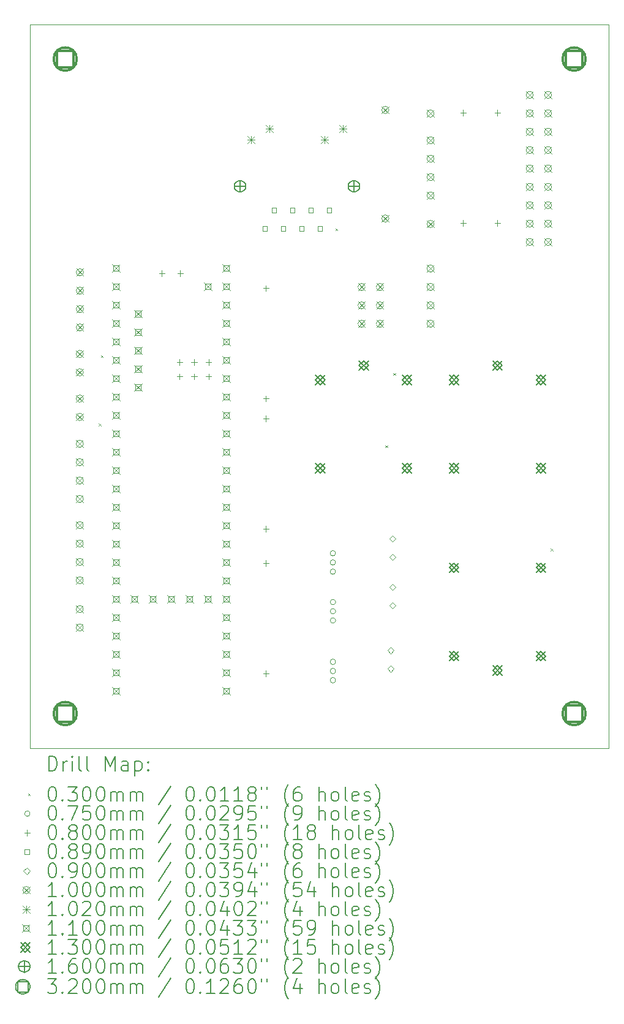
<source format=gbr>
%TF.GenerationSoftware,KiCad,Pcbnew,8.0.1*%
%TF.CreationDate,2024-05-05T15:46:48-04:00*%
%TF.ProjectId,Main,4d61696e-2e6b-4696-9361-645f70636258,0*%
%TF.SameCoordinates,Original*%
%TF.FileFunction,Drillmap*%
%TF.FilePolarity,Positive*%
%FSLAX45Y45*%
G04 Gerber Fmt 4.5, Leading zero omitted, Abs format (unit mm)*
G04 Created by KiCad (PCBNEW 8.0.1) date 2024-05-05 15:46:48*
%MOMM*%
%LPD*%
G01*
G04 APERTURE LIST*
%ADD10C,0.050000*%
%ADD11C,0.200000*%
%ADD12C,0.100000*%
%ADD13C,0.102000*%
%ADD14C,0.110000*%
%ADD15C,0.130000*%
%ADD16C,0.160000*%
%ADD17C,0.320000*%
G04 APERTURE END LIST*
D10*
X8990000Y-4065600D02*
X16990000Y-4065600D01*
X16990000Y-14065600D01*
X8990000Y-14065600D01*
X8990000Y-4065600D01*
D11*
D12*
X9935000Y-9585000D02*
X9965000Y-9615000D01*
X9965000Y-9585000D02*
X9935000Y-9615000D01*
X9964927Y-8639927D02*
X9994927Y-8669927D01*
X9994927Y-8639927D02*
X9964927Y-8669927D01*
X13210000Y-6885000D02*
X13240000Y-6915000D01*
X13240000Y-6885000D02*
X13210000Y-6915000D01*
X13900000Y-9885000D02*
X13930000Y-9915000D01*
X13930000Y-9885000D02*
X13900000Y-9915000D01*
X14010000Y-8885000D02*
X14040000Y-8915000D01*
X14040000Y-8885000D02*
X14010000Y-8915000D01*
X16185000Y-11310000D02*
X16215000Y-11340000D01*
X16215000Y-11310000D02*
X16185000Y-11340000D01*
X13212500Y-11375000D02*
G75*
G02*
X13137500Y-11375000I-37500J0D01*
G01*
X13137500Y-11375000D02*
G75*
G02*
X13212500Y-11375000I37500J0D01*
G01*
X13212500Y-11502000D02*
G75*
G02*
X13137500Y-11502000I-37500J0D01*
G01*
X13137500Y-11502000D02*
G75*
G02*
X13212500Y-11502000I37500J0D01*
G01*
X13212500Y-11629000D02*
G75*
G02*
X13137500Y-11629000I-37500J0D01*
G01*
X13137500Y-11629000D02*
G75*
G02*
X13212500Y-11629000I37500J0D01*
G01*
X13212500Y-12050000D02*
G75*
G02*
X13137500Y-12050000I-37500J0D01*
G01*
X13137500Y-12050000D02*
G75*
G02*
X13212500Y-12050000I37500J0D01*
G01*
X13212500Y-12177000D02*
G75*
G02*
X13137500Y-12177000I-37500J0D01*
G01*
X13137500Y-12177000D02*
G75*
G02*
X13212500Y-12177000I37500J0D01*
G01*
X13212500Y-12304000D02*
G75*
G02*
X13137500Y-12304000I-37500J0D01*
G01*
X13137500Y-12304000D02*
G75*
G02*
X13212500Y-12304000I37500J0D01*
G01*
X13212500Y-12875000D02*
G75*
G02*
X13137500Y-12875000I-37500J0D01*
G01*
X13137500Y-12875000D02*
G75*
G02*
X13212500Y-12875000I37500J0D01*
G01*
X13212500Y-13002000D02*
G75*
G02*
X13137500Y-13002000I-37500J0D01*
G01*
X13137500Y-13002000D02*
G75*
G02*
X13212500Y-13002000I37500J0D01*
G01*
X13212500Y-13129000D02*
G75*
G02*
X13137500Y-13129000I-37500J0D01*
G01*
X13137500Y-13129000D02*
G75*
G02*
X13212500Y-13129000I37500J0D01*
G01*
X10810000Y-7469000D02*
X10810000Y-7549000D01*
X10770000Y-7509000D02*
X10850000Y-7509000D01*
X11055160Y-8693000D02*
X11055160Y-8773000D01*
X11015160Y-8733000D02*
X11095160Y-8733000D01*
X11055160Y-8893000D02*
X11055160Y-8973000D01*
X11015160Y-8933000D02*
X11095160Y-8933000D01*
X11064000Y-7469000D02*
X11064000Y-7549000D01*
X11024000Y-7509000D02*
X11104000Y-7509000D01*
X11255160Y-8693000D02*
X11255160Y-8773000D01*
X11215160Y-8733000D02*
X11295160Y-8733000D01*
X11255160Y-8893000D02*
X11255160Y-8973000D01*
X11215160Y-8933000D02*
X11295160Y-8933000D01*
X11455160Y-8693000D02*
X11455160Y-8773000D01*
X11415160Y-8733000D02*
X11495160Y-8733000D01*
X11455160Y-8893000D02*
X11455160Y-8973000D01*
X11415160Y-8933000D02*
X11495160Y-8933000D01*
X12250000Y-7673000D02*
X12250000Y-7753000D01*
X12210000Y-7713000D02*
X12290000Y-7713000D01*
X12250000Y-9197000D02*
X12250000Y-9277000D01*
X12210000Y-9237000D02*
X12290000Y-9237000D01*
X12250000Y-9473000D02*
X12250000Y-9553000D01*
X12210000Y-9513000D02*
X12290000Y-9513000D01*
X12250000Y-10997000D02*
X12250000Y-11077000D01*
X12210000Y-11037000D02*
X12290000Y-11037000D01*
X12250000Y-11473000D02*
X12250000Y-11553000D01*
X12210000Y-11513000D02*
X12290000Y-11513000D01*
X12250000Y-12997000D02*
X12250000Y-13077000D01*
X12210000Y-13037000D02*
X12290000Y-13037000D01*
X14975000Y-5248000D02*
X14975000Y-5328000D01*
X14935000Y-5288000D02*
X15015000Y-5288000D01*
X14975000Y-6772000D02*
X14975000Y-6852000D01*
X14935000Y-6812000D02*
X15015000Y-6812000D01*
X15450000Y-5248000D02*
X15450000Y-5328000D01*
X15410000Y-5288000D02*
X15490000Y-5288000D01*
X15450000Y-6772000D02*
X15450000Y-6852000D01*
X15410000Y-6812000D02*
X15490000Y-6812000D01*
X12265467Y-6920467D02*
X12265467Y-6857533D01*
X12202533Y-6857533D01*
X12202533Y-6920467D01*
X12265467Y-6920467D01*
X12392467Y-6666467D02*
X12392467Y-6603533D01*
X12329533Y-6603533D01*
X12329533Y-6666467D01*
X12392467Y-6666467D01*
X12519467Y-6920467D02*
X12519467Y-6857533D01*
X12456533Y-6857533D01*
X12456533Y-6920467D01*
X12519467Y-6920467D01*
X12646467Y-6666467D02*
X12646467Y-6603533D01*
X12583533Y-6603533D01*
X12583533Y-6666467D01*
X12646467Y-6666467D01*
X12773467Y-6920467D02*
X12773467Y-6857533D01*
X12710533Y-6857533D01*
X12710533Y-6920467D01*
X12773467Y-6920467D01*
X12900467Y-6666467D02*
X12900467Y-6603533D01*
X12837533Y-6603533D01*
X12837533Y-6666467D01*
X12900467Y-6666467D01*
X13027467Y-6920467D02*
X13027467Y-6857533D01*
X12964533Y-6857533D01*
X12964533Y-6920467D01*
X13027467Y-6920467D01*
X13154467Y-6666467D02*
X13154467Y-6603533D01*
X13091533Y-6603533D01*
X13091533Y-6666467D01*
X13154467Y-6666467D01*
X13975000Y-12762000D02*
X14020000Y-12717000D01*
X13975000Y-12672000D01*
X13930000Y-12717000D01*
X13975000Y-12762000D01*
X13975000Y-13016000D02*
X14020000Y-12971000D01*
X13975000Y-12926000D01*
X13930000Y-12971000D01*
X13975000Y-13016000D01*
X14000000Y-11217500D02*
X14045000Y-11172500D01*
X14000000Y-11127500D01*
X13955000Y-11172500D01*
X14000000Y-11217500D01*
X14000000Y-11471500D02*
X14045000Y-11426500D01*
X14000000Y-11381500D01*
X13955000Y-11426500D01*
X14000000Y-11471500D01*
X14000000Y-11887000D02*
X14045000Y-11842000D01*
X14000000Y-11797000D01*
X13955000Y-11842000D01*
X14000000Y-11887000D01*
X14000000Y-12141000D02*
X14045000Y-12096000D01*
X14000000Y-12051000D01*
X13955000Y-12096000D01*
X14000000Y-12141000D01*
X9625000Y-8571000D02*
X9725000Y-8671000D01*
X9725000Y-8571000D02*
X9625000Y-8671000D01*
X9725000Y-8621000D02*
G75*
G02*
X9625000Y-8621000I-50000J0D01*
G01*
X9625000Y-8621000D02*
G75*
G02*
X9725000Y-8621000I50000J0D01*
G01*
X9625000Y-8825000D02*
X9725000Y-8925000D01*
X9725000Y-8825000D02*
X9625000Y-8925000D01*
X9725000Y-8875000D02*
G75*
G02*
X9625000Y-8875000I-50000J0D01*
G01*
X9625000Y-8875000D02*
G75*
G02*
X9725000Y-8875000I50000J0D01*
G01*
X9625000Y-9188000D02*
X9725000Y-9288000D01*
X9725000Y-9188000D02*
X9625000Y-9288000D01*
X9725000Y-9238000D02*
G75*
G02*
X9625000Y-9238000I-50000J0D01*
G01*
X9625000Y-9238000D02*
G75*
G02*
X9725000Y-9238000I50000J0D01*
G01*
X9625000Y-9442000D02*
X9725000Y-9542000D01*
X9725000Y-9442000D02*
X9625000Y-9542000D01*
X9725000Y-9492000D02*
G75*
G02*
X9625000Y-9492000I-50000J0D01*
G01*
X9625000Y-9492000D02*
G75*
G02*
X9725000Y-9492000I50000J0D01*
G01*
X9625000Y-9813000D02*
X9725000Y-9913000D01*
X9725000Y-9813000D02*
X9625000Y-9913000D01*
X9725000Y-9863000D02*
G75*
G02*
X9625000Y-9863000I-50000J0D01*
G01*
X9625000Y-9863000D02*
G75*
G02*
X9725000Y-9863000I50000J0D01*
G01*
X9625000Y-10067000D02*
X9725000Y-10167000D01*
X9725000Y-10067000D02*
X9625000Y-10167000D01*
X9725000Y-10117000D02*
G75*
G02*
X9625000Y-10117000I-50000J0D01*
G01*
X9625000Y-10117000D02*
G75*
G02*
X9725000Y-10117000I50000J0D01*
G01*
X9625000Y-10321000D02*
X9725000Y-10421000D01*
X9725000Y-10321000D02*
X9625000Y-10421000D01*
X9725000Y-10371000D02*
G75*
G02*
X9625000Y-10371000I-50000J0D01*
G01*
X9625000Y-10371000D02*
G75*
G02*
X9725000Y-10371000I50000J0D01*
G01*
X9625000Y-10575000D02*
X9725000Y-10675000D01*
X9725000Y-10575000D02*
X9625000Y-10675000D01*
X9725000Y-10625000D02*
G75*
G02*
X9625000Y-10625000I-50000J0D01*
G01*
X9625000Y-10625000D02*
G75*
G02*
X9725000Y-10625000I50000J0D01*
G01*
X9625000Y-10937000D02*
X9725000Y-11037000D01*
X9725000Y-10937000D02*
X9625000Y-11037000D01*
X9725000Y-10987000D02*
G75*
G02*
X9625000Y-10987000I-50000J0D01*
G01*
X9625000Y-10987000D02*
G75*
G02*
X9725000Y-10987000I50000J0D01*
G01*
X9625000Y-11191000D02*
X9725000Y-11291000D01*
X9725000Y-11191000D02*
X9625000Y-11291000D01*
X9725000Y-11241000D02*
G75*
G02*
X9625000Y-11241000I-50000J0D01*
G01*
X9625000Y-11241000D02*
G75*
G02*
X9725000Y-11241000I50000J0D01*
G01*
X9625000Y-11445000D02*
X9725000Y-11545000D01*
X9725000Y-11445000D02*
X9625000Y-11545000D01*
X9725000Y-11495000D02*
G75*
G02*
X9625000Y-11495000I-50000J0D01*
G01*
X9625000Y-11495000D02*
G75*
G02*
X9725000Y-11495000I50000J0D01*
G01*
X9625000Y-11699000D02*
X9725000Y-11799000D01*
X9725000Y-11699000D02*
X9625000Y-11799000D01*
X9725000Y-11749000D02*
G75*
G02*
X9625000Y-11749000I-50000J0D01*
G01*
X9625000Y-11749000D02*
G75*
G02*
X9725000Y-11749000I50000J0D01*
G01*
X9625000Y-12097500D02*
X9725000Y-12197500D01*
X9725000Y-12097500D02*
X9625000Y-12197500D01*
X9725000Y-12147500D02*
G75*
G02*
X9625000Y-12147500I-50000J0D01*
G01*
X9625000Y-12147500D02*
G75*
G02*
X9725000Y-12147500I50000J0D01*
G01*
X9625000Y-12351500D02*
X9725000Y-12451500D01*
X9725000Y-12351500D02*
X9625000Y-12451500D01*
X9725000Y-12401500D02*
G75*
G02*
X9625000Y-12401500I-50000J0D01*
G01*
X9625000Y-12401500D02*
G75*
G02*
X9725000Y-12401500I50000J0D01*
G01*
X9627400Y-7443000D02*
X9727400Y-7543000D01*
X9727400Y-7443000D02*
X9627400Y-7543000D01*
X9727400Y-7493000D02*
G75*
G02*
X9627400Y-7493000I-50000J0D01*
G01*
X9627400Y-7493000D02*
G75*
G02*
X9727400Y-7493000I50000J0D01*
G01*
X9627400Y-7697000D02*
X9727400Y-7797000D01*
X9727400Y-7697000D02*
X9627400Y-7797000D01*
X9727400Y-7747000D02*
G75*
G02*
X9627400Y-7747000I-50000J0D01*
G01*
X9627400Y-7747000D02*
G75*
G02*
X9727400Y-7747000I50000J0D01*
G01*
X9627400Y-7951000D02*
X9727400Y-8051000D01*
X9727400Y-7951000D02*
X9627400Y-8051000D01*
X9727400Y-8001000D02*
G75*
G02*
X9627400Y-8001000I-50000J0D01*
G01*
X9627400Y-8001000D02*
G75*
G02*
X9727400Y-8001000I50000J0D01*
G01*
X9627400Y-8205000D02*
X9727400Y-8305000D01*
X9727400Y-8205000D02*
X9627400Y-8305000D01*
X9727400Y-8255000D02*
G75*
G02*
X9627400Y-8255000I-50000J0D01*
G01*
X9627400Y-8255000D02*
G75*
G02*
X9727400Y-8255000I50000J0D01*
G01*
X13521000Y-7646000D02*
X13621000Y-7746000D01*
X13621000Y-7646000D02*
X13521000Y-7746000D01*
X13621000Y-7696000D02*
G75*
G02*
X13521000Y-7696000I-50000J0D01*
G01*
X13521000Y-7696000D02*
G75*
G02*
X13621000Y-7696000I50000J0D01*
G01*
X13521000Y-7900000D02*
X13621000Y-8000000D01*
X13621000Y-7900000D02*
X13521000Y-8000000D01*
X13621000Y-7950000D02*
G75*
G02*
X13521000Y-7950000I-50000J0D01*
G01*
X13521000Y-7950000D02*
G75*
G02*
X13621000Y-7950000I50000J0D01*
G01*
X13521000Y-8154000D02*
X13621000Y-8254000D01*
X13621000Y-8154000D02*
X13521000Y-8254000D01*
X13621000Y-8204000D02*
G75*
G02*
X13521000Y-8204000I-50000J0D01*
G01*
X13521000Y-8204000D02*
G75*
G02*
X13621000Y-8204000I50000J0D01*
G01*
X13775000Y-7646000D02*
X13875000Y-7746000D01*
X13875000Y-7646000D02*
X13775000Y-7746000D01*
X13875000Y-7696000D02*
G75*
G02*
X13775000Y-7696000I-50000J0D01*
G01*
X13775000Y-7696000D02*
G75*
G02*
X13875000Y-7696000I50000J0D01*
G01*
X13775000Y-7900000D02*
X13875000Y-8000000D01*
X13875000Y-7900000D02*
X13775000Y-8000000D01*
X13875000Y-7950000D02*
G75*
G02*
X13775000Y-7950000I-50000J0D01*
G01*
X13775000Y-7950000D02*
G75*
G02*
X13875000Y-7950000I50000J0D01*
G01*
X13775000Y-8154000D02*
X13875000Y-8254000D01*
X13875000Y-8154000D02*
X13775000Y-8254000D01*
X13875000Y-8204000D02*
G75*
G02*
X13775000Y-8204000I-50000J0D01*
G01*
X13775000Y-8204000D02*
G75*
G02*
X13875000Y-8204000I50000J0D01*
G01*
X13849250Y-5200000D02*
X13949250Y-5300000D01*
X13949250Y-5200000D02*
X13849250Y-5300000D01*
X13949250Y-5250000D02*
G75*
G02*
X13849250Y-5250000I-50000J0D01*
G01*
X13849250Y-5250000D02*
G75*
G02*
X13949250Y-5250000I50000J0D01*
G01*
X13849250Y-6700000D02*
X13949250Y-6800000D01*
X13949250Y-6700000D02*
X13849250Y-6800000D01*
X13949250Y-6750000D02*
G75*
G02*
X13849250Y-6750000I-50000J0D01*
G01*
X13849250Y-6750000D02*
G75*
G02*
X13949250Y-6750000I50000J0D01*
G01*
X14475000Y-5250000D02*
X14575000Y-5350000D01*
X14575000Y-5250000D02*
X14475000Y-5350000D01*
X14575000Y-5300000D02*
G75*
G02*
X14475000Y-5300000I-50000J0D01*
G01*
X14475000Y-5300000D02*
G75*
G02*
X14575000Y-5300000I50000J0D01*
G01*
X14475000Y-5620000D02*
X14575000Y-5720000D01*
X14575000Y-5620000D02*
X14475000Y-5720000D01*
X14575000Y-5670000D02*
G75*
G02*
X14475000Y-5670000I-50000J0D01*
G01*
X14475000Y-5670000D02*
G75*
G02*
X14575000Y-5670000I50000J0D01*
G01*
X14475000Y-5874000D02*
X14575000Y-5974000D01*
X14575000Y-5874000D02*
X14475000Y-5974000D01*
X14575000Y-5924000D02*
G75*
G02*
X14475000Y-5924000I-50000J0D01*
G01*
X14475000Y-5924000D02*
G75*
G02*
X14575000Y-5924000I50000J0D01*
G01*
X14475000Y-6128000D02*
X14575000Y-6228000D01*
X14575000Y-6128000D02*
X14475000Y-6228000D01*
X14575000Y-6178000D02*
G75*
G02*
X14475000Y-6178000I-50000J0D01*
G01*
X14475000Y-6178000D02*
G75*
G02*
X14575000Y-6178000I50000J0D01*
G01*
X14475000Y-6382000D02*
X14575000Y-6482000D01*
X14575000Y-6382000D02*
X14475000Y-6482000D01*
X14575000Y-6432000D02*
G75*
G02*
X14475000Y-6432000I-50000J0D01*
G01*
X14475000Y-6432000D02*
G75*
G02*
X14575000Y-6432000I50000J0D01*
G01*
X14475000Y-6775000D02*
X14575000Y-6875000D01*
X14575000Y-6775000D02*
X14475000Y-6875000D01*
X14575000Y-6825000D02*
G75*
G02*
X14475000Y-6825000I-50000J0D01*
G01*
X14475000Y-6825000D02*
G75*
G02*
X14575000Y-6825000I50000J0D01*
G01*
X14475000Y-7392000D02*
X14575000Y-7492000D01*
X14575000Y-7392000D02*
X14475000Y-7492000D01*
X14575000Y-7442000D02*
G75*
G02*
X14475000Y-7442000I-50000J0D01*
G01*
X14475000Y-7442000D02*
G75*
G02*
X14575000Y-7442000I50000J0D01*
G01*
X14475000Y-7646000D02*
X14575000Y-7746000D01*
X14575000Y-7646000D02*
X14475000Y-7746000D01*
X14575000Y-7696000D02*
G75*
G02*
X14475000Y-7696000I-50000J0D01*
G01*
X14475000Y-7696000D02*
G75*
G02*
X14575000Y-7696000I50000J0D01*
G01*
X14475000Y-7900000D02*
X14575000Y-8000000D01*
X14575000Y-7900000D02*
X14475000Y-8000000D01*
X14575000Y-7950000D02*
G75*
G02*
X14475000Y-7950000I-50000J0D01*
G01*
X14475000Y-7950000D02*
G75*
G02*
X14575000Y-7950000I50000J0D01*
G01*
X14475000Y-8154000D02*
X14575000Y-8254000D01*
X14575000Y-8154000D02*
X14475000Y-8254000D01*
X14575000Y-8204000D02*
G75*
G02*
X14475000Y-8204000I-50000J0D01*
G01*
X14475000Y-8204000D02*
G75*
G02*
X14575000Y-8204000I50000J0D01*
G01*
X15846000Y-4993000D02*
X15946000Y-5093000D01*
X15946000Y-4993000D02*
X15846000Y-5093000D01*
X15946000Y-5043000D02*
G75*
G02*
X15846000Y-5043000I-50000J0D01*
G01*
X15846000Y-5043000D02*
G75*
G02*
X15946000Y-5043000I50000J0D01*
G01*
X15846000Y-5247000D02*
X15946000Y-5347000D01*
X15946000Y-5247000D02*
X15846000Y-5347000D01*
X15946000Y-5297000D02*
G75*
G02*
X15846000Y-5297000I-50000J0D01*
G01*
X15846000Y-5297000D02*
G75*
G02*
X15946000Y-5297000I50000J0D01*
G01*
X15846000Y-5501000D02*
X15946000Y-5601000D01*
X15946000Y-5501000D02*
X15846000Y-5601000D01*
X15946000Y-5551000D02*
G75*
G02*
X15846000Y-5551000I-50000J0D01*
G01*
X15846000Y-5551000D02*
G75*
G02*
X15946000Y-5551000I50000J0D01*
G01*
X15846000Y-5755000D02*
X15946000Y-5855000D01*
X15946000Y-5755000D02*
X15846000Y-5855000D01*
X15946000Y-5805000D02*
G75*
G02*
X15846000Y-5805000I-50000J0D01*
G01*
X15846000Y-5805000D02*
G75*
G02*
X15946000Y-5805000I50000J0D01*
G01*
X15846000Y-6009000D02*
X15946000Y-6109000D01*
X15946000Y-6009000D02*
X15846000Y-6109000D01*
X15946000Y-6059000D02*
G75*
G02*
X15846000Y-6059000I-50000J0D01*
G01*
X15846000Y-6059000D02*
G75*
G02*
X15946000Y-6059000I50000J0D01*
G01*
X15846000Y-6263000D02*
X15946000Y-6363000D01*
X15946000Y-6263000D02*
X15846000Y-6363000D01*
X15946000Y-6313000D02*
G75*
G02*
X15846000Y-6313000I-50000J0D01*
G01*
X15846000Y-6313000D02*
G75*
G02*
X15946000Y-6313000I50000J0D01*
G01*
X15846000Y-6517000D02*
X15946000Y-6617000D01*
X15946000Y-6517000D02*
X15846000Y-6617000D01*
X15946000Y-6567000D02*
G75*
G02*
X15846000Y-6567000I-50000J0D01*
G01*
X15846000Y-6567000D02*
G75*
G02*
X15946000Y-6567000I50000J0D01*
G01*
X15846000Y-6771000D02*
X15946000Y-6871000D01*
X15946000Y-6771000D02*
X15846000Y-6871000D01*
X15946000Y-6821000D02*
G75*
G02*
X15846000Y-6821000I-50000J0D01*
G01*
X15846000Y-6821000D02*
G75*
G02*
X15946000Y-6821000I50000J0D01*
G01*
X15846000Y-7025000D02*
X15946000Y-7125000D01*
X15946000Y-7025000D02*
X15846000Y-7125000D01*
X15946000Y-7075000D02*
G75*
G02*
X15846000Y-7075000I-50000J0D01*
G01*
X15846000Y-7075000D02*
G75*
G02*
X15946000Y-7075000I50000J0D01*
G01*
X16100000Y-4993000D02*
X16200000Y-5093000D01*
X16200000Y-4993000D02*
X16100000Y-5093000D01*
X16200000Y-5043000D02*
G75*
G02*
X16100000Y-5043000I-50000J0D01*
G01*
X16100000Y-5043000D02*
G75*
G02*
X16200000Y-5043000I50000J0D01*
G01*
X16100000Y-5247000D02*
X16200000Y-5347000D01*
X16200000Y-5247000D02*
X16100000Y-5347000D01*
X16200000Y-5297000D02*
G75*
G02*
X16100000Y-5297000I-50000J0D01*
G01*
X16100000Y-5297000D02*
G75*
G02*
X16200000Y-5297000I50000J0D01*
G01*
X16100000Y-5501000D02*
X16200000Y-5601000D01*
X16200000Y-5501000D02*
X16100000Y-5601000D01*
X16200000Y-5551000D02*
G75*
G02*
X16100000Y-5551000I-50000J0D01*
G01*
X16100000Y-5551000D02*
G75*
G02*
X16200000Y-5551000I50000J0D01*
G01*
X16100000Y-5755000D02*
X16200000Y-5855000D01*
X16200000Y-5755000D02*
X16100000Y-5855000D01*
X16200000Y-5805000D02*
G75*
G02*
X16100000Y-5805000I-50000J0D01*
G01*
X16100000Y-5805000D02*
G75*
G02*
X16200000Y-5805000I50000J0D01*
G01*
X16100000Y-6009000D02*
X16200000Y-6109000D01*
X16200000Y-6009000D02*
X16100000Y-6109000D01*
X16200000Y-6059000D02*
G75*
G02*
X16100000Y-6059000I-50000J0D01*
G01*
X16100000Y-6059000D02*
G75*
G02*
X16200000Y-6059000I50000J0D01*
G01*
X16100000Y-6263000D02*
X16200000Y-6363000D01*
X16200000Y-6263000D02*
X16100000Y-6363000D01*
X16200000Y-6313000D02*
G75*
G02*
X16100000Y-6313000I-50000J0D01*
G01*
X16100000Y-6313000D02*
G75*
G02*
X16200000Y-6313000I50000J0D01*
G01*
X16100000Y-6517000D02*
X16200000Y-6617000D01*
X16200000Y-6517000D02*
X16100000Y-6617000D01*
X16200000Y-6567000D02*
G75*
G02*
X16100000Y-6567000I-50000J0D01*
G01*
X16100000Y-6567000D02*
G75*
G02*
X16200000Y-6567000I50000J0D01*
G01*
X16100000Y-6771000D02*
X16200000Y-6871000D01*
X16200000Y-6771000D02*
X16100000Y-6871000D01*
X16200000Y-6821000D02*
G75*
G02*
X16100000Y-6821000I-50000J0D01*
G01*
X16100000Y-6821000D02*
G75*
G02*
X16200000Y-6821000I50000J0D01*
G01*
X16100000Y-7025000D02*
X16200000Y-7125000D01*
X16200000Y-7025000D02*
X16100000Y-7125000D01*
X16200000Y-7075000D02*
G75*
G02*
X16100000Y-7075000I-50000J0D01*
G01*
X16100000Y-7075000D02*
G75*
G02*
X16200000Y-7075000I50000J0D01*
G01*
D13*
X11995000Y-5611000D02*
X12097000Y-5713000D01*
X12097000Y-5611000D02*
X11995000Y-5713000D01*
X12046000Y-5611000D02*
X12046000Y-5713000D01*
X11995000Y-5662000D02*
X12097000Y-5662000D01*
X12246500Y-5459000D02*
X12348500Y-5561000D01*
X12348500Y-5459000D02*
X12246500Y-5561000D01*
X12297500Y-5459000D02*
X12297500Y-5561000D01*
X12246500Y-5510000D02*
X12348500Y-5510000D01*
X13008500Y-5611000D02*
X13110500Y-5713000D01*
X13110500Y-5611000D02*
X13008500Y-5713000D01*
X13059500Y-5611000D02*
X13059500Y-5713000D01*
X13008500Y-5662000D02*
X13110500Y-5662000D01*
X13260000Y-5459000D02*
X13362000Y-5561000D01*
X13362000Y-5459000D02*
X13260000Y-5561000D01*
X13311000Y-5459000D02*
X13311000Y-5561000D01*
X13260000Y-5510000D02*
X13362000Y-5510000D01*
D14*
X10120000Y-7381000D02*
X10230000Y-7491000D01*
X10230000Y-7381000D02*
X10120000Y-7491000D01*
X10213891Y-7474891D02*
X10213891Y-7397109D01*
X10136109Y-7397109D01*
X10136109Y-7474891D01*
X10213891Y-7474891D01*
X10120000Y-7635000D02*
X10230000Y-7745000D01*
X10230000Y-7635000D02*
X10120000Y-7745000D01*
X10213891Y-7728891D02*
X10213891Y-7651109D01*
X10136109Y-7651109D01*
X10136109Y-7728891D01*
X10213891Y-7728891D01*
X10120000Y-7889000D02*
X10230000Y-7999000D01*
X10230000Y-7889000D02*
X10120000Y-7999000D01*
X10213891Y-7982891D02*
X10213891Y-7905109D01*
X10136109Y-7905109D01*
X10136109Y-7982891D01*
X10213891Y-7982891D01*
X10120000Y-8143000D02*
X10230000Y-8253000D01*
X10230000Y-8143000D02*
X10120000Y-8253000D01*
X10213891Y-8236891D02*
X10213891Y-8159109D01*
X10136109Y-8159109D01*
X10136109Y-8236891D01*
X10213891Y-8236891D01*
X10120000Y-8397000D02*
X10230000Y-8507000D01*
X10230000Y-8397000D02*
X10120000Y-8507000D01*
X10213891Y-8490891D02*
X10213891Y-8413109D01*
X10136109Y-8413109D01*
X10136109Y-8490891D01*
X10213891Y-8490891D01*
X10120000Y-8651000D02*
X10230000Y-8761000D01*
X10230000Y-8651000D02*
X10120000Y-8761000D01*
X10213891Y-8744891D02*
X10213891Y-8667109D01*
X10136109Y-8667109D01*
X10136109Y-8744891D01*
X10213891Y-8744891D01*
X10120000Y-8905000D02*
X10230000Y-9015000D01*
X10230000Y-8905000D02*
X10120000Y-9015000D01*
X10213891Y-8998891D02*
X10213891Y-8921109D01*
X10136109Y-8921109D01*
X10136109Y-8998891D01*
X10213891Y-8998891D01*
X10120000Y-9159000D02*
X10230000Y-9269000D01*
X10230000Y-9159000D02*
X10120000Y-9269000D01*
X10213891Y-9252891D02*
X10213891Y-9175109D01*
X10136109Y-9175109D01*
X10136109Y-9252891D01*
X10213891Y-9252891D01*
X10120000Y-9413000D02*
X10230000Y-9523000D01*
X10230000Y-9413000D02*
X10120000Y-9523000D01*
X10213891Y-9506891D02*
X10213891Y-9429109D01*
X10136109Y-9429109D01*
X10136109Y-9506891D01*
X10213891Y-9506891D01*
X10120000Y-9667000D02*
X10230000Y-9777000D01*
X10230000Y-9667000D02*
X10120000Y-9777000D01*
X10213891Y-9760891D02*
X10213891Y-9683109D01*
X10136109Y-9683109D01*
X10136109Y-9760891D01*
X10213891Y-9760891D01*
X10120000Y-9921000D02*
X10230000Y-10031000D01*
X10230000Y-9921000D02*
X10120000Y-10031000D01*
X10213891Y-10014891D02*
X10213891Y-9937109D01*
X10136109Y-9937109D01*
X10136109Y-10014891D01*
X10213891Y-10014891D01*
X10120000Y-10175000D02*
X10230000Y-10285000D01*
X10230000Y-10175000D02*
X10120000Y-10285000D01*
X10213891Y-10268891D02*
X10213891Y-10191109D01*
X10136109Y-10191109D01*
X10136109Y-10268891D01*
X10213891Y-10268891D01*
X10120000Y-10429000D02*
X10230000Y-10539000D01*
X10230000Y-10429000D02*
X10120000Y-10539000D01*
X10213891Y-10522891D02*
X10213891Y-10445109D01*
X10136109Y-10445109D01*
X10136109Y-10522891D01*
X10213891Y-10522891D01*
X10120000Y-10683000D02*
X10230000Y-10793000D01*
X10230000Y-10683000D02*
X10120000Y-10793000D01*
X10213891Y-10776891D02*
X10213891Y-10699109D01*
X10136109Y-10699109D01*
X10136109Y-10776891D01*
X10213891Y-10776891D01*
X10120000Y-10937000D02*
X10230000Y-11047000D01*
X10230000Y-10937000D02*
X10120000Y-11047000D01*
X10213891Y-11030891D02*
X10213891Y-10953109D01*
X10136109Y-10953109D01*
X10136109Y-11030891D01*
X10213891Y-11030891D01*
X10120000Y-11191000D02*
X10230000Y-11301000D01*
X10230000Y-11191000D02*
X10120000Y-11301000D01*
X10213891Y-11284891D02*
X10213891Y-11207109D01*
X10136109Y-11207109D01*
X10136109Y-11284891D01*
X10213891Y-11284891D01*
X10120000Y-11445000D02*
X10230000Y-11555000D01*
X10230000Y-11445000D02*
X10120000Y-11555000D01*
X10213891Y-11538891D02*
X10213891Y-11461109D01*
X10136109Y-11461109D01*
X10136109Y-11538891D01*
X10213891Y-11538891D01*
X10120000Y-11699000D02*
X10230000Y-11809000D01*
X10230000Y-11699000D02*
X10120000Y-11809000D01*
X10213891Y-11792891D02*
X10213891Y-11715109D01*
X10136109Y-11715109D01*
X10136109Y-11792891D01*
X10213891Y-11792891D01*
X10120000Y-11953000D02*
X10230000Y-12063000D01*
X10230000Y-11953000D02*
X10120000Y-12063000D01*
X10213891Y-12046891D02*
X10213891Y-11969109D01*
X10136109Y-11969109D01*
X10136109Y-12046891D01*
X10213891Y-12046891D01*
X10120000Y-12207000D02*
X10230000Y-12317000D01*
X10230000Y-12207000D02*
X10120000Y-12317000D01*
X10213891Y-12300891D02*
X10213891Y-12223109D01*
X10136109Y-12223109D01*
X10136109Y-12300891D01*
X10213891Y-12300891D01*
X10120000Y-12461000D02*
X10230000Y-12571000D01*
X10230000Y-12461000D02*
X10120000Y-12571000D01*
X10213891Y-12554891D02*
X10213891Y-12477109D01*
X10136109Y-12477109D01*
X10136109Y-12554891D01*
X10213891Y-12554891D01*
X10120000Y-12715000D02*
X10230000Y-12825000D01*
X10230000Y-12715000D02*
X10120000Y-12825000D01*
X10213891Y-12808891D02*
X10213891Y-12731109D01*
X10136109Y-12731109D01*
X10136109Y-12808891D01*
X10213891Y-12808891D01*
X10120000Y-12969000D02*
X10230000Y-13079000D01*
X10230000Y-12969000D02*
X10120000Y-13079000D01*
X10213891Y-13062891D02*
X10213891Y-12985109D01*
X10136109Y-12985109D01*
X10136109Y-13062891D01*
X10213891Y-13062891D01*
X10120000Y-13223000D02*
X10230000Y-13333000D01*
X10230000Y-13223000D02*
X10120000Y-13333000D01*
X10213891Y-13316891D02*
X10213891Y-13239109D01*
X10136109Y-13239109D01*
X10136109Y-13316891D01*
X10213891Y-13316891D01*
X10374000Y-11953000D02*
X10484000Y-12063000D01*
X10484000Y-11953000D02*
X10374000Y-12063000D01*
X10467891Y-12046891D02*
X10467891Y-11969109D01*
X10390109Y-11969109D01*
X10390109Y-12046891D01*
X10467891Y-12046891D01*
X10425080Y-8010920D02*
X10535080Y-8120920D01*
X10535080Y-8010920D02*
X10425080Y-8120920D01*
X10518971Y-8104811D02*
X10518971Y-8027029D01*
X10441189Y-8027029D01*
X10441189Y-8104811D01*
X10518971Y-8104811D01*
X10425080Y-8264920D02*
X10535080Y-8374920D01*
X10535080Y-8264920D02*
X10425080Y-8374920D01*
X10518971Y-8358811D02*
X10518971Y-8281029D01*
X10441189Y-8281029D01*
X10441189Y-8358811D01*
X10518971Y-8358811D01*
X10425080Y-8518920D02*
X10535080Y-8628920D01*
X10535080Y-8518920D02*
X10425080Y-8628920D01*
X10518971Y-8612811D02*
X10518971Y-8535029D01*
X10441189Y-8535029D01*
X10441189Y-8612811D01*
X10518971Y-8612811D01*
X10425080Y-8772920D02*
X10535080Y-8882920D01*
X10535080Y-8772920D02*
X10425080Y-8882920D01*
X10518971Y-8866811D02*
X10518971Y-8789029D01*
X10441189Y-8789029D01*
X10441189Y-8866811D01*
X10518971Y-8866811D01*
X10425080Y-9026920D02*
X10535080Y-9136920D01*
X10535080Y-9026920D02*
X10425080Y-9136920D01*
X10518971Y-9120811D02*
X10518971Y-9043029D01*
X10441189Y-9043029D01*
X10441189Y-9120811D01*
X10518971Y-9120811D01*
X10628000Y-11953000D02*
X10738000Y-12063000D01*
X10738000Y-11953000D02*
X10628000Y-12063000D01*
X10721891Y-12046891D02*
X10721891Y-11969109D01*
X10644109Y-11969109D01*
X10644109Y-12046891D01*
X10721891Y-12046891D01*
X10882000Y-11953000D02*
X10992000Y-12063000D01*
X10992000Y-11953000D02*
X10882000Y-12063000D01*
X10975891Y-12046891D02*
X10975891Y-11969109D01*
X10898109Y-11969109D01*
X10898109Y-12046891D01*
X10975891Y-12046891D01*
X11136000Y-11953000D02*
X11246000Y-12063000D01*
X11246000Y-11953000D02*
X11136000Y-12063000D01*
X11229891Y-12046891D02*
X11229891Y-11969109D01*
X11152109Y-11969109D01*
X11152109Y-12046891D01*
X11229891Y-12046891D01*
X11390000Y-7635000D02*
X11500000Y-7745000D01*
X11500000Y-7635000D02*
X11390000Y-7745000D01*
X11483891Y-7728891D02*
X11483891Y-7651109D01*
X11406109Y-7651109D01*
X11406109Y-7728891D01*
X11483891Y-7728891D01*
X11390000Y-11953000D02*
X11500000Y-12063000D01*
X11500000Y-11953000D02*
X11390000Y-12063000D01*
X11483891Y-12046891D02*
X11483891Y-11969109D01*
X11406109Y-11969109D01*
X11406109Y-12046891D01*
X11483891Y-12046891D01*
X11644000Y-7381000D02*
X11754000Y-7491000D01*
X11754000Y-7381000D02*
X11644000Y-7491000D01*
X11737891Y-7474891D02*
X11737891Y-7397109D01*
X11660109Y-7397109D01*
X11660109Y-7474891D01*
X11737891Y-7474891D01*
X11644000Y-7635000D02*
X11754000Y-7745000D01*
X11754000Y-7635000D02*
X11644000Y-7745000D01*
X11737891Y-7728891D02*
X11737891Y-7651109D01*
X11660109Y-7651109D01*
X11660109Y-7728891D01*
X11737891Y-7728891D01*
X11644000Y-7889000D02*
X11754000Y-7999000D01*
X11754000Y-7889000D02*
X11644000Y-7999000D01*
X11737891Y-7982891D02*
X11737891Y-7905109D01*
X11660109Y-7905109D01*
X11660109Y-7982891D01*
X11737891Y-7982891D01*
X11644000Y-8143000D02*
X11754000Y-8253000D01*
X11754000Y-8143000D02*
X11644000Y-8253000D01*
X11737891Y-8236891D02*
X11737891Y-8159109D01*
X11660109Y-8159109D01*
X11660109Y-8236891D01*
X11737891Y-8236891D01*
X11644000Y-8397000D02*
X11754000Y-8507000D01*
X11754000Y-8397000D02*
X11644000Y-8507000D01*
X11737891Y-8490891D02*
X11737891Y-8413109D01*
X11660109Y-8413109D01*
X11660109Y-8490891D01*
X11737891Y-8490891D01*
X11644000Y-8651000D02*
X11754000Y-8761000D01*
X11754000Y-8651000D02*
X11644000Y-8761000D01*
X11737891Y-8744891D02*
X11737891Y-8667109D01*
X11660109Y-8667109D01*
X11660109Y-8744891D01*
X11737891Y-8744891D01*
X11644000Y-8905000D02*
X11754000Y-9015000D01*
X11754000Y-8905000D02*
X11644000Y-9015000D01*
X11737891Y-8998891D02*
X11737891Y-8921109D01*
X11660109Y-8921109D01*
X11660109Y-8998891D01*
X11737891Y-8998891D01*
X11644000Y-9159000D02*
X11754000Y-9269000D01*
X11754000Y-9159000D02*
X11644000Y-9269000D01*
X11737891Y-9252891D02*
X11737891Y-9175109D01*
X11660109Y-9175109D01*
X11660109Y-9252891D01*
X11737891Y-9252891D01*
X11644000Y-9413000D02*
X11754000Y-9523000D01*
X11754000Y-9413000D02*
X11644000Y-9523000D01*
X11737891Y-9506891D02*
X11737891Y-9429109D01*
X11660109Y-9429109D01*
X11660109Y-9506891D01*
X11737891Y-9506891D01*
X11644000Y-9667000D02*
X11754000Y-9777000D01*
X11754000Y-9667000D02*
X11644000Y-9777000D01*
X11737891Y-9760891D02*
X11737891Y-9683109D01*
X11660109Y-9683109D01*
X11660109Y-9760891D01*
X11737891Y-9760891D01*
X11644000Y-9921000D02*
X11754000Y-10031000D01*
X11754000Y-9921000D02*
X11644000Y-10031000D01*
X11737891Y-10014891D02*
X11737891Y-9937109D01*
X11660109Y-9937109D01*
X11660109Y-10014891D01*
X11737891Y-10014891D01*
X11644000Y-10175000D02*
X11754000Y-10285000D01*
X11754000Y-10175000D02*
X11644000Y-10285000D01*
X11737891Y-10268891D02*
X11737891Y-10191109D01*
X11660109Y-10191109D01*
X11660109Y-10268891D01*
X11737891Y-10268891D01*
X11644000Y-10429000D02*
X11754000Y-10539000D01*
X11754000Y-10429000D02*
X11644000Y-10539000D01*
X11737891Y-10522891D02*
X11737891Y-10445109D01*
X11660109Y-10445109D01*
X11660109Y-10522891D01*
X11737891Y-10522891D01*
X11644000Y-10683000D02*
X11754000Y-10793000D01*
X11754000Y-10683000D02*
X11644000Y-10793000D01*
X11737891Y-10776891D02*
X11737891Y-10699109D01*
X11660109Y-10699109D01*
X11660109Y-10776891D01*
X11737891Y-10776891D01*
X11644000Y-10937000D02*
X11754000Y-11047000D01*
X11754000Y-10937000D02*
X11644000Y-11047000D01*
X11737891Y-11030891D02*
X11737891Y-10953109D01*
X11660109Y-10953109D01*
X11660109Y-11030891D01*
X11737891Y-11030891D01*
X11644000Y-11191000D02*
X11754000Y-11301000D01*
X11754000Y-11191000D02*
X11644000Y-11301000D01*
X11737891Y-11284891D02*
X11737891Y-11207109D01*
X11660109Y-11207109D01*
X11660109Y-11284891D01*
X11737891Y-11284891D01*
X11644000Y-11445000D02*
X11754000Y-11555000D01*
X11754000Y-11445000D02*
X11644000Y-11555000D01*
X11737891Y-11538891D02*
X11737891Y-11461109D01*
X11660109Y-11461109D01*
X11660109Y-11538891D01*
X11737891Y-11538891D01*
X11644000Y-11699000D02*
X11754000Y-11809000D01*
X11754000Y-11699000D02*
X11644000Y-11809000D01*
X11737891Y-11792891D02*
X11737891Y-11715109D01*
X11660109Y-11715109D01*
X11660109Y-11792891D01*
X11737891Y-11792891D01*
X11644000Y-11953000D02*
X11754000Y-12063000D01*
X11754000Y-11953000D02*
X11644000Y-12063000D01*
X11737891Y-12046891D02*
X11737891Y-11969109D01*
X11660109Y-11969109D01*
X11660109Y-12046891D01*
X11737891Y-12046891D01*
X11644000Y-12207000D02*
X11754000Y-12317000D01*
X11754000Y-12207000D02*
X11644000Y-12317000D01*
X11737891Y-12300891D02*
X11737891Y-12223109D01*
X11660109Y-12223109D01*
X11660109Y-12300891D01*
X11737891Y-12300891D01*
X11644000Y-12461000D02*
X11754000Y-12571000D01*
X11754000Y-12461000D02*
X11644000Y-12571000D01*
X11737891Y-12554891D02*
X11737891Y-12477109D01*
X11660109Y-12477109D01*
X11660109Y-12554891D01*
X11737891Y-12554891D01*
X11644000Y-12715000D02*
X11754000Y-12825000D01*
X11754000Y-12715000D02*
X11644000Y-12825000D01*
X11737891Y-12808891D02*
X11737891Y-12731109D01*
X11660109Y-12731109D01*
X11660109Y-12808891D01*
X11737891Y-12808891D01*
X11644000Y-12969000D02*
X11754000Y-13079000D01*
X11754000Y-12969000D02*
X11644000Y-13079000D01*
X11737891Y-13062891D02*
X11737891Y-12985109D01*
X11660109Y-12985109D01*
X11660109Y-13062891D01*
X11737891Y-13062891D01*
X11644000Y-13223000D02*
X11754000Y-13333000D01*
X11754000Y-13223000D02*
X11644000Y-13333000D01*
X11737891Y-13316891D02*
X11737891Y-13239109D01*
X11660109Y-13239109D01*
X11660109Y-13316891D01*
X11737891Y-13316891D01*
D15*
X12935000Y-8915000D02*
X13065000Y-9045000D01*
X13065000Y-8915000D02*
X12935000Y-9045000D01*
X13000000Y-9045000D02*
X13065000Y-8980000D01*
X13000000Y-8915000D01*
X12935000Y-8980000D01*
X13000000Y-9045000D01*
X12935000Y-10135000D02*
X13065000Y-10265000D01*
X13065000Y-10135000D02*
X12935000Y-10265000D01*
X13000000Y-10265000D02*
X13065000Y-10200000D01*
X13000000Y-10135000D01*
X12935000Y-10200000D01*
X13000000Y-10265000D01*
X13535000Y-8715000D02*
X13665000Y-8845000D01*
X13665000Y-8715000D02*
X13535000Y-8845000D01*
X13600000Y-8845000D02*
X13665000Y-8780000D01*
X13600000Y-8715000D01*
X13535000Y-8780000D01*
X13600000Y-8845000D01*
X14135000Y-8915000D02*
X14265000Y-9045000D01*
X14265000Y-8915000D02*
X14135000Y-9045000D01*
X14200000Y-9045000D02*
X14265000Y-8980000D01*
X14200000Y-8915000D01*
X14135000Y-8980000D01*
X14200000Y-9045000D01*
X14135000Y-10135000D02*
X14265000Y-10265000D01*
X14265000Y-10135000D02*
X14135000Y-10265000D01*
X14200000Y-10265000D02*
X14265000Y-10200000D01*
X14200000Y-10135000D01*
X14135000Y-10200000D01*
X14200000Y-10265000D01*
X14785000Y-8915000D02*
X14915000Y-9045000D01*
X14915000Y-8915000D02*
X14785000Y-9045000D01*
X14850000Y-9045000D02*
X14915000Y-8980000D01*
X14850000Y-8915000D01*
X14785000Y-8980000D01*
X14850000Y-9045000D01*
X14785000Y-10135000D02*
X14915000Y-10265000D01*
X14915000Y-10135000D02*
X14785000Y-10265000D01*
X14850000Y-10265000D02*
X14915000Y-10200000D01*
X14850000Y-10135000D01*
X14785000Y-10200000D01*
X14850000Y-10265000D01*
X14785000Y-11510000D02*
X14915000Y-11640000D01*
X14915000Y-11510000D02*
X14785000Y-11640000D01*
X14850000Y-11640000D02*
X14915000Y-11575000D01*
X14850000Y-11510000D01*
X14785000Y-11575000D01*
X14850000Y-11640000D01*
X14785000Y-12730000D02*
X14915000Y-12860000D01*
X14915000Y-12730000D02*
X14785000Y-12860000D01*
X14850000Y-12860000D02*
X14915000Y-12795000D01*
X14850000Y-12730000D01*
X14785000Y-12795000D01*
X14850000Y-12860000D01*
X15385000Y-8715000D02*
X15515000Y-8845000D01*
X15515000Y-8715000D02*
X15385000Y-8845000D01*
X15450000Y-8845000D02*
X15515000Y-8780000D01*
X15450000Y-8715000D01*
X15385000Y-8780000D01*
X15450000Y-8845000D01*
X15385000Y-12930000D02*
X15515000Y-13060000D01*
X15515000Y-12930000D02*
X15385000Y-13060000D01*
X15450000Y-13060000D02*
X15515000Y-12995000D01*
X15450000Y-12930000D01*
X15385000Y-12995000D01*
X15450000Y-13060000D01*
X15985000Y-8915000D02*
X16115000Y-9045000D01*
X16115000Y-8915000D02*
X15985000Y-9045000D01*
X16050000Y-9045000D02*
X16115000Y-8980000D01*
X16050000Y-8915000D01*
X15985000Y-8980000D01*
X16050000Y-9045000D01*
X15985000Y-10135000D02*
X16115000Y-10265000D01*
X16115000Y-10135000D02*
X15985000Y-10265000D01*
X16050000Y-10265000D02*
X16115000Y-10200000D01*
X16050000Y-10135000D01*
X15985000Y-10200000D01*
X16050000Y-10265000D01*
X15985000Y-11510000D02*
X16115000Y-11640000D01*
X16115000Y-11510000D02*
X15985000Y-11640000D01*
X16050000Y-11640000D02*
X16115000Y-11575000D01*
X16050000Y-11510000D01*
X15985000Y-11575000D01*
X16050000Y-11640000D01*
X15985000Y-12730000D02*
X16115000Y-12860000D01*
X16115000Y-12730000D02*
X15985000Y-12860000D01*
X16050000Y-12860000D02*
X16115000Y-12795000D01*
X16050000Y-12730000D01*
X15985000Y-12795000D01*
X16050000Y-12860000D01*
D16*
X11891000Y-6225000D02*
X11891000Y-6385000D01*
X11811000Y-6305000D02*
X11971000Y-6305000D01*
X11971000Y-6305000D02*
G75*
G02*
X11811000Y-6305000I-80000J0D01*
G01*
X11811000Y-6305000D02*
G75*
G02*
X11971000Y-6305000I80000J0D01*
G01*
X13466000Y-6225000D02*
X13466000Y-6385000D01*
X13386000Y-6305000D02*
X13546000Y-6305000D01*
X13546000Y-6305000D02*
G75*
G02*
X13386000Y-6305000I-80000J0D01*
G01*
X13386000Y-6305000D02*
G75*
G02*
X13546000Y-6305000I80000J0D01*
G01*
D17*
X9587338Y-4659738D02*
X9587338Y-4433462D01*
X9361062Y-4433462D01*
X9361062Y-4659738D01*
X9587338Y-4659738D01*
X9634200Y-4546600D02*
G75*
G02*
X9314200Y-4546600I-160000J0D01*
G01*
X9314200Y-4546600D02*
G75*
G02*
X9634200Y-4546600I160000J0D01*
G01*
X9587338Y-13702138D02*
X9587338Y-13475862D01*
X9361062Y-13475862D01*
X9361062Y-13702138D01*
X9587338Y-13702138D01*
X9634200Y-13589000D02*
G75*
G02*
X9314200Y-13589000I-160000J0D01*
G01*
X9314200Y-13589000D02*
G75*
G02*
X9634200Y-13589000I160000J0D01*
G01*
X16623138Y-4659738D02*
X16623138Y-4433462D01*
X16396862Y-4433462D01*
X16396862Y-4659738D01*
X16623138Y-4659738D01*
X16670000Y-4546600D02*
G75*
G02*
X16350000Y-4546600I-160000J0D01*
G01*
X16350000Y-4546600D02*
G75*
G02*
X16670000Y-4546600I160000J0D01*
G01*
X16623138Y-13702138D02*
X16623138Y-13475862D01*
X16396862Y-13475862D01*
X16396862Y-13702138D01*
X16623138Y-13702138D01*
X16670000Y-13589000D02*
G75*
G02*
X16350000Y-13589000I-160000J0D01*
G01*
X16350000Y-13589000D02*
G75*
G02*
X16670000Y-13589000I160000J0D01*
G01*
D11*
X9248277Y-14379584D02*
X9248277Y-14179584D01*
X9248277Y-14179584D02*
X9295896Y-14179584D01*
X9295896Y-14179584D02*
X9324467Y-14189108D01*
X9324467Y-14189108D02*
X9343515Y-14208155D01*
X9343515Y-14208155D02*
X9353039Y-14227203D01*
X9353039Y-14227203D02*
X9362563Y-14265298D01*
X9362563Y-14265298D02*
X9362563Y-14293869D01*
X9362563Y-14293869D02*
X9353039Y-14331965D01*
X9353039Y-14331965D02*
X9343515Y-14351012D01*
X9343515Y-14351012D02*
X9324467Y-14370060D01*
X9324467Y-14370060D02*
X9295896Y-14379584D01*
X9295896Y-14379584D02*
X9248277Y-14379584D01*
X9448277Y-14379584D02*
X9448277Y-14246250D01*
X9448277Y-14284346D02*
X9457801Y-14265298D01*
X9457801Y-14265298D02*
X9467324Y-14255774D01*
X9467324Y-14255774D02*
X9486372Y-14246250D01*
X9486372Y-14246250D02*
X9505420Y-14246250D01*
X9572086Y-14379584D02*
X9572086Y-14246250D01*
X9572086Y-14179584D02*
X9562563Y-14189108D01*
X9562563Y-14189108D02*
X9572086Y-14198631D01*
X9572086Y-14198631D02*
X9581610Y-14189108D01*
X9581610Y-14189108D02*
X9572086Y-14179584D01*
X9572086Y-14179584D02*
X9572086Y-14198631D01*
X9695896Y-14379584D02*
X9676848Y-14370060D01*
X9676848Y-14370060D02*
X9667324Y-14351012D01*
X9667324Y-14351012D02*
X9667324Y-14179584D01*
X9800658Y-14379584D02*
X9781610Y-14370060D01*
X9781610Y-14370060D02*
X9772086Y-14351012D01*
X9772086Y-14351012D02*
X9772086Y-14179584D01*
X10029229Y-14379584D02*
X10029229Y-14179584D01*
X10029229Y-14179584D02*
X10095896Y-14322441D01*
X10095896Y-14322441D02*
X10162563Y-14179584D01*
X10162563Y-14179584D02*
X10162563Y-14379584D01*
X10343515Y-14379584D02*
X10343515Y-14274822D01*
X10343515Y-14274822D02*
X10333991Y-14255774D01*
X10333991Y-14255774D02*
X10314944Y-14246250D01*
X10314944Y-14246250D02*
X10276848Y-14246250D01*
X10276848Y-14246250D02*
X10257801Y-14255774D01*
X10343515Y-14370060D02*
X10324467Y-14379584D01*
X10324467Y-14379584D02*
X10276848Y-14379584D01*
X10276848Y-14379584D02*
X10257801Y-14370060D01*
X10257801Y-14370060D02*
X10248277Y-14351012D01*
X10248277Y-14351012D02*
X10248277Y-14331965D01*
X10248277Y-14331965D02*
X10257801Y-14312917D01*
X10257801Y-14312917D02*
X10276848Y-14303393D01*
X10276848Y-14303393D02*
X10324467Y-14303393D01*
X10324467Y-14303393D02*
X10343515Y-14293869D01*
X10438753Y-14246250D02*
X10438753Y-14446250D01*
X10438753Y-14255774D02*
X10457801Y-14246250D01*
X10457801Y-14246250D02*
X10495896Y-14246250D01*
X10495896Y-14246250D02*
X10514944Y-14255774D01*
X10514944Y-14255774D02*
X10524467Y-14265298D01*
X10524467Y-14265298D02*
X10533991Y-14284346D01*
X10533991Y-14284346D02*
X10533991Y-14341488D01*
X10533991Y-14341488D02*
X10524467Y-14360536D01*
X10524467Y-14360536D02*
X10514944Y-14370060D01*
X10514944Y-14370060D02*
X10495896Y-14379584D01*
X10495896Y-14379584D02*
X10457801Y-14379584D01*
X10457801Y-14379584D02*
X10438753Y-14370060D01*
X10619705Y-14360536D02*
X10629229Y-14370060D01*
X10629229Y-14370060D02*
X10619705Y-14379584D01*
X10619705Y-14379584D02*
X10610182Y-14370060D01*
X10610182Y-14370060D02*
X10619705Y-14360536D01*
X10619705Y-14360536D02*
X10619705Y-14379584D01*
X10619705Y-14255774D02*
X10629229Y-14265298D01*
X10629229Y-14265298D02*
X10619705Y-14274822D01*
X10619705Y-14274822D02*
X10610182Y-14265298D01*
X10610182Y-14265298D02*
X10619705Y-14255774D01*
X10619705Y-14255774D02*
X10619705Y-14274822D01*
D12*
X8957500Y-14693100D02*
X8987500Y-14723100D01*
X8987500Y-14693100D02*
X8957500Y-14723100D01*
D11*
X9286372Y-14599584D02*
X9305420Y-14599584D01*
X9305420Y-14599584D02*
X9324467Y-14609108D01*
X9324467Y-14609108D02*
X9333991Y-14618631D01*
X9333991Y-14618631D02*
X9343515Y-14637679D01*
X9343515Y-14637679D02*
X9353039Y-14675774D01*
X9353039Y-14675774D02*
X9353039Y-14723393D01*
X9353039Y-14723393D02*
X9343515Y-14761488D01*
X9343515Y-14761488D02*
X9333991Y-14780536D01*
X9333991Y-14780536D02*
X9324467Y-14790060D01*
X9324467Y-14790060D02*
X9305420Y-14799584D01*
X9305420Y-14799584D02*
X9286372Y-14799584D01*
X9286372Y-14799584D02*
X9267324Y-14790060D01*
X9267324Y-14790060D02*
X9257801Y-14780536D01*
X9257801Y-14780536D02*
X9248277Y-14761488D01*
X9248277Y-14761488D02*
X9238753Y-14723393D01*
X9238753Y-14723393D02*
X9238753Y-14675774D01*
X9238753Y-14675774D02*
X9248277Y-14637679D01*
X9248277Y-14637679D02*
X9257801Y-14618631D01*
X9257801Y-14618631D02*
X9267324Y-14609108D01*
X9267324Y-14609108D02*
X9286372Y-14599584D01*
X9438753Y-14780536D02*
X9448277Y-14790060D01*
X9448277Y-14790060D02*
X9438753Y-14799584D01*
X9438753Y-14799584D02*
X9429229Y-14790060D01*
X9429229Y-14790060D02*
X9438753Y-14780536D01*
X9438753Y-14780536D02*
X9438753Y-14799584D01*
X9514944Y-14599584D02*
X9638753Y-14599584D01*
X9638753Y-14599584D02*
X9572086Y-14675774D01*
X9572086Y-14675774D02*
X9600658Y-14675774D01*
X9600658Y-14675774D02*
X9619705Y-14685298D01*
X9619705Y-14685298D02*
X9629229Y-14694822D01*
X9629229Y-14694822D02*
X9638753Y-14713869D01*
X9638753Y-14713869D02*
X9638753Y-14761488D01*
X9638753Y-14761488D02*
X9629229Y-14780536D01*
X9629229Y-14780536D02*
X9619705Y-14790060D01*
X9619705Y-14790060D02*
X9600658Y-14799584D01*
X9600658Y-14799584D02*
X9543515Y-14799584D01*
X9543515Y-14799584D02*
X9524467Y-14790060D01*
X9524467Y-14790060D02*
X9514944Y-14780536D01*
X9762563Y-14599584D02*
X9781610Y-14599584D01*
X9781610Y-14599584D02*
X9800658Y-14609108D01*
X9800658Y-14609108D02*
X9810182Y-14618631D01*
X9810182Y-14618631D02*
X9819705Y-14637679D01*
X9819705Y-14637679D02*
X9829229Y-14675774D01*
X9829229Y-14675774D02*
X9829229Y-14723393D01*
X9829229Y-14723393D02*
X9819705Y-14761488D01*
X9819705Y-14761488D02*
X9810182Y-14780536D01*
X9810182Y-14780536D02*
X9800658Y-14790060D01*
X9800658Y-14790060D02*
X9781610Y-14799584D01*
X9781610Y-14799584D02*
X9762563Y-14799584D01*
X9762563Y-14799584D02*
X9743515Y-14790060D01*
X9743515Y-14790060D02*
X9733991Y-14780536D01*
X9733991Y-14780536D02*
X9724467Y-14761488D01*
X9724467Y-14761488D02*
X9714944Y-14723393D01*
X9714944Y-14723393D02*
X9714944Y-14675774D01*
X9714944Y-14675774D02*
X9724467Y-14637679D01*
X9724467Y-14637679D02*
X9733991Y-14618631D01*
X9733991Y-14618631D02*
X9743515Y-14609108D01*
X9743515Y-14609108D02*
X9762563Y-14599584D01*
X9953039Y-14599584D02*
X9972086Y-14599584D01*
X9972086Y-14599584D02*
X9991134Y-14609108D01*
X9991134Y-14609108D02*
X10000658Y-14618631D01*
X10000658Y-14618631D02*
X10010182Y-14637679D01*
X10010182Y-14637679D02*
X10019705Y-14675774D01*
X10019705Y-14675774D02*
X10019705Y-14723393D01*
X10019705Y-14723393D02*
X10010182Y-14761488D01*
X10010182Y-14761488D02*
X10000658Y-14780536D01*
X10000658Y-14780536D02*
X9991134Y-14790060D01*
X9991134Y-14790060D02*
X9972086Y-14799584D01*
X9972086Y-14799584D02*
X9953039Y-14799584D01*
X9953039Y-14799584D02*
X9933991Y-14790060D01*
X9933991Y-14790060D02*
X9924467Y-14780536D01*
X9924467Y-14780536D02*
X9914944Y-14761488D01*
X9914944Y-14761488D02*
X9905420Y-14723393D01*
X9905420Y-14723393D02*
X9905420Y-14675774D01*
X9905420Y-14675774D02*
X9914944Y-14637679D01*
X9914944Y-14637679D02*
X9924467Y-14618631D01*
X9924467Y-14618631D02*
X9933991Y-14609108D01*
X9933991Y-14609108D02*
X9953039Y-14599584D01*
X10105420Y-14799584D02*
X10105420Y-14666250D01*
X10105420Y-14685298D02*
X10114944Y-14675774D01*
X10114944Y-14675774D02*
X10133991Y-14666250D01*
X10133991Y-14666250D02*
X10162563Y-14666250D01*
X10162563Y-14666250D02*
X10181610Y-14675774D01*
X10181610Y-14675774D02*
X10191134Y-14694822D01*
X10191134Y-14694822D02*
X10191134Y-14799584D01*
X10191134Y-14694822D02*
X10200658Y-14675774D01*
X10200658Y-14675774D02*
X10219705Y-14666250D01*
X10219705Y-14666250D02*
X10248277Y-14666250D01*
X10248277Y-14666250D02*
X10267325Y-14675774D01*
X10267325Y-14675774D02*
X10276848Y-14694822D01*
X10276848Y-14694822D02*
X10276848Y-14799584D01*
X10372086Y-14799584D02*
X10372086Y-14666250D01*
X10372086Y-14685298D02*
X10381610Y-14675774D01*
X10381610Y-14675774D02*
X10400658Y-14666250D01*
X10400658Y-14666250D02*
X10429229Y-14666250D01*
X10429229Y-14666250D02*
X10448277Y-14675774D01*
X10448277Y-14675774D02*
X10457801Y-14694822D01*
X10457801Y-14694822D02*
X10457801Y-14799584D01*
X10457801Y-14694822D02*
X10467325Y-14675774D01*
X10467325Y-14675774D02*
X10486372Y-14666250D01*
X10486372Y-14666250D02*
X10514944Y-14666250D01*
X10514944Y-14666250D02*
X10533991Y-14675774D01*
X10533991Y-14675774D02*
X10543515Y-14694822D01*
X10543515Y-14694822D02*
X10543515Y-14799584D01*
X10933991Y-14590060D02*
X10762563Y-14847203D01*
X11191134Y-14599584D02*
X11210182Y-14599584D01*
X11210182Y-14599584D02*
X11229229Y-14609108D01*
X11229229Y-14609108D02*
X11238753Y-14618631D01*
X11238753Y-14618631D02*
X11248277Y-14637679D01*
X11248277Y-14637679D02*
X11257801Y-14675774D01*
X11257801Y-14675774D02*
X11257801Y-14723393D01*
X11257801Y-14723393D02*
X11248277Y-14761488D01*
X11248277Y-14761488D02*
X11238753Y-14780536D01*
X11238753Y-14780536D02*
X11229229Y-14790060D01*
X11229229Y-14790060D02*
X11210182Y-14799584D01*
X11210182Y-14799584D02*
X11191134Y-14799584D01*
X11191134Y-14799584D02*
X11172087Y-14790060D01*
X11172087Y-14790060D02*
X11162563Y-14780536D01*
X11162563Y-14780536D02*
X11153039Y-14761488D01*
X11153039Y-14761488D02*
X11143515Y-14723393D01*
X11143515Y-14723393D02*
X11143515Y-14675774D01*
X11143515Y-14675774D02*
X11153039Y-14637679D01*
X11153039Y-14637679D02*
X11162563Y-14618631D01*
X11162563Y-14618631D02*
X11172087Y-14609108D01*
X11172087Y-14609108D02*
X11191134Y-14599584D01*
X11343515Y-14780536D02*
X11353039Y-14790060D01*
X11353039Y-14790060D02*
X11343515Y-14799584D01*
X11343515Y-14799584D02*
X11333991Y-14790060D01*
X11333991Y-14790060D02*
X11343515Y-14780536D01*
X11343515Y-14780536D02*
X11343515Y-14799584D01*
X11476848Y-14599584D02*
X11495896Y-14599584D01*
X11495896Y-14599584D02*
X11514944Y-14609108D01*
X11514944Y-14609108D02*
X11524467Y-14618631D01*
X11524467Y-14618631D02*
X11533991Y-14637679D01*
X11533991Y-14637679D02*
X11543515Y-14675774D01*
X11543515Y-14675774D02*
X11543515Y-14723393D01*
X11543515Y-14723393D02*
X11533991Y-14761488D01*
X11533991Y-14761488D02*
X11524467Y-14780536D01*
X11524467Y-14780536D02*
X11514944Y-14790060D01*
X11514944Y-14790060D02*
X11495896Y-14799584D01*
X11495896Y-14799584D02*
X11476848Y-14799584D01*
X11476848Y-14799584D02*
X11457801Y-14790060D01*
X11457801Y-14790060D02*
X11448277Y-14780536D01*
X11448277Y-14780536D02*
X11438753Y-14761488D01*
X11438753Y-14761488D02*
X11429229Y-14723393D01*
X11429229Y-14723393D02*
X11429229Y-14675774D01*
X11429229Y-14675774D02*
X11438753Y-14637679D01*
X11438753Y-14637679D02*
X11448277Y-14618631D01*
X11448277Y-14618631D02*
X11457801Y-14609108D01*
X11457801Y-14609108D02*
X11476848Y-14599584D01*
X11733991Y-14799584D02*
X11619706Y-14799584D01*
X11676848Y-14799584D02*
X11676848Y-14599584D01*
X11676848Y-14599584D02*
X11657801Y-14628155D01*
X11657801Y-14628155D02*
X11638753Y-14647203D01*
X11638753Y-14647203D02*
X11619706Y-14656727D01*
X11924467Y-14799584D02*
X11810182Y-14799584D01*
X11867325Y-14799584D02*
X11867325Y-14599584D01*
X11867325Y-14599584D02*
X11848277Y-14628155D01*
X11848277Y-14628155D02*
X11829229Y-14647203D01*
X11829229Y-14647203D02*
X11810182Y-14656727D01*
X12038753Y-14685298D02*
X12019706Y-14675774D01*
X12019706Y-14675774D02*
X12010182Y-14666250D01*
X12010182Y-14666250D02*
X12000658Y-14647203D01*
X12000658Y-14647203D02*
X12000658Y-14637679D01*
X12000658Y-14637679D02*
X12010182Y-14618631D01*
X12010182Y-14618631D02*
X12019706Y-14609108D01*
X12019706Y-14609108D02*
X12038753Y-14599584D01*
X12038753Y-14599584D02*
X12076848Y-14599584D01*
X12076848Y-14599584D02*
X12095896Y-14609108D01*
X12095896Y-14609108D02*
X12105420Y-14618631D01*
X12105420Y-14618631D02*
X12114944Y-14637679D01*
X12114944Y-14637679D02*
X12114944Y-14647203D01*
X12114944Y-14647203D02*
X12105420Y-14666250D01*
X12105420Y-14666250D02*
X12095896Y-14675774D01*
X12095896Y-14675774D02*
X12076848Y-14685298D01*
X12076848Y-14685298D02*
X12038753Y-14685298D01*
X12038753Y-14685298D02*
X12019706Y-14694822D01*
X12019706Y-14694822D02*
X12010182Y-14704346D01*
X12010182Y-14704346D02*
X12000658Y-14723393D01*
X12000658Y-14723393D02*
X12000658Y-14761488D01*
X12000658Y-14761488D02*
X12010182Y-14780536D01*
X12010182Y-14780536D02*
X12019706Y-14790060D01*
X12019706Y-14790060D02*
X12038753Y-14799584D01*
X12038753Y-14799584D02*
X12076848Y-14799584D01*
X12076848Y-14799584D02*
X12095896Y-14790060D01*
X12095896Y-14790060D02*
X12105420Y-14780536D01*
X12105420Y-14780536D02*
X12114944Y-14761488D01*
X12114944Y-14761488D02*
X12114944Y-14723393D01*
X12114944Y-14723393D02*
X12105420Y-14704346D01*
X12105420Y-14704346D02*
X12095896Y-14694822D01*
X12095896Y-14694822D02*
X12076848Y-14685298D01*
X12191134Y-14599584D02*
X12191134Y-14637679D01*
X12267325Y-14599584D02*
X12267325Y-14637679D01*
X12562563Y-14875774D02*
X12553039Y-14866250D01*
X12553039Y-14866250D02*
X12533991Y-14837679D01*
X12533991Y-14837679D02*
X12524468Y-14818631D01*
X12524468Y-14818631D02*
X12514944Y-14790060D01*
X12514944Y-14790060D02*
X12505420Y-14742441D01*
X12505420Y-14742441D02*
X12505420Y-14704346D01*
X12505420Y-14704346D02*
X12514944Y-14656727D01*
X12514944Y-14656727D02*
X12524468Y-14628155D01*
X12524468Y-14628155D02*
X12533991Y-14609108D01*
X12533991Y-14609108D02*
X12553039Y-14580536D01*
X12553039Y-14580536D02*
X12562563Y-14571012D01*
X12724468Y-14599584D02*
X12686372Y-14599584D01*
X12686372Y-14599584D02*
X12667325Y-14609108D01*
X12667325Y-14609108D02*
X12657801Y-14618631D01*
X12657801Y-14618631D02*
X12638753Y-14647203D01*
X12638753Y-14647203D02*
X12629229Y-14685298D01*
X12629229Y-14685298D02*
X12629229Y-14761488D01*
X12629229Y-14761488D02*
X12638753Y-14780536D01*
X12638753Y-14780536D02*
X12648277Y-14790060D01*
X12648277Y-14790060D02*
X12667325Y-14799584D01*
X12667325Y-14799584D02*
X12705420Y-14799584D01*
X12705420Y-14799584D02*
X12724468Y-14790060D01*
X12724468Y-14790060D02*
X12733991Y-14780536D01*
X12733991Y-14780536D02*
X12743515Y-14761488D01*
X12743515Y-14761488D02*
X12743515Y-14713869D01*
X12743515Y-14713869D02*
X12733991Y-14694822D01*
X12733991Y-14694822D02*
X12724468Y-14685298D01*
X12724468Y-14685298D02*
X12705420Y-14675774D01*
X12705420Y-14675774D02*
X12667325Y-14675774D01*
X12667325Y-14675774D02*
X12648277Y-14685298D01*
X12648277Y-14685298D02*
X12638753Y-14694822D01*
X12638753Y-14694822D02*
X12629229Y-14713869D01*
X12981610Y-14799584D02*
X12981610Y-14599584D01*
X13067325Y-14799584D02*
X13067325Y-14694822D01*
X13067325Y-14694822D02*
X13057801Y-14675774D01*
X13057801Y-14675774D02*
X13038753Y-14666250D01*
X13038753Y-14666250D02*
X13010182Y-14666250D01*
X13010182Y-14666250D02*
X12991134Y-14675774D01*
X12991134Y-14675774D02*
X12981610Y-14685298D01*
X13191134Y-14799584D02*
X13172087Y-14790060D01*
X13172087Y-14790060D02*
X13162563Y-14780536D01*
X13162563Y-14780536D02*
X13153039Y-14761488D01*
X13153039Y-14761488D02*
X13153039Y-14704346D01*
X13153039Y-14704346D02*
X13162563Y-14685298D01*
X13162563Y-14685298D02*
X13172087Y-14675774D01*
X13172087Y-14675774D02*
X13191134Y-14666250D01*
X13191134Y-14666250D02*
X13219706Y-14666250D01*
X13219706Y-14666250D02*
X13238753Y-14675774D01*
X13238753Y-14675774D02*
X13248277Y-14685298D01*
X13248277Y-14685298D02*
X13257801Y-14704346D01*
X13257801Y-14704346D02*
X13257801Y-14761488D01*
X13257801Y-14761488D02*
X13248277Y-14780536D01*
X13248277Y-14780536D02*
X13238753Y-14790060D01*
X13238753Y-14790060D02*
X13219706Y-14799584D01*
X13219706Y-14799584D02*
X13191134Y-14799584D01*
X13372087Y-14799584D02*
X13353039Y-14790060D01*
X13353039Y-14790060D02*
X13343515Y-14771012D01*
X13343515Y-14771012D02*
X13343515Y-14599584D01*
X13524468Y-14790060D02*
X13505420Y-14799584D01*
X13505420Y-14799584D02*
X13467325Y-14799584D01*
X13467325Y-14799584D02*
X13448277Y-14790060D01*
X13448277Y-14790060D02*
X13438753Y-14771012D01*
X13438753Y-14771012D02*
X13438753Y-14694822D01*
X13438753Y-14694822D02*
X13448277Y-14675774D01*
X13448277Y-14675774D02*
X13467325Y-14666250D01*
X13467325Y-14666250D02*
X13505420Y-14666250D01*
X13505420Y-14666250D02*
X13524468Y-14675774D01*
X13524468Y-14675774D02*
X13533991Y-14694822D01*
X13533991Y-14694822D02*
X13533991Y-14713869D01*
X13533991Y-14713869D02*
X13438753Y-14732917D01*
X13610182Y-14790060D02*
X13629230Y-14799584D01*
X13629230Y-14799584D02*
X13667325Y-14799584D01*
X13667325Y-14799584D02*
X13686372Y-14790060D01*
X13686372Y-14790060D02*
X13695896Y-14771012D01*
X13695896Y-14771012D02*
X13695896Y-14761488D01*
X13695896Y-14761488D02*
X13686372Y-14742441D01*
X13686372Y-14742441D02*
X13667325Y-14732917D01*
X13667325Y-14732917D02*
X13638753Y-14732917D01*
X13638753Y-14732917D02*
X13619706Y-14723393D01*
X13619706Y-14723393D02*
X13610182Y-14704346D01*
X13610182Y-14704346D02*
X13610182Y-14694822D01*
X13610182Y-14694822D02*
X13619706Y-14675774D01*
X13619706Y-14675774D02*
X13638753Y-14666250D01*
X13638753Y-14666250D02*
X13667325Y-14666250D01*
X13667325Y-14666250D02*
X13686372Y-14675774D01*
X13762563Y-14875774D02*
X13772087Y-14866250D01*
X13772087Y-14866250D02*
X13791134Y-14837679D01*
X13791134Y-14837679D02*
X13800658Y-14818631D01*
X13800658Y-14818631D02*
X13810182Y-14790060D01*
X13810182Y-14790060D02*
X13819706Y-14742441D01*
X13819706Y-14742441D02*
X13819706Y-14704346D01*
X13819706Y-14704346D02*
X13810182Y-14656727D01*
X13810182Y-14656727D02*
X13800658Y-14628155D01*
X13800658Y-14628155D02*
X13791134Y-14609108D01*
X13791134Y-14609108D02*
X13772087Y-14580536D01*
X13772087Y-14580536D02*
X13762563Y-14571012D01*
D12*
X8987500Y-14972100D02*
G75*
G02*
X8912500Y-14972100I-37500J0D01*
G01*
X8912500Y-14972100D02*
G75*
G02*
X8987500Y-14972100I37500J0D01*
G01*
D11*
X9286372Y-14863584D02*
X9305420Y-14863584D01*
X9305420Y-14863584D02*
X9324467Y-14873108D01*
X9324467Y-14873108D02*
X9333991Y-14882631D01*
X9333991Y-14882631D02*
X9343515Y-14901679D01*
X9343515Y-14901679D02*
X9353039Y-14939774D01*
X9353039Y-14939774D02*
X9353039Y-14987393D01*
X9353039Y-14987393D02*
X9343515Y-15025488D01*
X9343515Y-15025488D02*
X9333991Y-15044536D01*
X9333991Y-15044536D02*
X9324467Y-15054060D01*
X9324467Y-15054060D02*
X9305420Y-15063584D01*
X9305420Y-15063584D02*
X9286372Y-15063584D01*
X9286372Y-15063584D02*
X9267324Y-15054060D01*
X9267324Y-15054060D02*
X9257801Y-15044536D01*
X9257801Y-15044536D02*
X9248277Y-15025488D01*
X9248277Y-15025488D02*
X9238753Y-14987393D01*
X9238753Y-14987393D02*
X9238753Y-14939774D01*
X9238753Y-14939774D02*
X9248277Y-14901679D01*
X9248277Y-14901679D02*
X9257801Y-14882631D01*
X9257801Y-14882631D02*
X9267324Y-14873108D01*
X9267324Y-14873108D02*
X9286372Y-14863584D01*
X9438753Y-15044536D02*
X9448277Y-15054060D01*
X9448277Y-15054060D02*
X9438753Y-15063584D01*
X9438753Y-15063584D02*
X9429229Y-15054060D01*
X9429229Y-15054060D02*
X9438753Y-15044536D01*
X9438753Y-15044536D02*
X9438753Y-15063584D01*
X9514944Y-14863584D02*
X9648277Y-14863584D01*
X9648277Y-14863584D02*
X9562563Y-15063584D01*
X9819705Y-14863584D02*
X9724467Y-14863584D01*
X9724467Y-14863584D02*
X9714944Y-14958822D01*
X9714944Y-14958822D02*
X9724467Y-14949298D01*
X9724467Y-14949298D02*
X9743515Y-14939774D01*
X9743515Y-14939774D02*
X9791134Y-14939774D01*
X9791134Y-14939774D02*
X9810182Y-14949298D01*
X9810182Y-14949298D02*
X9819705Y-14958822D01*
X9819705Y-14958822D02*
X9829229Y-14977869D01*
X9829229Y-14977869D02*
X9829229Y-15025488D01*
X9829229Y-15025488D02*
X9819705Y-15044536D01*
X9819705Y-15044536D02*
X9810182Y-15054060D01*
X9810182Y-15054060D02*
X9791134Y-15063584D01*
X9791134Y-15063584D02*
X9743515Y-15063584D01*
X9743515Y-15063584D02*
X9724467Y-15054060D01*
X9724467Y-15054060D02*
X9714944Y-15044536D01*
X9953039Y-14863584D02*
X9972086Y-14863584D01*
X9972086Y-14863584D02*
X9991134Y-14873108D01*
X9991134Y-14873108D02*
X10000658Y-14882631D01*
X10000658Y-14882631D02*
X10010182Y-14901679D01*
X10010182Y-14901679D02*
X10019705Y-14939774D01*
X10019705Y-14939774D02*
X10019705Y-14987393D01*
X10019705Y-14987393D02*
X10010182Y-15025488D01*
X10010182Y-15025488D02*
X10000658Y-15044536D01*
X10000658Y-15044536D02*
X9991134Y-15054060D01*
X9991134Y-15054060D02*
X9972086Y-15063584D01*
X9972086Y-15063584D02*
X9953039Y-15063584D01*
X9953039Y-15063584D02*
X9933991Y-15054060D01*
X9933991Y-15054060D02*
X9924467Y-15044536D01*
X9924467Y-15044536D02*
X9914944Y-15025488D01*
X9914944Y-15025488D02*
X9905420Y-14987393D01*
X9905420Y-14987393D02*
X9905420Y-14939774D01*
X9905420Y-14939774D02*
X9914944Y-14901679D01*
X9914944Y-14901679D02*
X9924467Y-14882631D01*
X9924467Y-14882631D02*
X9933991Y-14873108D01*
X9933991Y-14873108D02*
X9953039Y-14863584D01*
X10105420Y-15063584D02*
X10105420Y-14930250D01*
X10105420Y-14949298D02*
X10114944Y-14939774D01*
X10114944Y-14939774D02*
X10133991Y-14930250D01*
X10133991Y-14930250D02*
X10162563Y-14930250D01*
X10162563Y-14930250D02*
X10181610Y-14939774D01*
X10181610Y-14939774D02*
X10191134Y-14958822D01*
X10191134Y-14958822D02*
X10191134Y-15063584D01*
X10191134Y-14958822D02*
X10200658Y-14939774D01*
X10200658Y-14939774D02*
X10219705Y-14930250D01*
X10219705Y-14930250D02*
X10248277Y-14930250D01*
X10248277Y-14930250D02*
X10267325Y-14939774D01*
X10267325Y-14939774D02*
X10276848Y-14958822D01*
X10276848Y-14958822D02*
X10276848Y-15063584D01*
X10372086Y-15063584D02*
X10372086Y-14930250D01*
X10372086Y-14949298D02*
X10381610Y-14939774D01*
X10381610Y-14939774D02*
X10400658Y-14930250D01*
X10400658Y-14930250D02*
X10429229Y-14930250D01*
X10429229Y-14930250D02*
X10448277Y-14939774D01*
X10448277Y-14939774D02*
X10457801Y-14958822D01*
X10457801Y-14958822D02*
X10457801Y-15063584D01*
X10457801Y-14958822D02*
X10467325Y-14939774D01*
X10467325Y-14939774D02*
X10486372Y-14930250D01*
X10486372Y-14930250D02*
X10514944Y-14930250D01*
X10514944Y-14930250D02*
X10533991Y-14939774D01*
X10533991Y-14939774D02*
X10543515Y-14958822D01*
X10543515Y-14958822D02*
X10543515Y-15063584D01*
X10933991Y-14854060D02*
X10762563Y-15111203D01*
X11191134Y-14863584D02*
X11210182Y-14863584D01*
X11210182Y-14863584D02*
X11229229Y-14873108D01*
X11229229Y-14873108D02*
X11238753Y-14882631D01*
X11238753Y-14882631D02*
X11248277Y-14901679D01*
X11248277Y-14901679D02*
X11257801Y-14939774D01*
X11257801Y-14939774D02*
X11257801Y-14987393D01*
X11257801Y-14987393D02*
X11248277Y-15025488D01*
X11248277Y-15025488D02*
X11238753Y-15044536D01*
X11238753Y-15044536D02*
X11229229Y-15054060D01*
X11229229Y-15054060D02*
X11210182Y-15063584D01*
X11210182Y-15063584D02*
X11191134Y-15063584D01*
X11191134Y-15063584D02*
X11172087Y-15054060D01*
X11172087Y-15054060D02*
X11162563Y-15044536D01*
X11162563Y-15044536D02*
X11153039Y-15025488D01*
X11153039Y-15025488D02*
X11143515Y-14987393D01*
X11143515Y-14987393D02*
X11143515Y-14939774D01*
X11143515Y-14939774D02*
X11153039Y-14901679D01*
X11153039Y-14901679D02*
X11162563Y-14882631D01*
X11162563Y-14882631D02*
X11172087Y-14873108D01*
X11172087Y-14873108D02*
X11191134Y-14863584D01*
X11343515Y-15044536D02*
X11353039Y-15054060D01*
X11353039Y-15054060D02*
X11343515Y-15063584D01*
X11343515Y-15063584D02*
X11333991Y-15054060D01*
X11333991Y-15054060D02*
X11343515Y-15044536D01*
X11343515Y-15044536D02*
X11343515Y-15063584D01*
X11476848Y-14863584D02*
X11495896Y-14863584D01*
X11495896Y-14863584D02*
X11514944Y-14873108D01*
X11514944Y-14873108D02*
X11524467Y-14882631D01*
X11524467Y-14882631D02*
X11533991Y-14901679D01*
X11533991Y-14901679D02*
X11543515Y-14939774D01*
X11543515Y-14939774D02*
X11543515Y-14987393D01*
X11543515Y-14987393D02*
X11533991Y-15025488D01*
X11533991Y-15025488D02*
X11524467Y-15044536D01*
X11524467Y-15044536D02*
X11514944Y-15054060D01*
X11514944Y-15054060D02*
X11495896Y-15063584D01*
X11495896Y-15063584D02*
X11476848Y-15063584D01*
X11476848Y-15063584D02*
X11457801Y-15054060D01*
X11457801Y-15054060D02*
X11448277Y-15044536D01*
X11448277Y-15044536D02*
X11438753Y-15025488D01*
X11438753Y-15025488D02*
X11429229Y-14987393D01*
X11429229Y-14987393D02*
X11429229Y-14939774D01*
X11429229Y-14939774D02*
X11438753Y-14901679D01*
X11438753Y-14901679D02*
X11448277Y-14882631D01*
X11448277Y-14882631D02*
X11457801Y-14873108D01*
X11457801Y-14873108D02*
X11476848Y-14863584D01*
X11619706Y-14882631D02*
X11629229Y-14873108D01*
X11629229Y-14873108D02*
X11648277Y-14863584D01*
X11648277Y-14863584D02*
X11695896Y-14863584D01*
X11695896Y-14863584D02*
X11714944Y-14873108D01*
X11714944Y-14873108D02*
X11724467Y-14882631D01*
X11724467Y-14882631D02*
X11733991Y-14901679D01*
X11733991Y-14901679D02*
X11733991Y-14920727D01*
X11733991Y-14920727D02*
X11724467Y-14949298D01*
X11724467Y-14949298D02*
X11610182Y-15063584D01*
X11610182Y-15063584D02*
X11733991Y-15063584D01*
X11829229Y-15063584D02*
X11867325Y-15063584D01*
X11867325Y-15063584D02*
X11886372Y-15054060D01*
X11886372Y-15054060D02*
X11895896Y-15044536D01*
X11895896Y-15044536D02*
X11914944Y-15015965D01*
X11914944Y-15015965D02*
X11924467Y-14977869D01*
X11924467Y-14977869D02*
X11924467Y-14901679D01*
X11924467Y-14901679D02*
X11914944Y-14882631D01*
X11914944Y-14882631D02*
X11905420Y-14873108D01*
X11905420Y-14873108D02*
X11886372Y-14863584D01*
X11886372Y-14863584D02*
X11848277Y-14863584D01*
X11848277Y-14863584D02*
X11829229Y-14873108D01*
X11829229Y-14873108D02*
X11819706Y-14882631D01*
X11819706Y-14882631D02*
X11810182Y-14901679D01*
X11810182Y-14901679D02*
X11810182Y-14949298D01*
X11810182Y-14949298D02*
X11819706Y-14968346D01*
X11819706Y-14968346D02*
X11829229Y-14977869D01*
X11829229Y-14977869D02*
X11848277Y-14987393D01*
X11848277Y-14987393D02*
X11886372Y-14987393D01*
X11886372Y-14987393D02*
X11905420Y-14977869D01*
X11905420Y-14977869D02*
X11914944Y-14968346D01*
X11914944Y-14968346D02*
X11924467Y-14949298D01*
X12105420Y-14863584D02*
X12010182Y-14863584D01*
X12010182Y-14863584D02*
X12000658Y-14958822D01*
X12000658Y-14958822D02*
X12010182Y-14949298D01*
X12010182Y-14949298D02*
X12029229Y-14939774D01*
X12029229Y-14939774D02*
X12076848Y-14939774D01*
X12076848Y-14939774D02*
X12095896Y-14949298D01*
X12095896Y-14949298D02*
X12105420Y-14958822D01*
X12105420Y-14958822D02*
X12114944Y-14977869D01*
X12114944Y-14977869D02*
X12114944Y-15025488D01*
X12114944Y-15025488D02*
X12105420Y-15044536D01*
X12105420Y-15044536D02*
X12095896Y-15054060D01*
X12095896Y-15054060D02*
X12076848Y-15063584D01*
X12076848Y-15063584D02*
X12029229Y-15063584D01*
X12029229Y-15063584D02*
X12010182Y-15054060D01*
X12010182Y-15054060D02*
X12000658Y-15044536D01*
X12191134Y-14863584D02*
X12191134Y-14901679D01*
X12267325Y-14863584D02*
X12267325Y-14901679D01*
X12562563Y-15139774D02*
X12553039Y-15130250D01*
X12553039Y-15130250D02*
X12533991Y-15101679D01*
X12533991Y-15101679D02*
X12524468Y-15082631D01*
X12524468Y-15082631D02*
X12514944Y-15054060D01*
X12514944Y-15054060D02*
X12505420Y-15006441D01*
X12505420Y-15006441D02*
X12505420Y-14968346D01*
X12505420Y-14968346D02*
X12514944Y-14920727D01*
X12514944Y-14920727D02*
X12524468Y-14892155D01*
X12524468Y-14892155D02*
X12533991Y-14873108D01*
X12533991Y-14873108D02*
X12553039Y-14844536D01*
X12553039Y-14844536D02*
X12562563Y-14835012D01*
X12648277Y-15063584D02*
X12686372Y-15063584D01*
X12686372Y-15063584D02*
X12705420Y-15054060D01*
X12705420Y-15054060D02*
X12714944Y-15044536D01*
X12714944Y-15044536D02*
X12733991Y-15015965D01*
X12733991Y-15015965D02*
X12743515Y-14977869D01*
X12743515Y-14977869D02*
X12743515Y-14901679D01*
X12743515Y-14901679D02*
X12733991Y-14882631D01*
X12733991Y-14882631D02*
X12724468Y-14873108D01*
X12724468Y-14873108D02*
X12705420Y-14863584D01*
X12705420Y-14863584D02*
X12667325Y-14863584D01*
X12667325Y-14863584D02*
X12648277Y-14873108D01*
X12648277Y-14873108D02*
X12638753Y-14882631D01*
X12638753Y-14882631D02*
X12629229Y-14901679D01*
X12629229Y-14901679D02*
X12629229Y-14949298D01*
X12629229Y-14949298D02*
X12638753Y-14968346D01*
X12638753Y-14968346D02*
X12648277Y-14977869D01*
X12648277Y-14977869D02*
X12667325Y-14987393D01*
X12667325Y-14987393D02*
X12705420Y-14987393D01*
X12705420Y-14987393D02*
X12724468Y-14977869D01*
X12724468Y-14977869D02*
X12733991Y-14968346D01*
X12733991Y-14968346D02*
X12743515Y-14949298D01*
X12981610Y-15063584D02*
X12981610Y-14863584D01*
X13067325Y-15063584D02*
X13067325Y-14958822D01*
X13067325Y-14958822D02*
X13057801Y-14939774D01*
X13057801Y-14939774D02*
X13038753Y-14930250D01*
X13038753Y-14930250D02*
X13010182Y-14930250D01*
X13010182Y-14930250D02*
X12991134Y-14939774D01*
X12991134Y-14939774D02*
X12981610Y-14949298D01*
X13191134Y-15063584D02*
X13172087Y-15054060D01*
X13172087Y-15054060D02*
X13162563Y-15044536D01*
X13162563Y-15044536D02*
X13153039Y-15025488D01*
X13153039Y-15025488D02*
X13153039Y-14968346D01*
X13153039Y-14968346D02*
X13162563Y-14949298D01*
X13162563Y-14949298D02*
X13172087Y-14939774D01*
X13172087Y-14939774D02*
X13191134Y-14930250D01*
X13191134Y-14930250D02*
X13219706Y-14930250D01*
X13219706Y-14930250D02*
X13238753Y-14939774D01*
X13238753Y-14939774D02*
X13248277Y-14949298D01*
X13248277Y-14949298D02*
X13257801Y-14968346D01*
X13257801Y-14968346D02*
X13257801Y-15025488D01*
X13257801Y-15025488D02*
X13248277Y-15044536D01*
X13248277Y-15044536D02*
X13238753Y-15054060D01*
X13238753Y-15054060D02*
X13219706Y-15063584D01*
X13219706Y-15063584D02*
X13191134Y-15063584D01*
X13372087Y-15063584D02*
X13353039Y-15054060D01*
X13353039Y-15054060D02*
X13343515Y-15035012D01*
X13343515Y-15035012D02*
X13343515Y-14863584D01*
X13524468Y-15054060D02*
X13505420Y-15063584D01*
X13505420Y-15063584D02*
X13467325Y-15063584D01*
X13467325Y-15063584D02*
X13448277Y-15054060D01*
X13448277Y-15054060D02*
X13438753Y-15035012D01*
X13438753Y-15035012D02*
X13438753Y-14958822D01*
X13438753Y-14958822D02*
X13448277Y-14939774D01*
X13448277Y-14939774D02*
X13467325Y-14930250D01*
X13467325Y-14930250D02*
X13505420Y-14930250D01*
X13505420Y-14930250D02*
X13524468Y-14939774D01*
X13524468Y-14939774D02*
X13533991Y-14958822D01*
X13533991Y-14958822D02*
X13533991Y-14977869D01*
X13533991Y-14977869D02*
X13438753Y-14996917D01*
X13610182Y-15054060D02*
X13629230Y-15063584D01*
X13629230Y-15063584D02*
X13667325Y-15063584D01*
X13667325Y-15063584D02*
X13686372Y-15054060D01*
X13686372Y-15054060D02*
X13695896Y-15035012D01*
X13695896Y-15035012D02*
X13695896Y-15025488D01*
X13695896Y-15025488D02*
X13686372Y-15006441D01*
X13686372Y-15006441D02*
X13667325Y-14996917D01*
X13667325Y-14996917D02*
X13638753Y-14996917D01*
X13638753Y-14996917D02*
X13619706Y-14987393D01*
X13619706Y-14987393D02*
X13610182Y-14968346D01*
X13610182Y-14968346D02*
X13610182Y-14958822D01*
X13610182Y-14958822D02*
X13619706Y-14939774D01*
X13619706Y-14939774D02*
X13638753Y-14930250D01*
X13638753Y-14930250D02*
X13667325Y-14930250D01*
X13667325Y-14930250D02*
X13686372Y-14939774D01*
X13762563Y-15139774D02*
X13772087Y-15130250D01*
X13772087Y-15130250D02*
X13791134Y-15101679D01*
X13791134Y-15101679D02*
X13800658Y-15082631D01*
X13800658Y-15082631D02*
X13810182Y-15054060D01*
X13810182Y-15054060D02*
X13819706Y-15006441D01*
X13819706Y-15006441D02*
X13819706Y-14968346D01*
X13819706Y-14968346D02*
X13810182Y-14920727D01*
X13810182Y-14920727D02*
X13800658Y-14892155D01*
X13800658Y-14892155D02*
X13791134Y-14873108D01*
X13791134Y-14873108D02*
X13772087Y-14844536D01*
X13772087Y-14844536D02*
X13762563Y-14835012D01*
D12*
X8947500Y-15196100D02*
X8947500Y-15276100D01*
X8907500Y-15236100D02*
X8987500Y-15236100D01*
D11*
X9286372Y-15127584D02*
X9305420Y-15127584D01*
X9305420Y-15127584D02*
X9324467Y-15137108D01*
X9324467Y-15137108D02*
X9333991Y-15146631D01*
X9333991Y-15146631D02*
X9343515Y-15165679D01*
X9343515Y-15165679D02*
X9353039Y-15203774D01*
X9353039Y-15203774D02*
X9353039Y-15251393D01*
X9353039Y-15251393D02*
X9343515Y-15289488D01*
X9343515Y-15289488D02*
X9333991Y-15308536D01*
X9333991Y-15308536D02*
X9324467Y-15318060D01*
X9324467Y-15318060D02*
X9305420Y-15327584D01*
X9305420Y-15327584D02*
X9286372Y-15327584D01*
X9286372Y-15327584D02*
X9267324Y-15318060D01*
X9267324Y-15318060D02*
X9257801Y-15308536D01*
X9257801Y-15308536D02*
X9248277Y-15289488D01*
X9248277Y-15289488D02*
X9238753Y-15251393D01*
X9238753Y-15251393D02*
X9238753Y-15203774D01*
X9238753Y-15203774D02*
X9248277Y-15165679D01*
X9248277Y-15165679D02*
X9257801Y-15146631D01*
X9257801Y-15146631D02*
X9267324Y-15137108D01*
X9267324Y-15137108D02*
X9286372Y-15127584D01*
X9438753Y-15308536D02*
X9448277Y-15318060D01*
X9448277Y-15318060D02*
X9438753Y-15327584D01*
X9438753Y-15327584D02*
X9429229Y-15318060D01*
X9429229Y-15318060D02*
X9438753Y-15308536D01*
X9438753Y-15308536D02*
X9438753Y-15327584D01*
X9562563Y-15213298D02*
X9543515Y-15203774D01*
X9543515Y-15203774D02*
X9533991Y-15194250D01*
X9533991Y-15194250D02*
X9524467Y-15175203D01*
X9524467Y-15175203D02*
X9524467Y-15165679D01*
X9524467Y-15165679D02*
X9533991Y-15146631D01*
X9533991Y-15146631D02*
X9543515Y-15137108D01*
X9543515Y-15137108D02*
X9562563Y-15127584D01*
X9562563Y-15127584D02*
X9600658Y-15127584D01*
X9600658Y-15127584D02*
X9619705Y-15137108D01*
X9619705Y-15137108D02*
X9629229Y-15146631D01*
X9629229Y-15146631D02*
X9638753Y-15165679D01*
X9638753Y-15165679D02*
X9638753Y-15175203D01*
X9638753Y-15175203D02*
X9629229Y-15194250D01*
X9629229Y-15194250D02*
X9619705Y-15203774D01*
X9619705Y-15203774D02*
X9600658Y-15213298D01*
X9600658Y-15213298D02*
X9562563Y-15213298D01*
X9562563Y-15213298D02*
X9543515Y-15222822D01*
X9543515Y-15222822D02*
X9533991Y-15232346D01*
X9533991Y-15232346D02*
X9524467Y-15251393D01*
X9524467Y-15251393D02*
X9524467Y-15289488D01*
X9524467Y-15289488D02*
X9533991Y-15308536D01*
X9533991Y-15308536D02*
X9543515Y-15318060D01*
X9543515Y-15318060D02*
X9562563Y-15327584D01*
X9562563Y-15327584D02*
X9600658Y-15327584D01*
X9600658Y-15327584D02*
X9619705Y-15318060D01*
X9619705Y-15318060D02*
X9629229Y-15308536D01*
X9629229Y-15308536D02*
X9638753Y-15289488D01*
X9638753Y-15289488D02*
X9638753Y-15251393D01*
X9638753Y-15251393D02*
X9629229Y-15232346D01*
X9629229Y-15232346D02*
X9619705Y-15222822D01*
X9619705Y-15222822D02*
X9600658Y-15213298D01*
X9762563Y-15127584D02*
X9781610Y-15127584D01*
X9781610Y-15127584D02*
X9800658Y-15137108D01*
X9800658Y-15137108D02*
X9810182Y-15146631D01*
X9810182Y-15146631D02*
X9819705Y-15165679D01*
X9819705Y-15165679D02*
X9829229Y-15203774D01*
X9829229Y-15203774D02*
X9829229Y-15251393D01*
X9829229Y-15251393D02*
X9819705Y-15289488D01*
X9819705Y-15289488D02*
X9810182Y-15308536D01*
X9810182Y-15308536D02*
X9800658Y-15318060D01*
X9800658Y-15318060D02*
X9781610Y-15327584D01*
X9781610Y-15327584D02*
X9762563Y-15327584D01*
X9762563Y-15327584D02*
X9743515Y-15318060D01*
X9743515Y-15318060D02*
X9733991Y-15308536D01*
X9733991Y-15308536D02*
X9724467Y-15289488D01*
X9724467Y-15289488D02*
X9714944Y-15251393D01*
X9714944Y-15251393D02*
X9714944Y-15203774D01*
X9714944Y-15203774D02*
X9724467Y-15165679D01*
X9724467Y-15165679D02*
X9733991Y-15146631D01*
X9733991Y-15146631D02*
X9743515Y-15137108D01*
X9743515Y-15137108D02*
X9762563Y-15127584D01*
X9953039Y-15127584D02*
X9972086Y-15127584D01*
X9972086Y-15127584D02*
X9991134Y-15137108D01*
X9991134Y-15137108D02*
X10000658Y-15146631D01*
X10000658Y-15146631D02*
X10010182Y-15165679D01*
X10010182Y-15165679D02*
X10019705Y-15203774D01*
X10019705Y-15203774D02*
X10019705Y-15251393D01*
X10019705Y-15251393D02*
X10010182Y-15289488D01*
X10010182Y-15289488D02*
X10000658Y-15308536D01*
X10000658Y-15308536D02*
X9991134Y-15318060D01*
X9991134Y-15318060D02*
X9972086Y-15327584D01*
X9972086Y-15327584D02*
X9953039Y-15327584D01*
X9953039Y-15327584D02*
X9933991Y-15318060D01*
X9933991Y-15318060D02*
X9924467Y-15308536D01*
X9924467Y-15308536D02*
X9914944Y-15289488D01*
X9914944Y-15289488D02*
X9905420Y-15251393D01*
X9905420Y-15251393D02*
X9905420Y-15203774D01*
X9905420Y-15203774D02*
X9914944Y-15165679D01*
X9914944Y-15165679D02*
X9924467Y-15146631D01*
X9924467Y-15146631D02*
X9933991Y-15137108D01*
X9933991Y-15137108D02*
X9953039Y-15127584D01*
X10105420Y-15327584D02*
X10105420Y-15194250D01*
X10105420Y-15213298D02*
X10114944Y-15203774D01*
X10114944Y-15203774D02*
X10133991Y-15194250D01*
X10133991Y-15194250D02*
X10162563Y-15194250D01*
X10162563Y-15194250D02*
X10181610Y-15203774D01*
X10181610Y-15203774D02*
X10191134Y-15222822D01*
X10191134Y-15222822D02*
X10191134Y-15327584D01*
X10191134Y-15222822D02*
X10200658Y-15203774D01*
X10200658Y-15203774D02*
X10219705Y-15194250D01*
X10219705Y-15194250D02*
X10248277Y-15194250D01*
X10248277Y-15194250D02*
X10267325Y-15203774D01*
X10267325Y-15203774D02*
X10276848Y-15222822D01*
X10276848Y-15222822D02*
X10276848Y-15327584D01*
X10372086Y-15327584D02*
X10372086Y-15194250D01*
X10372086Y-15213298D02*
X10381610Y-15203774D01*
X10381610Y-15203774D02*
X10400658Y-15194250D01*
X10400658Y-15194250D02*
X10429229Y-15194250D01*
X10429229Y-15194250D02*
X10448277Y-15203774D01*
X10448277Y-15203774D02*
X10457801Y-15222822D01*
X10457801Y-15222822D02*
X10457801Y-15327584D01*
X10457801Y-15222822D02*
X10467325Y-15203774D01*
X10467325Y-15203774D02*
X10486372Y-15194250D01*
X10486372Y-15194250D02*
X10514944Y-15194250D01*
X10514944Y-15194250D02*
X10533991Y-15203774D01*
X10533991Y-15203774D02*
X10543515Y-15222822D01*
X10543515Y-15222822D02*
X10543515Y-15327584D01*
X10933991Y-15118060D02*
X10762563Y-15375203D01*
X11191134Y-15127584D02*
X11210182Y-15127584D01*
X11210182Y-15127584D02*
X11229229Y-15137108D01*
X11229229Y-15137108D02*
X11238753Y-15146631D01*
X11238753Y-15146631D02*
X11248277Y-15165679D01*
X11248277Y-15165679D02*
X11257801Y-15203774D01*
X11257801Y-15203774D02*
X11257801Y-15251393D01*
X11257801Y-15251393D02*
X11248277Y-15289488D01*
X11248277Y-15289488D02*
X11238753Y-15308536D01*
X11238753Y-15308536D02*
X11229229Y-15318060D01*
X11229229Y-15318060D02*
X11210182Y-15327584D01*
X11210182Y-15327584D02*
X11191134Y-15327584D01*
X11191134Y-15327584D02*
X11172087Y-15318060D01*
X11172087Y-15318060D02*
X11162563Y-15308536D01*
X11162563Y-15308536D02*
X11153039Y-15289488D01*
X11153039Y-15289488D02*
X11143515Y-15251393D01*
X11143515Y-15251393D02*
X11143515Y-15203774D01*
X11143515Y-15203774D02*
X11153039Y-15165679D01*
X11153039Y-15165679D02*
X11162563Y-15146631D01*
X11162563Y-15146631D02*
X11172087Y-15137108D01*
X11172087Y-15137108D02*
X11191134Y-15127584D01*
X11343515Y-15308536D02*
X11353039Y-15318060D01*
X11353039Y-15318060D02*
X11343515Y-15327584D01*
X11343515Y-15327584D02*
X11333991Y-15318060D01*
X11333991Y-15318060D02*
X11343515Y-15308536D01*
X11343515Y-15308536D02*
X11343515Y-15327584D01*
X11476848Y-15127584D02*
X11495896Y-15127584D01*
X11495896Y-15127584D02*
X11514944Y-15137108D01*
X11514944Y-15137108D02*
X11524467Y-15146631D01*
X11524467Y-15146631D02*
X11533991Y-15165679D01*
X11533991Y-15165679D02*
X11543515Y-15203774D01*
X11543515Y-15203774D02*
X11543515Y-15251393D01*
X11543515Y-15251393D02*
X11533991Y-15289488D01*
X11533991Y-15289488D02*
X11524467Y-15308536D01*
X11524467Y-15308536D02*
X11514944Y-15318060D01*
X11514944Y-15318060D02*
X11495896Y-15327584D01*
X11495896Y-15327584D02*
X11476848Y-15327584D01*
X11476848Y-15327584D02*
X11457801Y-15318060D01*
X11457801Y-15318060D02*
X11448277Y-15308536D01*
X11448277Y-15308536D02*
X11438753Y-15289488D01*
X11438753Y-15289488D02*
X11429229Y-15251393D01*
X11429229Y-15251393D02*
X11429229Y-15203774D01*
X11429229Y-15203774D02*
X11438753Y-15165679D01*
X11438753Y-15165679D02*
X11448277Y-15146631D01*
X11448277Y-15146631D02*
X11457801Y-15137108D01*
X11457801Y-15137108D02*
X11476848Y-15127584D01*
X11610182Y-15127584D02*
X11733991Y-15127584D01*
X11733991Y-15127584D02*
X11667325Y-15203774D01*
X11667325Y-15203774D02*
X11695896Y-15203774D01*
X11695896Y-15203774D02*
X11714944Y-15213298D01*
X11714944Y-15213298D02*
X11724467Y-15222822D01*
X11724467Y-15222822D02*
X11733991Y-15241869D01*
X11733991Y-15241869D02*
X11733991Y-15289488D01*
X11733991Y-15289488D02*
X11724467Y-15308536D01*
X11724467Y-15308536D02*
X11714944Y-15318060D01*
X11714944Y-15318060D02*
X11695896Y-15327584D01*
X11695896Y-15327584D02*
X11638753Y-15327584D01*
X11638753Y-15327584D02*
X11619706Y-15318060D01*
X11619706Y-15318060D02*
X11610182Y-15308536D01*
X11924467Y-15327584D02*
X11810182Y-15327584D01*
X11867325Y-15327584D02*
X11867325Y-15127584D01*
X11867325Y-15127584D02*
X11848277Y-15156155D01*
X11848277Y-15156155D02*
X11829229Y-15175203D01*
X11829229Y-15175203D02*
X11810182Y-15184727D01*
X12105420Y-15127584D02*
X12010182Y-15127584D01*
X12010182Y-15127584D02*
X12000658Y-15222822D01*
X12000658Y-15222822D02*
X12010182Y-15213298D01*
X12010182Y-15213298D02*
X12029229Y-15203774D01*
X12029229Y-15203774D02*
X12076848Y-15203774D01*
X12076848Y-15203774D02*
X12095896Y-15213298D01*
X12095896Y-15213298D02*
X12105420Y-15222822D01*
X12105420Y-15222822D02*
X12114944Y-15241869D01*
X12114944Y-15241869D02*
X12114944Y-15289488D01*
X12114944Y-15289488D02*
X12105420Y-15308536D01*
X12105420Y-15308536D02*
X12095896Y-15318060D01*
X12095896Y-15318060D02*
X12076848Y-15327584D01*
X12076848Y-15327584D02*
X12029229Y-15327584D01*
X12029229Y-15327584D02*
X12010182Y-15318060D01*
X12010182Y-15318060D02*
X12000658Y-15308536D01*
X12191134Y-15127584D02*
X12191134Y-15165679D01*
X12267325Y-15127584D02*
X12267325Y-15165679D01*
X12562563Y-15403774D02*
X12553039Y-15394250D01*
X12553039Y-15394250D02*
X12533991Y-15365679D01*
X12533991Y-15365679D02*
X12524468Y-15346631D01*
X12524468Y-15346631D02*
X12514944Y-15318060D01*
X12514944Y-15318060D02*
X12505420Y-15270441D01*
X12505420Y-15270441D02*
X12505420Y-15232346D01*
X12505420Y-15232346D02*
X12514944Y-15184727D01*
X12514944Y-15184727D02*
X12524468Y-15156155D01*
X12524468Y-15156155D02*
X12533991Y-15137108D01*
X12533991Y-15137108D02*
X12553039Y-15108536D01*
X12553039Y-15108536D02*
X12562563Y-15099012D01*
X12743515Y-15327584D02*
X12629229Y-15327584D01*
X12686372Y-15327584D02*
X12686372Y-15127584D01*
X12686372Y-15127584D02*
X12667325Y-15156155D01*
X12667325Y-15156155D02*
X12648277Y-15175203D01*
X12648277Y-15175203D02*
X12629229Y-15184727D01*
X12857801Y-15213298D02*
X12838753Y-15203774D01*
X12838753Y-15203774D02*
X12829229Y-15194250D01*
X12829229Y-15194250D02*
X12819706Y-15175203D01*
X12819706Y-15175203D02*
X12819706Y-15165679D01*
X12819706Y-15165679D02*
X12829229Y-15146631D01*
X12829229Y-15146631D02*
X12838753Y-15137108D01*
X12838753Y-15137108D02*
X12857801Y-15127584D01*
X12857801Y-15127584D02*
X12895896Y-15127584D01*
X12895896Y-15127584D02*
X12914944Y-15137108D01*
X12914944Y-15137108D02*
X12924468Y-15146631D01*
X12924468Y-15146631D02*
X12933991Y-15165679D01*
X12933991Y-15165679D02*
X12933991Y-15175203D01*
X12933991Y-15175203D02*
X12924468Y-15194250D01*
X12924468Y-15194250D02*
X12914944Y-15203774D01*
X12914944Y-15203774D02*
X12895896Y-15213298D01*
X12895896Y-15213298D02*
X12857801Y-15213298D01*
X12857801Y-15213298D02*
X12838753Y-15222822D01*
X12838753Y-15222822D02*
X12829229Y-15232346D01*
X12829229Y-15232346D02*
X12819706Y-15251393D01*
X12819706Y-15251393D02*
X12819706Y-15289488D01*
X12819706Y-15289488D02*
X12829229Y-15308536D01*
X12829229Y-15308536D02*
X12838753Y-15318060D01*
X12838753Y-15318060D02*
X12857801Y-15327584D01*
X12857801Y-15327584D02*
X12895896Y-15327584D01*
X12895896Y-15327584D02*
X12914944Y-15318060D01*
X12914944Y-15318060D02*
X12924468Y-15308536D01*
X12924468Y-15308536D02*
X12933991Y-15289488D01*
X12933991Y-15289488D02*
X12933991Y-15251393D01*
X12933991Y-15251393D02*
X12924468Y-15232346D01*
X12924468Y-15232346D02*
X12914944Y-15222822D01*
X12914944Y-15222822D02*
X12895896Y-15213298D01*
X13172087Y-15327584D02*
X13172087Y-15127584D01*
X13257801Y-15327584D02*
X13257801Y-15222822D01*
X13257801Y-15222822D02*
X13248277Y-15203774D01*
X13248277Y-15203774D02*
X13229230Y-15194250D01*
X13229230Y-15194250D02*
X13200658Y-15194250D01*
X13200658Y-15194250D02*
X13181610Y-15203774D01*
X13181610Y-15203774D02*
X13172087Y-15213298D01*
X13381610Y-15327584D02*
X13362563Y-15318060D01*
X13362563Y-15318060D02*
X13353039Y-15308536D01*
X13353039Y-15308536D02*
X13343515Y-15289488D01*
X13343515Y-15289488D02*
X13343515Y-15232346D01*
X13343515Y-15232346D02*
X13353039Y-15213298D01*
X13353039Y-15213298D02*
X13362563Y-15203774D01*
X13362563Y-15203774D02*
X13381610Y-15194250D01*
X13381610Y-15194250D02*
X13410182Y-15194250D01*
X13410182Y-15194250D02*
X13429230Y-15203774D01*
X13429230Y-15203774D02*
X13438753Y-15213298D01*
X13438753Y-15213298D02*
X13448277Y-15232346D01*
X13448277Y-15232346D02*
X13448277Y-15289488D01*
X13448277Y-15289488D02*
X13438753Y-15308536D01*
X13438753Y-15308536D02*
X13429230Y-15318060D01*
X13429230Y-15318060D02*
X13410182Y-15327584D01*
X13410182Y-15327584D02*
X13381610Y-15327584D01*
X13562563Y-15327584D02*
X13543515Y-15318060D01*
X13543515Y-15318060D02*
X13533991Y-15299012D01*
X13533991Y-15299012D02*
X13533991Y-15127584D01*
X13714944Y-15318060D02*
X13695896Y-15327584D01*
X13695896Y-15327584D02*
X13657801Y-15327584D01*
X13657801Y-15327584D02*
X13638753Y-15318060D01*
X13638753Y-15318060D02*
X13629230Y-15299012D01*
X13629230Y-15299012D02*
X13629230Y-15222822D01*
X13629230Y-15222822D02*
X13638753Y-15203774D01*
X13638753Y-15203774D02*
X13657801Y-15194250D01*
X13657801Y-15194250D02*
X13695896Y-15194250D01*
X13695896Y-15194250D02*
X13714944Y-15203774D01*
X13714944Y-15203774D02*
X13724468Y-15222822D01*
X13724468Y-15222822D02*
X13724468Y-15241869D01*
X13724468Y-15241869D02*
X13629230Y-15260917D01*
X13800658Y-15318060D02*
X13819706Y-15327584D01*
X13819706Y-15327584D02*
X13857801Y-15327584D01*
X13857801Y-15327584D02*
X13876849Y-15318060D01*
X13876849Y-15318060D02*
X13886372Y-15299012D01*
X13886372Y-15299012D02*
X13886372Y-15289488D01*
X13886372Y-15289488D02*
X13876849Y-15270441D01*
X13876849Y-15270441D02*
X13857801Y-15260917D01*
X13857801Y-15260917D02*
X13829230Y-15260917D01*
X13829230Y-15260917D02*
X13810182Y-15251393D01*
X13810182Y-15251393D02*
X13800658Y-15232346D01*
X13800658Y-15232346D02*
X13800658Y-15222822D01*
X13800658Y-15222822D02*
X13810182Y-15203774D01*
X13810182Y-15203774D02*
X13829230Y-15194250D01*
X13829230Y-15194250D02*
X13857801Y-15194250D01*
X13857801Y-15194250D02*
X13876849Y-15203774D01*
X13953039Y-15403774D02*
X13962563Y-15394250D01*
X13962563Y-15394250D02*
X13981611Y-15365679D01*
X13981611Y-15365679D02*
X13991134Y-15346631D01*
X13991134Y-15346631D02*
X14000658Y-15318060D01*
X14000658Y-15318060D02*
X14010182Y-15270441D01*
X14010182Y-15270441D02*
X14010182Y-15232346D01*
X14010182Y-15232346D02*
X14000658Y-15184727D01*
X14000658Y-15184727D02*
X13991134Y-15156155D01*
X13991134Y-15156155D02*
X13981611Y-15137108D01*
X13981611Y-15137108D02*
X13962563Y-15108536D01*
X13962563Y-15108536D02*
X13953039Y-15099012D01*
D12*
X8974467Y-15531567D02*
X8974467Y-15468633D01*
X8911533Y-15468633D01*
X8911533Y-15531567D01*
X8974467Y-15531567D01*
D11*
X9286372Y-15391584D02*
X9305420Y-15391584D01*
X9305420Y-15391584D02*
X9324467Y-15401108D01*
X9324467Y-15401108D02*
X9333991Y-15410631D01*
X9333991Y-15410631D02*
X9343515Y-15429679D01*
X9343515Y-15429679D02*
X9353039Y-15467774D01*
X9353039Y-15467774D02*
X9353039Y-15515393D01*
X9353039Y-15515393D02*
X9343515Y-15553488D01*
X9343515Y-15553488D02*
X9333991Y-15572536D01*
X9333991Y-15572536D02*
X9324467Y-15582060D01*
X9324467Y-15582060D02*
X9305420Y-15591584D01*
X9305420Y-15591584D02*
X9286372Y-15591584D01*
X9286372Y-15591584D02*
X9267324Y-15582060D01*
X9267324Y-15582060D02*
X9257801Y-15572536D01*
X9257801Y-15572536D02*
X9248277Y-15553488D01*
X9248277Y-15553488D02*
X9238753Y-15515393D01*
X9238753Y-15515393D02*
X9238753Y-15467774D01*
X9238753Y-15467774D02*
X9248277Y-15429679D01*
X9248277Y-15429679D02*
X9257801Y-15410631D01*
X9257801Y-15410631D02*
X9267324Y-15401108D01*
X9267324Y-15401108D02*
X9286372Y-15391584D01*
X9438753Y-15572536D02*
X9448277Y-15582060D01*
X9448277Y-15582060D02*
X9438753Y-15591584D01*
X9438753Y-15591584D02*
X9429229Y-15582060D01*
X9429229Y-15582060D02*
X9438753Y-15572536D01*
X9438753Y-15572536D02*
X9438753Y-15591584D01*
X9562563Y-15477298D02*
X9543515Y-15467774D01*
X9543515Y-15467774D02*
X9533991Y-15458250D01*
X9533991Y-15458250D02*
X9524467Y-15439203D01*
X9524467Y-15439203D02*
X9524467Y-15429679D01*
X9524467Y-15429679D02*
X9533991Y-15410631D01*
X9533991Y-15410631D02*
X9543515Y-15401108D01*
X9543515Y-15401108D02*
X9562563Y-15391584D01*
X9562563Y-15391584D02*
X9600658Y-15391584D01*
X9600658Y-15391584D02*
X9619705Y-15401108D01*
X9619705Y-15401108D02*
X9629229Y-15410631D01*
X9629229Y-15410631D02*
X9638753Y-15429679D01*
X9638753Y-15429679D02*
X9638753Y-15439203D01*
X9638753Y-15439203D02*
X9629229Y-15458250D01*
X9629229Y-15458250D02*
X9619705Y-15467774D01*
X9619705Y-15467774D02*
X9600658Y-15477298D01*
X9600658Y-15477298D02*
X9562563Y-15477298D01*
X9562563Y-15477298D02*
X9543515Y-15486822D01*
X9543515Y-15486822D02*
X9533991Y-15496346D01*
X9533991Y-15496346D02*
X9524467Y-15515393D01*
X9524467Y-15515393D02*
X9524467Y-15553488D01*
X9524467Y-15553488D02*
X9533991Y-15572536D01*
X9533991Y-15572536D02*
X9543515Y-15582060D01*
X9543515Y-15582060D02*
X9562563Y-15591584D01*
X9562563Y-15591584D02*
X9600658Y-15591584D01*
X9600658Y-15591584D02*
X9619705Y-15582060D01*
X9619705Y-15582060D02*
X9629229Y-15572536D01*
X9629229Y-15572536D02*
X9638753Y-15553488D01*
X9638753Y-15553488D02*
X9638753Y-15515393D01*
X9638753Y-15515393D02*
X9629229Y-15496346D01*
X9629229Y-15496346D02*
X9619705Y-15486822D01*
X9619705Y-15486822D02*
X9600658Y-15477298D01*
X9733991Y-15591584D02*
X9772086Y-15591584D01*
X9772086Y-15591584D02*
X9791134Y-15582060D01*
X9791134Y-15582060D02*
X9800658Y-15572536D01*
X9800658Y-15572536D02*
X9819705Y-15543965D01*
X9819705Y-15543965D02*
X9829229Y-15505869D01*
X9829229Y-15505869D02*
X9829229Y-15429679D01*
X9829229Y-15429679D02*
X9819705Y-15410631D01*
X9819705Y-15410631D02*
X9810182Y-15401108D01*
X9810182Y-15401108D02*
X9791134Y-15391584D01*
X9791134Y-15391584D02*
X9753039Y-15391584D01*
X9753039Y-15391584D02*
X9733991Y-15401108D01*
X9733991Y-15401108D02*
X9724467Y-15410631D01*
X9724467Y-15410631D02*
X9714944Y-15429679D01*
X9714944Y-15429679D02*
X9714944Y-15477298D01*
X9714944Y-15477298D02*
X9724467Y-15496346D01*
X9724467Y-15496346D02*
X9733991Y-15505869D01*
X9733991Y-15505869D02*
X9753039Y-15515393D01*
X9753039Y-15515393D02*
X9791134Y-15515393D01*
X9791134Y-15515393D02*
X9810182Y-15505869D01*
X9810182Y-15505869D02*
X9819705Y-15496346D01*
X9819705Y-15496346D02*
X9829229Y-15477298D01*
X9953039Y-15391584D02*
X9972086Y-15391584D01*
X9972086Y-15391584D02*
X9991134Y-15401108D01*
X9991134Y-15401108D02*
X10000658Y-15410631D01*
X10000658Y-15410631D02*
X10010182Y-15429679D01*
X10010182Y-15429679D02*
X10019705Y-15467774D01*
X10019705Y-15467774D02*
X10019705Y-15515393D01*
X10019705Y-15515393D02*
X10010182Y-15553488D01*
X10010182Y-15553488D02*
X10000658Y-15572536D01*
X10000658Y-15572536D02*
X9991134Y-15582060D01*
X9991134Y-15582060D02*
X9972086Y-15591584D01*
X9972086Y-15591584D02*
X9953039Y-15591584D01*
X9953039Y-15591584D02*
X9933991Y-15582060D01*
X9933991Y-15582060D02*
X9924467Y-15572536D01*
X9924467Y-15572536D02*
X9914944Y-15553488D01*
X9914944Y-15553488D02*
X9905420Y-15515393D01*
X9905420Y-15515393D02*
X9905420Y-15467774D01*
X9905420Y-15467774D02*
X9914944Y-15429679D01*
X9914944Y-15429679D02*
X9924467Y-15410631D01*
X9924467Y-15410631D02*
X9933991Y-15401108D01*
X9933991Y-15401108D02*
X9953039Y-15391584D01*
X10105420Y-15591584D02*
X10105420Y-15458250D01*
X10105420Y-15477298D02*
X10114944Y-15467774D01*
X10114944Y-15467774D02*
X10133991Y-15458250D01*
X10133991Y-15458250D02*
X10162563Y-15458250D01*
X10162563Y-15458250D02*
X10181610Y-15467774D01*
X10181610Y-15467774D02*
X10191134Y-15486822D01*
X10191134Y-15486822D02*
X10191134Y-15591584D01*
X10191134Y-15486822D02*
X10200658Y-15467774D01*
X10200658Y-15467774D02*
X10219705Y-15458250D01*
X10219705Y-15458250D02*
X10248277Y-15458250D01*
X10248277Y-15458250D02*
X10267325Y-15467774D01*
X10267325Y-15467774D02*
X10276848Y-15486822D01*
X10276848Y-15486822D02*
X10276848Y-15591584D01*
X10372086Y-15591584D02*
X10372086Y-15458250D01*
X10372086Y-15477298D02*
X10381610Y-15467774D01*
X10381610Y-15467774D02*
X10400658Y-15458250D01*
X10400658Y-15458250D02*
X10429229Y-15458250D01*
X10429229Y-15458250D02*
X10448277Y-15467774D01*
X10448277Y-15467774D02*
X10457801Y-15486822D01*
X10457801Y-15486822D02*
X10457801Y-15591584D01*
X10457801Y-15486822D02*
X10467325Y-15467774D01*
X10467325Y-15467774D02*
X10486372Y-15458250D01*
X10486372Y-15458250D02*
X10514944Y-15458250D01*
X10514944Y-15458250D02*
X10533991Y-15467774D01*
X10533991Y-15467774D02*
X10543515Y-15486822D01*
X10543515Y-15486822D02*
X10543515Y-15591584D01*
X10933991Y-15382060D02*
X10762563Y-15639203D01*
X11191134Y-15391584D02*
X11210182Y-15391584D01*
X11210182Y-15391584D02*
X11229229Y-15401108D01*
X11229229Y-15401108D02*
X11238753Y-15410631D01*
X11238753Y-15410631D02*
X11248277Y-15429679D01*
X11248277Y-15429679D02*
X11257801Y-15467774D01*
X11257801Y-15467774D02*
X11257801Y-15515393D01*
X11257801Y-15515393D02*
X11248277Y-15553488D01*
X11248277Y-15553488D02*
X11238753Y-15572536D01*
X11238753Y-15572536D02*
X11229229Y-15582060D01*
X11229229Y-15582060D02*
X11210182Y-15591584D01*
X11210182Y-15591584D02*
X11191134Y-15591584D01*
X11191134Y-15591584D02*
X11172087Y-15582060D01*
X11172087Y-15582060D02*
X11162563Y-15572536D01*
X11162563Y-15572536D02*
X11153039Y-15553488D01*
X11153039Y-15553488D02*
X11143515Y-15515393D01*
X11143515Y-15515393D02*
X11143515Y-15467774D01*
X11143515Y-15467774D02*
X11153039Y-15429679D01*
X11153039Y-15429679D02*
X11162563Y-15410631D01*
X11162563Y-15410631D02*
X11172087Y-15401108D01*
X11172087Y-15401108D02*
X11191134Y-15391584D01*
X11343515Y-15572536D02*
X11353039Y-15582060D01*
X11353039Y-15582060D02*
X11343515Y-15591584D01*
X11343515Y-15591584D02*
X11333991Y-15582060D01*
X11333991Y-15582060D02*
X11343515Y-15572536D01*
X11343515Y-15572536D02*
X11343515Y-15591584D01*
X11476848Y-15391584D02*
X11495896Y-15391584D01*
X11495896Y-15391584D02*
X11514944Y-15401108D01*
X11514944Y-15401108D02*
X11524467Y-15410631D01*
X11524467Y-15410631D02*
X11533991Y-15429679D01*
X11533991Y-15429679D02*
X11543515Y-15467774D01*
X11543515Y-15467774D02*
X11543515Y-15515393D01*
X11543515Y-15515393D02*
X11533991Y-15553488D01*
X11533991Y-15553488D02*
X11524467Y-15572536D01*
X11524467Y-15572536D02*
X11514944Y-15582060D01*
X11514944Y-15582060D02*
X11495896Y-15591584D01*
X11495896Y-15591584D02*
X11476848Y-15591584D01*
X11476848Y-15591584D02*
X11457801Y-15582060D01*
X11457801Y-15582060D02*
X11448277Y-15572536D01*
X11448277Y-15572536D02*
X11438753Y-15553488D01*
X11438753Y-15553488D02*
X11429229Y-15515393D01*
X11429229Y-15515393D02*
X11429229Y-15467774D01*
X11429229Y-15467774D02*
X11438753Y-15429679D01*
X11438753Y-15429679D02*
X11448277Y-15410631D01*
X11448277Y-15410631D02*
X11457801Y-15401108D01*
X11457801Y-15401108D02*
X11476848Y-15391584D01*
X11610182Y-15391584D02*
X11733991Y-15391584D01*
X11733991Y-15391584D02*
X11667325Y-15467774D01*
X11667325Y-15467774D02*
X11695896Y-15467774D01*
X11695896Y-15467774D02*
X11714944Y-15477298D01*
X11714944Y-15477298D02*
X11724467Y-15486822D01*
X11724467Y-15486822D02*
X11733991Y-15505869D01*
X11733991Y-15505869D02*
X11733991Y-15553488D01*
X11733991Y-15553488D02*
X11724467Y-15572536D01*
X11724467Y-15572536D02*
X11714944Y-15582060D01*
X11714944Y-15582060D02*
X11695896Y-15591584D01*
X11695896Y-15591584D02*
X11638753Y-15591584D01*
X11638753Y-15591584D02*
X11619706Y-15582060D01*
X11619706Y-15582060D02*
X11610182Y-15572536D01*
X11914944Y-15391584D02*
X11819706Y-15391584D01*
X11819706Y-15391584D02*
X11810182Y-15486822D01*
X11810182Y-15486822D02*
X11819706Y-15477298D01*
X11819706Y-15477298D02*
X11838753Y-15467774D01*
X11838753Y-15467774D02*
X11886372Y-15467774D01*
X11886372Y-15467774D02*
X11905420Y-15477298D01*
X11905420Y-15477298D02*
X11914944Y-15486822D01*
X11914944Y-15486822D02*
X11924467Y-15505869D01*
X11924467Y-15505869D02*
X11924467Y-15553488D01*
X11924467Y-15553488D02*
X11914944Y-15572536D01*
X11914944Y-15572536D02*
X11905420Y-15582060D01*
X11905420Y-15582060D02*
X11886372Y-15591584D01*
X11886372Y-15591584D02*
X11838753Y-15591584D01*
X11838753Y-15591584D02*
X11819706Y-15582060D01*
X11819706Y-15582060D02*
X11810182Y-15572536D01*
X12048277Y-15391584D02*
X12067325Y-15391584D01*
X12067325Y-15391584D02*
X12086372Y-15401108D01*
X12086372Y-15401108D02*
X12095896Y-15410631D01*
X12095896Y-15410631D02*
X12105420Y-15429679D01*
X12105420Y-15429679D02*
X12114944Y-15467774D01*
X12114944Y-15467774D02*
X12114944Y-15515393D01*
X12114944Y-15515393D02*
X12105420Y-15553488D01*
X12105420Y-15553488D02*
X12095896Y-15572536D01*
X12095896Y-15572536D02*
X12086372Y-15582060D01*
X12086372Y-15582060D02*
X12067325Y-15591584D01*
X12067325Y-15591584D02*
X12048277Y-15591584D01*
X12048277Y-15591584D02*
X12029229Y-15582060D01*
X12029229Y-15582060D02*
X12019706Y-15572536D01*
X12019706Y-15572536D02*
X12010182Y-15553488D01*
X12010182Y-15553488D02*
X12000658Y-15515393D01*
X12000658Y-15515393D02*
X12000658Y-15467774D01*
X12000658Y-15467774D02*
X12010182Y-15429679D01*
X12010182Y-15429679D02*
X12019706Y-15410631D01*
X12019706Y-15410631D02*
X12029229Y-15401108D01*
X12029229Y-15401108D02*
X12048277Y-15391584D01*
X12191134Y-15391584D02*
X12191134Y-15429679D01*
X12267325Y-15391584D02*
X12267325Y-15429679D01*
X12562563Y-15667774D02*
X12553039Y-15658250D01*
X12553039Y-15658250D02*
X12533991Y-15629679D01*
X12533991Y-15629679D02*
X12524468Y-15610631D01*
X12524468Y-15610631D02*
X12514944Y-15582060D01*
X12514944Y-15582060D02*
X12505420Y-15534441D01*
X12505420Y-15534441D02*
X12505420Y-15496346D01*
X12505420Y-15496346D02*
X12514944Y-15448727D01*
X12514944Y-15448727D02*
X12524468Y-15420155D01*
X12524468Y-15420155D02*
X12533991Y-15401108D01*
X12533991Y-15401108D02*
X12553039Y-15372536D01*
X12553039Y-15372536D02*
X12562563Y-15363012D01*
X12667325Y-15477298D02*
X12648277Y-15467774D01*
X12648277Y-15467774D02*
X12638753Y-15458250D01*
X12638753Y-15458250D02*
X12629229Y-15439203D01*
X12629229Y-15439203D02*
X12629229Y-15429679D01*
X12629229Y-15429679D02*
X12638753Y-15410631D01*
X12638753Y-15410631D02*
X12648277Y-15401108D01*
X12648277Y-15401108D02*
X12667325Y-15391584D01*
X12667325Y-15391584D02*
X12705420Y-15391584D01*
X12705420Y-15391584D02*
X12724468Y-15401108D01*
X12724468Y-15401108D02*
X12733991Y-15410631D01*
X12733991Y-15410631D02*
X12743515Y-15429679D01*
X12743515Y-15429679D02*
X12743515Y-15439203D01*
X12743515Y-15439203D02*
X12733991Y-15458250D01*
X12733991Y-15458250D02*
X12724468Y-15467774D01*
X12724468Y-15467774D02*
X12705420Y-15477298D01*
X12705420Y-15477298D02*
X12667325Y-15477298D01*
X12667325Y-15477298D02*
X12648277Y-15486822D01*
X12648277Y-15486822D02*
X12638753Y-15496346D01*
X12638753Y-15496346D02*
X12629229Y-15515393D01*
X12629229Y-15515393D02*
X12629229Y-15553488D01*
X12629229Y-15553488D02*
X12638753Y-15572536D01*
X12638753Y-15572536D02*
X12648277Y-15582060D01*
X12648277Y-15582060D02*
X12667325Y-15591584D01*
X12667325Y-15591584D02*
X12705420Y-15591584D01*
X12705420Y-15591584D02*
X12724468Y-15582060D01*
X12724468Y-15582060D02*
X12733991Y-15572536D01*
X12733991Y-15572536D02*
X12743515Y-15553488D01*
X12743515Y-15553488D02*
X12743515Y-15515393D01*
X12743515Y-15515393D02*
X12733991Y-15496346D01*
X12733991Y-15496346D02*
X12724468Y-15486822D01*
X12724468Y-15486822D02*
X12705420Y-15477298D01*
X12981610Y-15591584D02*
X12981610Y-15391584D01*
X13067325Y-15591584D02*
X13067325Y-15486822D01*
X13067325Y-15486822D02*
X13057801Y-15467774D01*
X13057801Y-15467774D02*
X13038753Y-15458250D01*
X13038753Y-15458250D02*
X13010182Y-15458250D01*
X13010182Y-15458250D02*
X12991134Y-15467774D01*
X12991134Y-15467774D02*
X12981610Y-15477298D01*
X13191134Y-15591584D02*
X13172087Y-15582060D01*
X13172087Y-15582060D02*
X13162563Y-15572536D01*
X13162563Y-15572536D02*
X13153039Y-15553488D01*
X13153039Y-15553488D02*
X13153039Y-15496346D01*
X13153039Y-15496346D02*
X13162563Y-15477298D01*
X13162563Y-15477298D02*
X13172087Y-15467774D01*
X13172087Y-15467774D02*
X13191134Y-15458250D01*
X13191134Y-15458250D02*
X13219706Y-15458250D01*
X13219706Y-15458250D02*
X13238753Y-15467774D01*
X13238753Y-15467774D02*
X13248277Y-15477298D01*
X13248277Y-15477298D02*
X13257801Y-15496346D01*
X13257801Y-15496346D02*
X13257801Y-15553488D01*
X13257801Y-15553488D02*
X13248277Y-15572536D01*
X13248277Y-15572536D02*
X13238753Y-15582060D01*
X13238753Y-15582060D02*
X13219706Y-15591584D01*
X13219706Y-15591584D02*
X13191134Y-15591584D01*
X13372087Y-15591584D02*
X13353039Y-15582060D01*
X13353039Y-15582060D02*
X13343515Y-15563012D01*
X13343515Y-15563012D02*
X13343515Y-15391584D01*
X13524468Y-15582060D02*
X13505420Y-15591584D01*
X13505420Y-15591584D02*
X13467325Y-15591584D01*
X13467325Y-15591584D02*
X13448277Y-15582060D01*
X13448277Y-15582060D02*
X13438753Y-15563012D01*
X13438753Y-15563012D02*
X13438753Y-15486822D01*
X13438753Y-15486822D02*
X13448277Y-15467774D01*
X13448277Y-15467774D02*
X13467325Y-15458250D01*
X13467325Y-15458250D02*
X13505420Y-15458250D01*
X13505420Y-15458250D02*
X13524468Y-15467774D01*
X13524468Y-15467774D02*
X13533991Y-15486822D01*
X13533991Y-15486822D02*
X13533991Y-15505869D01*
X13533991Y-15505869D02*
X13438753Y-15524917D01*
X13610182Y-15582060D02*
X13629230Y-15591584D01*
X13629230Y-15591584D02*
X13667325Y-15591584D01*
X13667325Y-15591584D02*
X13686372Y-15582060D01*
X13686372Y-15582060D02*
X13695896Y-15563012D01*
X13695896Y-15563012D02*
X13695896Y-15553488D01*
X13695896Y-15553488D02*
X13686372Y-15534441D01*
X13686372Y-15534441D02*
X13667325Y-15524917D01*
X13667325Y-15524917D02*
X13638753Y-15524917D01*
X13638753Y-15524917D02*
X13619706Y-15515393D01*
X13619706Y-15515393D02*
X13610182Y-15496346D01*
X13610182Y-15496346D02*
X13610182Y-15486822D01*
X13610182Y-15486822D02*
X13619706Y-15467774D01*
X13619706Y-15467774D02*
X13638753Y-15458250D01*
X13638753Y-15458250D02*
X13667325Y-15458250D01*
X13667325Y-15458250D02*
X13686372Y-15467774D01*
X13762563Y-15667774D02*
X13772087Y-15658250D01*
X13772087Y-15658250D02*
X13791134Y-15629679D01*
X13791134Y-15629679D02*
X13800658Y-15610631D01*
X13800658Y-15610631D02*
X13810182Y-15582060D01*
X13810182Y-15582060D02*
X13819706Y-15534441D01*
X13819706Y-15534441D02*
X13819706Y-15496346D01*
X13819706Y-15496346D02*
X13810182Y-15448727D01*
X13810182Y-15448727D02*
X13800658Y-15420155D01*
X13800658Y-15420155D02*
X13791134Y-15401108D01*
X13791134Y-15401108D02*
X13772087Y-15372536D01*
X13772087Y-15372536D02*
X13762563Y-15363012D01*
D12*
X8942500Y-15809100D02*
X8987500Y-15764100D01*
X8942500Y-15719100D01*
X8897500Y-15764100D01*
X8942500Y-15809100D01*
D11*
X9286372Y-15655584D02*
X9305420Y-15655584D01*
X9305420Y-15655584D02*
X9324467Y-15665108D01*
X9324467Y-15665108D02*
X9333991Y-15674631D01*
X9333991Y-15674631D02*
X9343515Y-15693679D01*
X9343515Y-15693679D02*
X9353039Y-15731774D01*
X9353039Y-15731774D02*
X9353039Y-15779393D01*
X9353039Y-15779393D02*
X9343515Y-15817488D01*
X9343515Y-15817488D02*
X9333991Y-15836536D01*
X9333991Y-15836536D02*
X9324467Y-15846060D01*
X9324467Y-15846060D02*
X9305420Y-15855584D01*
X9305420Y-15855584D02*
X9286372Y-15855584D01*
X9286372Y-15855584D02*
X9267324Y-15846060D01*
X9267324Y-15846060D02*
X9257801Y-15836536D01*
X9257801Y-15836536D02*
X9248277Y-15817488D01*
X9248277Y-15817488D02*
X9238753Y-15779393D01*
X9238753Y-15779393D02*
X9238753Y-15731774D01*
X9238753Y-15731774D02*
X9248277Y-15693679D01*
X9248277Y-15693679D02*
X9257801Y-15674631D01*
X9257801Y-15674631D02*
X9267324Y-15665108D01*
X9267324Y-15665108D02*
X9286372Y-15655584D01*
X9438753Y-15836536D02*
X9448277Y-15846060D01*
X9448277Y-15846060D02*
X9438753Y-15855584D01*
X9438753Y-15855584D02*
X9429229Y-15846060D01*
X9429229Y-15846060D02*
X9438753Y-15836536D01*
X9438753Y-15836536D02*
X9438753Y-15855584D01*
X9543515Y-15855584D02*
X9581610Y-15855584D01*
X9581610Y-15855584D02*
X9600658Y-15846060D01*
X9600658Y-15846060D02*
X9610182Y-15836536D01*
X9610182Y-15836536D02*
X9629229Y-15807965D01*
X9629229Y-15807965D02*
X9638753Y-15769869D01*
X9638753Y-15769869D02*
X9638753Y-15693679D01*
X9638753Y-15693679D02*
X9629229Y-15674631D01*
X9629229Y-15674631D02*
X9619705Y-15665108D01*
X9619705Y-15665108D02*
X9600658Y-15655584D01*
X9600658Y-15655584D02*
X9562563Y-15655584D01*
X9562563Y-15655584D02*
X9543515Y-15665108D01*
X9543515Y-15665108D02*
X9533991Y-15674631D01*
X9533991Y-15674631D02*
X9524467Y-15693679D01*
X9524467Y-15693679D02*
X9524467Y-15741298D01*
X9524467Y-15741298D02*
X9533991Y-15760346D01*
X9533991Y-15760346D02*
X9543515Y-15769869D01*
X9543515Y-15769869D02*
X9562563Y-15779393D01*
X9562563Y-15779393D02*
X9600658Y-15779393D01*
X9600658Y-15779393D02*
X9619705Y-15769869D01*
X9619705Y-15769869D02*
X9629229Y-15760346D01*
X9629229Y-15760346D02*
X9638753Y-15741298D01*
X9762563Y-15655584D02*
X9781610Y-15655584D01*
X9781610Y-15655584D02*
X9800658Y-15665108D01*
X9800658Y-15665108D02*
X9810182Y-15674631D01*
X9810182Y-15674631D02*
X9819705Y-15693679D01*
X9819705Y-15693679D02*
X9829229Y-15731774D01*
X9829229Y-15731774D02*
X9829229Y-15779393D01*
X9829229Y-15779393D02*
X9819705Y-15817488D01*
X9819705Y-15817488D02*
X9810182Y-15836536D01*
X9810182Y-15836536D02*
X9800658Y-15846060D01*
X9800658Y-15846060D02*
X9781610Y-15855584D01*
X9781610Y-15855584D02*
X9762563Y-15855584D01*
X9762563Y-15855584D02*
X9743515Y-15846060D01*
X9743515Y-15846060D02*
X9733991Y-15836536D01*
X9733991Y-15836536D02*
X9724467Y-15817488D01*
X9724467Y-15817488D02*
X9714944Y-15779393D01*
X9714944Y-15779393D02*
X9714944Y-15731774D01*
X9714944Y-15731774D02*
X9724467Y-15693679D01*
X9724467Y-15693679D02*
X9733991Y-15674631D01*
X9733991Y-15674631D02*
X9743515Y-15665108D01*
X9743515Y-15665108D02*
X9762563Y-15655584D01*
X9953039Y-15655584D02*
X9972086Y-15655584D01*
X9972086Y-15655584D02*
X9991134Y-15665108D01*
X9991134Y-15665108D02*
X10000658Y-15674631D01*
X10000658Y-15674631D02*
X10010182Y-15693679D01*
X10010182Y-15693679D02*
X10019705Y-15731774D01*
X10019705Y-15731774D02*
X10019705Y-15779393D01*
X10019705Y-15779393D02*
X10010182Y-15817488D01*
X10010182Y-15817488D02*
X10000658Y-15836536D01*
X10000658Y-15836536D02*
X9991134Y-15846060D01*
X9991134Y-15846060D02*
X9972086Y-15855584D01*
X9972086Y-15855584D02*
X9953039Y-15855584D01*
X9953039Y-15855584D02*
X9933991Y-15846060D01*
X9933991Y-15846060D02*
X9924467Y-15836536D01*
X9924467Y-15836536D02*
X9914944Y-15817488D01*
X9914944Y-15817488D02*
X9905420Y-15779393D01*
X9905420Y-15779393D02*
X9905420Y-15731774D01*
X9905420Y-15731774D02*
X9914944Y-15693679D01*
X9914944Y-15693679D02*
X9924467Y-15674631D01*
X9924467Y-15674631D02*
X9933991Y-15665108D01*
X9933991Y-15665108D02*
X9953039Y-15655584D01*
X10105420Y-15855584D02*
X10105420Y-15722250D01*
X10105420Y-15741298D02*
X10114944Y-15731774D01*
X10114944Y-15731774D02*
X10133991Y-15722250D01*
X10133991Y-15722250D02*
X10162563Y-15722250D01*
X10162563Y-15722250D02*
X10181610Y-15731774D01*
X10181610Y-15731774D02*
X10191134Y-15750822D01*
X10191134Y-15750822D02*
X10191134Y-15855584D01*
X10191134Y-15750822D02*
X10200658Y-15731774D01*
X10200658Y-15731774D02*
X10219705Y-15722250D01*
X10219705Y-15722250D02*
X10248277Y-15722250D01*
X10248277Y-15722250D02*
X10267325Y-15731774D01*
X10267325Y-15731774D02*
X10276848Y-15750822D01*
X10276848Y-15750822D02*
X10276848Y-15855584D01*
X10372086Y-15855584D02*
X10372086Y-15722250D01*
X10372086Y-15741298D02*
X10381610Y-15731774D01*
X10381610Y-15731774D02*
X10400658Y-15722250D01*
X10400658Y-15722250D02*
X10429229Y-15722250D01*
X10429229Y-15722250D02*
X10448277Y-15731774D01*
X10448277Y-15731774D02*
X10457801Y-15750822D01*
X10457801Y-15750822D02*
X10457801Y-15855584D01*
X10457801Y-15750822D02*
X10467325Y-15731774D01*
X10467325Y-15731774D02*
X10486372Y-15722250D01*
X10486372Y-15722250D02*
X10514944Y-15722250D01*
X10514944Y-15722250D02*
X10533991Y-15731774D01*
X10533991Y-15731774D02*
X10543515Y-15750822D01*
X10543515Y-15750822D02*
X10543515Y-15855584D01*
X10933991Y-15646060D02*
X10762563Y-15903203D01*
X11191134Y-15655584D02*
X11210182Y-15655584D01*
X11210182Y-15655584D02*
X11229229Y-15665108D01*
X11229229Y-15665108D02*
X11238753Y-15674631D01*
X11238753Y-15674631D02*
X11248277Y-15693679D01*
X11248277Y-15693679D02*
X11257801Y-15731774D01*
X11257801Y-15731774D02*
X11257801Y-15779393D01*
X11257801Y-15779393D02*
X11248277Y-15817488D01*
X11248277Y-15817488D02*
X11238753Y-15836536D01*
X11238753Y-15836536D02*
X11229229Y-15846060D01*
X11229229Y-15846060D02*
X11210182Y-15855584D01*
X11210182Y-15855584D02*
X11191134Y-15855584D01*
X11191134Y-15855584D02*
X11172087Y-15846060D01*
X11172087Y-15846060D02*
X11162563Y-15836536D01*
X11162563Y-15836536D02*
X11153039Y-15817488D01*
X11153039Y-15817488D02*
X11143515Y-15779393D01*
X11143515Y-15779393D02*
X11143515Y-15731774D01*
X11143515Y-15731774D02*
X11153039Y-15693679D01*
X11153039Y-15693679D02*
X11162563Y-15674631D01*
X11162563Y-15674631D02*
X11172087Y-15665108D01*
X11172087Y-15665108D02*
X11191134Y-15655584D01*
X11343515Y-15836536D02*
X11353039Y-15846060D01*
X11353039Y-15846060D02*
X11343515Y-15855584D01*
X11343515Y-15855584D02*
X11333991Y-15846060D01*
X11333991Y-15846060D02*
X11343515Y-15836536D01*
X11343515Y-15836536D02*
X11343515Y-15855584D01*
X11476848Y-15655584D02*
X11495896Y-15655584D01*
X11495896Y-15655584D02*
X11514944Y-15665108D01*
X11514944Y-15665108D02*
X11524467Y-15674631D01*
X11524467Y-15674631D02*
X11533991Y-15693679D01*
X11533991Y-15693679D02*
X11543515Y-15731774D01*
X11543515Y-15731774D02*
X11543515Y-15779393D01*
X11543515Y-15779393D02*
X11533991Y-15817488D01*
X11533991Y-15817488D02*
X11524467Y-15836536D01*
X11524467Y-15836536D02*
X11514944Y-15846060D01*
X11514944Y-15846060D02*
X11495896Y-15855584D01*
X11495896Y-15855584D02*
X11476848Y-15855584D01*
X11476848Y-15855584D02*
X11457801Y-15846060D01*
X11457801Y-15846060D02*
X11448277Y-15836536D01*
X11448277Y-15836536D02*
X11438753Y-15817488D01*
X11438753Y-15817488D02*
X11429229Y-15779393D01*
X11429229Y-15779393D02*
X11429229Y-15731774D01*
X11429229Y-15731774D02*
X11438753Y-15693679D01*
X11438753Y-15693679D02*
X11448277Y-15674631D01*
X11448277Y-15674631D02*
X11457801Y-15665108D01*
X11457801Y-15665108D02*
X11476848Y-15655584D01*
X11610182Y-15655584D02*
X11733991Y-15655584D01*
X11733991Y-15655584D02*
X11667325Y-15731774D01*
X11667325Y-15731774D02*
X11695896Y-15731774D01*
X11695896Y-15731774D02*
X11714944Y-15741298D01*
X11714944Y-15741298D02*
X11724467Y-15750822D01*
X11724467Y-15750822D02*
X11733991Y-15769869D01*
X11733991Y-15769869D02*
X11733991Y-15817488D01*
X11733991Y-15817488D02*
X11724467Y-15836536D01*
X11724467Y-15836536D02*
X11714944Y-15846060D01*
X11714944Y-15846060D02*
X11695896Y-15855584D01*
X11695896Y-15855584D02*
X11638753Y-15855584D01*
X11638753Y-15855584D02*
X11619706Y-15846060D01*
X11619706Y-15846060D02*
X11610182Y-15836536D01*
X11914944Y-15655584D02*
X11819706Y-15655584D01*
X11819706Y-15655584D02*
X11810182Y-15750822D01*
X11810182Y-15750822D02*
X11819706Y-15741298D01*
X11819706Y-15741298D02*
X11838753Y-15731774D01*
X11838753Y-15731774D02*
X11886372Y-15731774D01*
X11886372Y-15731774D02*
X11905420Y-15741298D01*
X11905420Y-15741298D02*
X11914944Y-15750822D01*
X11914944Y-15750822D02*
X11924467Y-15769869D01*
X11924467Y-15769869D02*
X11924467Y-15817488D01*
X11924467Y-15817488D02*
X11914944Y-15836536D01*
X11914944Y-15836536D02*
X11905420Y-15846060D01*
X11905420Y-15846060D02*
X11886372Y-15855584D01*
X11886372Y-15855584D02*
X11838753Y-15855584D01*
X11838753Y-15855584D02*
X11819706Y-15846060D01*
X11819706Y-15846060D02*
X11810182Y-15836536D01*
X12095896Y-15722250D02*
X12095896Y-15855584D01*
X12048277Y-15646060D02*
X12000658Y-15788917D01*
X12000658Y-15788917D02*
X12124467Y-15788917D01*
X12191134Y-15655584D02*
X12191134Y-15693679D01*
X12267325Y-15655584D02*
X12267325Y-15693679D01*
X12562563Y-15931774D02*
X12553039Y-15922250D01*
X12553039Y-15922250D02*
X12533991Y-15893679D01*
X12533991Y-15893679D02*
X12524468Y-15874631D01*
X12524468Y-15874631D02*
X12514944Y-15846060D01*
X12514944Y-15846060D02*
X12505420Y-15798441D01*
X12505420Y-15798441D02*
X12505420Y-15760346D01*
X12505420Y-15760346D02*
X12514944Y-15712727D01*
X12514944Y-15712727D02*
X12524468Y-15684155D01*
X12524468Y-15684155D02*
X12533991Y-15665108D01*
X12533991Y-15665108D02*
X12553039Y-15636536D01*
X12553039Y-15636536D02*
X12562563Y-15627012D01*
X12724468Y-15655584D02*
X12686372Y-15655584D01*
X12686372Y-15655584D02*
X12667325Y-15665108D01*
X12667325Y-15665108D02*
X12657801Y-15674631D01*
X12657801Y-15674631D02*
X12638753Y-15703203D01*
X12638753Y-15703203D02*
X12629229Y-15741298D01*
X12629229Y-15741298D02*
X12629229Y-15817488D01*
X12629229Y-15817488D02*
X12638753Y-15836536D01*
X12638753Y-15836536D02*
X12648277Y-15846060D01*
X12648277Y-15846060D02*
X12667325Y-15855584D01*
X12667325Y-15855584D02*
X12705420Y-15855584D01*
X12705420Y-15855584D02*
X12724468Y-15846060D01*
X12724468Y-15846060D02*
X12733991Y-15836536D01*
X12733991Y-15836536D02*
X12743515Y-15817488D01*
X12743515Y-15817488D02*
X12743515Y-15769869D01*
X12743515Y-15769869D02*
X12733991Y-15750822D01*
X12733991Y-15750822D02*
X12724468Y-15741298D01*
X12724468Y-15741298D02*
X12705420Y-15731774D01*
X12705420Y-15731774D02*
X12667325Y-15731774D01*
X12667325Y-15731774D02*
X12648277Y-15741298D01*
X12648277Y-15741298D02*
X12638753Y-15750822D01*
X12638753Y-15750822D02*
X12629229Y-15769869D01*
X12981610Y-15855584D02*
X12981610Y-15655584D01*
X13067325Y-15855584D02*
X13067325Y-15750822D01*
X13067325Y-15750822D02*
X13057801Y-15731774D01*
X13057801Y-15731774D02*
X13038753Y-15722250D01*
X13038753Y-15722250D02*
X13010182Y-15722250D01*
X13010182Y-15722250D02*
X12991134Y-15731774D01*
X12991134Y-15731774D02*
X12981610Y-15741298D01*
X13191134Y-15855584D02*
X13172087Y-15846060D01*
X13172087Y-15846060D02*
X13162563Y-15836536D01*
X13162563Y-15836536D02*
X13153039Y-15817488D01*
X13153039Y-15817488D02*
X13153039Y-15760346D01*
X13153039Y-15760346D02*
X13162563Y-15741298D01*
X13162563Y-15741298D02*
X13172087Y-15731774D01*
X13172087Y-15731774D02*
X13191134Y-15722250D01*
X13191134Y-15722250D02*
X13219706Y-15722250D01*
X13219706Y-15722250D02*
X13238753Y-15731774D01*
X13238753Y-15731774D02*
X13248277Y-15741298D01*
X13248277Y-15741298D02*
X13257801Y-15760346D01*
X13257801Y-15760346D02*
X13257801Y-15817488D01*
X13257801Y-15817488D02*
X13248277Y-15836536D01*
X13248277Y-15836536D02*
X13238753Y-15846060D01*
X13238753Y-15846060D02*
X13219706Y-15855584D01*
X13219706Y-15855584D02*
X13191134Y-15855584D01*
X13372087Y-15855584D02*
X13353039Y-15846060D01*
X13353039Y-15846060D02*
X13343515Y-15827012D01*
X13343515Y-15827012D02*
X13343515Y-15655584D01*
X13524468Y-15846060D02*
X13505420Y-15855584D01*
X13505420Y-15855584D02*
X13467325Y-15855584D01*
X13467325Y-15855584D02*
X13448277Y-15846060D01*
X13448277Y-15846060D02*
X13438753Y-15827012D01*
X13438753Y-15827012D02*
X13438753Y-15750822D01*
X13438753Y-15750822D02*
X13448277Y-15731774D01*
X13448277Y-15731774D02*
X13467325Y-15722250D01*
X13467325Y-15722250D02*
X13505420Y-15722250D01*
X13505420Y-15722250D02*
X13524468Y-15731774D01*
X13524468Y-15731774D02*
X13533991Y-15750822D01*
X13533991Y-15750822D02*
X13533991Y-15769869D01*
X13533991Y-15769869D02*
X13438753Y-15788917D01*
X13610182Y-15846060D02*
X13629230Y-15855584D01*
X13629230Y-15855584D02*
X13667325Y-15855584D01*
X13667325Y-15855584D02*
X13686372Y-15846060D01*
X13686372Y-15846060D02*
X13695896Y-15827012D01*
X13695896Y-15827012D02*
X13695896Y-15817488D01*
X13695896Y-15817488D02*
X13686372Y-15798441D01*
X13686372Y-15798441D02*
X13667325Y-15788917D01*
X13667325Y-15788917D02*
X13638753Y-15788917D01*
X13638753Y-15788917D02*
X13619706Y-15779393D01*
X13619706Y-15779393D02*
X13610182Y-15760346D01*
X13610182Y-15760346D02*
X13610182Y-15750822D01*
X13610182Y-15750822D02*
X13619706Y-15731774D01*
X13619706Y-15731774D02*
X13638753Y-15722250D01*
X13638753Y-15722250D02*
X13667325Y-15722250D01*
X13667325Y-15722250D02*
X13686372Y-15731774D01*
X13762563Y-15931774D02*
X13772087Y-15922250D01*
X13772087Y-15922250D02*
X13791134Y-15893679D01*
X13791134Y-15893679D02*
X13800658Y-15874631D01*
X13800658Y-15874631D02*
X13810182Y-15846060D01*
X13810182Y-15846060D02*
X13819706Y-15798441D01*
X13819706Y-15798441D02*
X13819706Y-15760346D01*
X13819706Y-15760346D02*
X13810182Y-15712727D01*
X13810182Y-15712727D02*
X13800658Y-15684155D01*
X13800658Y-15684155D02*
X13791134Y-15665108D01*
X13791134Y-15665108D02*
X13772087Y-15636536D01*
X13772087Y-15636536D02*
X13762563Y-15627012D01*
D12*
X8887500Y-15978100D02*
X8987500Y-16078100D01*
X8987500Y-15978100D02*
X8887500Y-16078100D01*
X8987500Y-16028100D02*
G75*
G02*
X8887500Y-16028100I-50000J0D01*
G01*
X8887500Y-16028100D02*
G75*
G02*
X8987500Y-16028100I50000J0D01*
G01*
D11*
X9353039Y-16119584D02*
X9238753Y-16119584D01*
X9295896Y-16119584D02*
X9295896Y-15919584D01*
X9295896Y-15919584D02*
X9276848Y-15948155D01*
X9276848Y-15948155D02*
X9257801Y-15967203D01*
X9257801Y-15967203D02*
X9238753Y-15976727D01*
X9438753Y-16100536D02*
X9448277Y-16110060D01*
X9448277Y-16110060D02*
X9438753Y-16119584D01*
X9438753Y-16119584D02*
X9429229Y-16110060D01*
X9429229Y-16110060D02*
X9438753Y-16100536D01*
X9438753Y-16100536D02*
X9438753Y-16119584D01*
X9572086Y-15919584D02*
X9591134Y-15919584D01*
X9591134Y-15919584D02*
X9610182Y-15929108D01*
X9610182Y-15929108D02*
X9619705Y-15938631D01*
X9619705Y-15938631D02*
X9629229Y-15957679D01*
X9629229Y-15957679D02*
X9638753Y-15995774D01*
X9638753Y-15995774D02*
X9638753Y-16043393D01*
X9638753Y-16043393D02*
X9629229Y-16081488D01*
X9629229Y-16081488D02*
X9619705Y-16100536D01*
X9619705Y-16100536D02*
X9610182Y-16110060D01*
X9610182Y-16110060D02*
X9591134Y-16119584D01*
X9591134Y-16119584D02*
X9572086Y-16119584D01*
X9572086Y-16119584D02*
X9553039Y-16110060D01*
X9553039Y-16110060D02*
X9543515Y-16100536D01*
X9543515Y-16100536D02*
X9533991Y-16081488D01*
X9533991Y-16081488D02*
X9524467Y-16043393D01*
X9524467Y-16043393D02*
X9524467Y-15995774D01*
X9524467Y-15995774D02*
X9533991Y-15957679D01*
X9533991Y-15957679D02*
X9543515Y-15938631D01*
X9543515Y-15938631D02*
X9553039Y-15929108D01*
X9553039Y-15929108D02*
X9572086Y-15919584D01*
X9762563Y-15919584D02*
X9781610Y-15919584D01*
X9781610Y-15919584D02*
X9800658Y-15929108D01*
X9800658Y-15929108D02*
X9810182Y-15938631D01*
X9810182Y-15938631D02*
X9819705Y-15957679D01*
X9819705Y-15957679D02*
X9829229Y-15995774D01*
X9829229Y-15995774D02*
X9829229Y-16043393D01*
X9829229Y-16043393D02*
X9819705Y-16081488D01*
X9819705Y-16081488D02*
X9810182Y-16100536D01*
X9810182Y-16100536D02*
X9800658Y-16110060D01*
X9800658Y-16110060D02*
X9781610Y-16119584D01*
X9781610Y-16119584D02*
X9762563Y-16119584D01*
X9762563Y-16119584D02*
X9743515Y-16110060D01*
X9743515Y-16110060D02*
X9733991Y-16100536D01*
X9733991Y-16100536D02*
X9724467Y-16081488D01*
X9724467Y-16081488D02*
X9714944Y-16043393D01*
X9714944Y-16043393D02*
X9714944Y-15995774D01*
X9714944Y-15995774D02*
X9724467Y-15957679D01*
X9724467Y-15957679D02*
X9733991Y-15938631D01*
X9733991Y-15938631D02*
X9743515Y-15929108D01*
X9743515Y-15929108D02*
X9762563Y-15919584D01*
X9953039Y-15919584D02*
X9972086Y-15919584D01*
X9972086Y-15919584D02*
X9991134Y-15929108D01*
X9991134Y-15929108D02*
X10000658Y-15938631D01*
X10000658Y-15938631D02*
X10010182Y-15957679D01*
X10010182Y-15957679D02*
X10019705Y-15995774D01*
X10019705Y-15995774D02*
X10019705Y-16043393D01*
X10019705Y-16043393D02*
X10010182Y-16081488D01*
X10010182Y-16081488D02*
X10000658Y-16100536D01*
X10000658Y-16100536D02*
X9991134Y-16110060D01*
X9991134Y-16110060D02*
X9972086Y-16119584D01*
X9972086Y-16119584D02*
X9953039Y-16119584D01*
X9953039Y-16119584D02*
X9933991Y-16110060D01*
X9933991Y-16110060D02*
X9924467Y-16100536D01*
X9924467Y-16100536D02*
X9914944Y-16081488D01*
X9914944Y-16081488D02*
X9905420Y-16043393D01*
X9905420Y-16043393D02*
X9905420Y-15995774D01*
X9905420Y-15995774D02*
X9914944Y-15957679D01*
X9914944Y-15957679D02*
X9924467Y-15938631D01*
X9924467Y-15938631D02*
X9933991Y-15929108D01*
X9933991Y-15929108D02*
X9953039Y-15919584D01*
X10105420Y-16119584D02*
X10105420Y-15986250D01*
X10105420Y-16005298D02*
X10114944Y-15995774D01*
X10114944Y-15995774D02*
X10133991Y-15986250D01*
X10133991Y-15986250D02*
X10162563Y-15986250D01*
X10162563Y-15986250D02*
X10181610Y-15995774D01*
X10181610Y-15995774D02*
X10191134Y-16014822D01*
X10191134Y-16014822D02*
X10191134Y-16119584D01*
X10191134Y-16014822D02*
X10200658Y-15995774D01*
X10200658Y-15995774D02*
X10219705Y-15986250D01*
X10219705Y-15986250D02*
X10248277Y-15986250D01*
X10248277Y-15986250D02*
X10267325Y-15995774D01*
X10267325Y-15995774D02*
X10276848Y-16014822D01*
X10276848Y-16014822D02*
X10276848Y-16119584D01*
X10372086Y-16119584D02*
X10372086Y-15986250D01*
X10372086Y-16005298D02*
X10381610Y-15995774D01*
X10381610Y-15995774D02*
X10400658Y-15986250D01*
X10400658Y-15986250D02*
X10429229Y-15986250D01*
X10429229Y-15986250D02*
X10448277Y-15995774D01*
X10448277Y-15995774D02*
X10457801Y-16014822D01*
X10457801Y-16014822D02*
X10457801Y-16119584D01*
X10457801Y-16014822D02*
X10467325Y-15995774D01*
X10467325Y-15995774D02*
X10486372Y-15986250D01*
X10486372Y-15986250D02*
X10514944Y-15986250D01*
X10514944Y-15986250D02*
X10533991Y-15995774D01*
X10533991Y-15995774D02*
X10543515Y-16014822D01*
X10543515Y-16014822D02*
X10543515Y-16119584D01*
X10933991Y-15910060D02*
X10762563Y-16167203D01*
X11191134Y-15919584D02*
X11210182Y-15919584D01*
X11210182Y-15919584D02*
X11229229Y-15929108D01*
X11229229Y-15929108D02*
X11238753Y-15938631D01*
X11238753Y-15938631D02*
X11248277Y-15957679D01*
X11248277Y-15957679D02*
X11257801Y-15995774D01*
X11257801Y-15995774D02*
X11257801Y-16043393D01*
X11257801Y-16043393D02*
X11248277Y-16081488D01*
X11248277Y-16081488D02*
X11238753Y-16100536D01*
X11238753Y-16100536D02*
X11229229Y-16110060D01*
X11229229Y-16110060D02*
X11210182Y-16119584D01*
X11210182Y-16119584D02*
X11191134Y-16119584D01*
X11191134Y-16119584D02*
X11172087Y-16110060D01*
X11172087Y-16110060D02*
X11162563Y-16100536D01*
X11162563Y-16100536D02*
X11153039Y-16081488D01*
X11153039Y-16081488D02*
X11143515Y-16043393D01*
X11143515Y-16043393D02*
X11143515Y-15995774D01*
X11143515Y-15995774D02*
X11153039Y-15957679D01*
X11153039Y-15957679D02*
X11162563Y-15938631D01*
X11162563Y-15938631D02*
X11172087Y-15929108D01*
X11172087Y-15929108D02*
X11191134Y-15919584D01*
X11343515Y-16100536D02*
X11353039Y-16110060D01*
X11353039Y-16110060D02*
X11343515Y-16119584D01*
X11343515Y-16119584D02*
X11333991Y-16110060D01*
X11333991Y-16110060D02*
X11343515Y-16100536D01*
X11343515Y-16100536D02*
X11343515Y-16119584D01*
X11476848Y-15919584D02*
X11495896Y-15919584D01*
X11495896Y-15919584D02*
X11514944Y-15929108D01*
X11514944Y-15929108D02*
X11524467Y-15938631D01*
X11524467Y-15938631D02*
X11533991Y-15957679D01*
X11533991Y-15957679D02*
X11543515Y-15995774D01*
X11543515Y-15995774D02*
X11543515Y-16043393D01*
X11543515Y-16043393D02*
X11533991Y-16081488D01*
X11533991Y-16081488D02*
X11524467Y-16100536D01*
X11524467Y-16100536D02*
X11514944Y-16110060D01*
X11514944Y-16110060D02*
X11495896Y-16119584D01*
X11495896Y-16119584D02*
X11476848Y-16119584D01*
X11476848Y-16119584D02*
X11457801Y-16110060D01*
X11457801Y-16110060D02*
X11448277Y-16100536D01*
X11448277Y-16100536D02*
X11438753Y-16081488D01*
X11438753Y-16081488D02*
X11429229Y-16043393D01*
X11429229Y-16043393D02*
X11429229Y-15995774D01*
X11429229Y-15995774D02*
X11438753Y-15957679D01*
X11438753Y-15957679D02*
X11448277Y-15938631D01*
X11448277Y-15938631D02*
X11457801Y-15929108D01*
X11457801Y-15929108D02*
X11476848Y-15919584D01*
X11610182Y-15919584D02*
X11733991Y-15919584D01*
X11733991Y-15919584D02*
X11667325Y-15995774D01*
X11667325Y-15995774D02*
X11695896Y-15995774D01*
X11695896Y-15995774D02*
X11714944Y-16005298D01*
X11714944Y-16005298D02*
X11724467Y-16014822D01*
X11724467Y-16014822D02*
X11733991Y-16033869D01*
X11733991Y-16033869D02*
X11733991Y-16081488D01*
X11733991Y-16081488D02*
X11724467Y-16100536D01*
X11724467Y-16100536D02*
X11714944Y-16110060D01*
X11714944Y-16110060D02*
X11695896Y-16119584D01*
X11695896Y-16119584D02*
X11638753Y-16119584D01*
X11638753Y-16119584D02*
X11619706Y-16110060D01*
X11619706Y-16110060D02*
X11610182Y-16100536D01*
X11829229Y-16119584D02*
X11867325Y-16119584D01*
X11867325Y-16119584D02*
X11886372Y-16110060D01*
X11886372Y-16110060D02*
X11895896Y-16100536D01*
X11895896Y-16100536D02*
X11914944Y-16071965D01*
X11914944Y-16071965D02*
X11924467Y-16033869D01*
X11924467Y-16033869D02*
X11924467Y-15957679D01*
X11924467Y-15957679D02*
X11914944Y-15938631D01*
X11914944Y-15938631D02*
X11905420Y-15929108D01*
X11905420Y-15929108D02*
X11886372Y-15919584D01*
X11886372Y-15919584D02*
X11848277Y-15919584D01*
X11848277Y-15919584D02*
X11829229Y-15929108D01*
X11829229Y-15929108D02*
X11819706Y-15938631D01*
X11819706Y-15938631D02*
X11810182Y-15957679D01*
X11810182Y-15957679D02*
X11810182Y-16005298D01*
X11810182Y-16005298D02*
X11819706Y-16024346D01*
X11819706Y-16024346D02*
X11829229Y-16033869D01*
X11829229Y-16033869D02*
X11848277Y-16043393D01*
X11848277Y-16043393D02*
X11886372Y-16043393D01*
X11886372Y-16043393D02*
X11905420Y-16033869D01*
X11905420Y-16033869D02*
X11914944Y-16024346D01*
X11914944Y-16024346D02*
X11924467Y-16005298D01*
X12095896Y-15986250D02*
X12095896Y-16119584D01*
X12048277Y-15910060D02*
X12000658Y-16052917D01*
X12000658Y-16052917D02*
X12124467Y-16052917D01*
X12191134Y-15919584D02*
X12191134Y-15957679D01*
X12267325Y-15919584D02*
X12267325Y-15957679D01*
X12562563Y-16195774D02*
X12553039Y-16186250D01*
X12553039Y-16186250D02*
X12533991Y-16157679D01*
X12533991Y-16157679D02*
X12524468Y-16138631D01*
X12524468Y-16138631D02*
X12514944Y-16110060D01*
X12514944Y-16110060D02*
X12505420Y-16062441D01*
X12505420Y-16062441D02*
X12505420Y-16024346D01*
X12505420Y-16024346D02*
X12514944Y-15976727D01*
X12514944Y-15976727D02*
X12524468Y-15948155D01*
X12524468Y-15948155D02*
X12533991Y-15929108D01*
X12533991Y-15929108D02*
X12553039Y-15900536D01*
X12553039Y-15900536D02*
X12562563Y-15891012D01*
X12733991Y-15919584D02*
X12638753Y-15919584D01*
X12638753Y-15919584D02*
X12629229Y-16014822D01*
X12629229Y-16014822D02*
X12638753Y-16005298D01*
X12638753Y-16005298D02*
X12657801Y-15995774D01*
X12657801Y-15995774D02*
X12705420Y-15995774D01*
X12705420Y-15995774D02*
X12724468Y-16005298D01*
X12724468Y-16005298D02*
X12733991Y-16014822D01*
X12733991Y-16014822D02*
X12743515Y-16033869D01*
X12743515Y-16033869D02*
X12743515Y-16081488D01*
X12743515Y-16081488D02*
X12733991Y-16100536D01*
X12733991Y-16100536D02*
X12724468Y-16110060D01*
X12724468Y-16110060D02*
X12705420Y-16119584D01*
X12705420Y-16119584D02*
X12657801Y-16119584D01*
X12657801Y-16119584D02*
X12638753Y-16110060D01*
X12638753Y-16110060D02*
X12629229Y-16100536D01*
X12914944Y-15986250D02*
X12914944Y-16119584D01*
X12867325Y-15910060D02*
X12819706Y-16052917D01*
X12819706Y-16052917D02*
X12943515Y-16052917D01*
X13172087Y-16119584D02*
X13172087Y-15919584D01*
X13257801Y-16119584D02*
X13257801Y-16014822D01*
X13257801Y-16014822D02*
X13248277Y-15995774D01*
X13248277Y-15995774D02*
X13229230Y-15986250D01*
X13229230Y-15986250D02*
X13200658Y-15986250D01*
X13200658Y-15986250D02*
X13181610Y-15995774D01*
X13181610Y-15995774D02*
X13172087Y-16005298D01*
X13381610Y-16119584D02*
X13362563Y-16110060D01*
X13362563Y-16110060D02*
X13353039Y-16100536D01*
X13353039Y-16100536D02*
X13343515Y-16081488D01*
X13343515Y-16081488D02*
X13343515Y-16024346D01*
X13343515Y-16024346D02*
X13353039Y-16005298D01*
X13353039Y-16005298D02*
X13362563Y-15995774D01*
X13362563Y-15995774D02*
X13381610Y-15986250D01*
X13381610Y-15986250D02*
X13410182Y-15986250D01*
X13410182Y-15986250D02*
X13429230Y-15995774D01*
X13429230Y-15995774D02*
X13438753Y-16005298D01*
X13438753Y-16005298D02*
X13448277Y-16024346D01*
X13448277Y-16024346D02*
X13448277Y-16081488D01*
X13448277Y-16081488D02*
X13438753Y-16100536D01*
X13438753Y-16100536D02*
X13429230Y-16110060D01*
X13429230Y-16110060D02*
X13410182Y-16119584D01*
X13410182Y-16119584D02*
X13381610Y-16119584D01*
X13562563Y-16119584D02*
X13543515Y-16110060D01*
X13543515Y-16110060D02*
X13533991Y-16091012D01*
X13533991Y-16091012D02*
X13533991Y-15919584D01*
X13714944Y-16110060D02*
X13695896Y-16119584D01*
X13695896Y-16119584D02*
X13657801Y-16119584D01*
X13657801Y-16119584D02*
X13638753Y-16110060D01*
X13638753Y-16110060D02*
X13629230Y-16091012D01*
X13629230Y-16091012D02*
X13629230Y-16014822D01*
X13629230Y-16014822D02*
X13638753Y-15995774D01*
X13638753Y-15995774D02*
X13657801Y-15986250D01*
X13657801Y-15986250D02*
X13695896Y-15986250D01*
X13695896Y-15986250D02*
X13714944Y-15995774D01*
X13714944Y-15995774D02*
X13724468Y-16014822D01*
X13724468Y-16014822D02*
X13724468Y-16033869D01*
X13724468Y-16033869D02*
X13629230Y-16052917D01*
X13800658Y-16110060D02*
X13819706Y-16119584D01*
X13819706Y-16119584D02*
X13857801Y-16119584D01*
X13857801Y-16119584D02*
X13876849Y-16110060D01*
X13876849Y-16110060D02*
X13886372Y-16091012D01*
X13886372Y-16091012D02*
X13886372Y-16081488D01*
X13886372Y-16081488D02*
X13876849Y-16062441D01*
X13876849Y-16062441D02*
X13857801Y-16052917D01*
X13857801Y-16052917D02*
X13829230Y-16052917D01*
X13829230Y-16052917D02*
X13810182Y-16043393D01*
X13810182Y-16043393D02*
X13800658Y-16024346D01*
X13800658Y-16024346D02*
X13800658Y-16014822D01*
X13800658Y-16014822D02*
X13810182Y-15995774D01*
X13810182Y-15995774D02*
X13829230Y-15986250D01*
X13829230Y-15986250D02*
X13857801Y-15986250D01*
X13857801Y-15986250D02*
X13876849Y-15995774D01*
X13953039Y-16195774D02*
X13962563Y-16186250D01*
X13962563Y-16186250D02*
X13981611Y-16157679D01*
X13981611Y-16157679D02*
X13991134Y-16138631D01*
X13991134Y-16138631D02*
X14000658Y-16110060D01*
X14000658Y-16110060D02*
X14010182Y-16062441D01*
X14010182Y-16062441D02*
X14010182Y-16024346D01*
X14010182Y-16024346D02*
X14000658Y-15976727D01*
X14000658Y-15976727D02*
X13991134Y-15948155D01*
X13991134Y-15948155D02*
X13981611Y-15929108D01*
X13981611Y-15929108D02*
X13962563Y-15900536D01*
X13962563Y-15900536D02*
X13953039Y-15891012D01*
D13*
X8885500Y-16241100D02*
X8987500Y-16343100D01*
X8987500Y-16241100D02*
X8885500Y-16343100D01*
X8936500Y-16241100D02*
X8936500Y-16343100D01*
X8885500Y-16292100D02*
X8987500Y-16292100D01*
D11*
X9353039Y-16383584D02*
X9238753Y-16383584D01*
X9295896Y-16383584D02*
X9295896Y-16183584D01*
X9295896Y-16183584D02*
X9276848Y-16212155D01*
X9276848Y-16212155D02*
X9257801Y-16231203D01*
X9257801Y-16231203D02*
X9238753Y-16240727D01*
X9438753Y-16364536D02*
X9448277Y-16374060D01*
X9448277Y-16374060D02*
X9438753Y-16383584D01*
X9438753Y-16383584D02*
X9429229Y-16374060D01*
X9429229Y-16374060D02*
X9438753Y-16364536D01*
X9438753Y-16364536D02*
X9438753Y-16383584D01*
X9572086Y-16183584D02*
X9591134Y-16183584D01*
X9591134Y-16183584D02*
X9610182Y-16193108D01*
X9610182Y-16193108D02*
X9619705Y-16202631D01*
X9619705Y-16202631D02*
X9629229Y-16221679D01*
X9629229Y-16221679D02*
X9638753Y-16259774D01*
X9638753Y-16259774D02*
X9638753Y-16307393D01*
X9638753Y-16307393D02*
X9629229Y-16345488D01*
X9629229Y-16345488D02*
X9619705Y-16364536D01*
X9619705Y-16364536D02*
X9610182Y-16374060D01*
X9610182Y-16374060D02*
X9591134Y-16383584D01*
X9591134Y-16383584D02*
X9572086Y-16383584D01*
X9572086Y-16383584D02*
X9553039Y-16374060D01*
X9553039Y-16374060D02*
X9543515Y-16364536D01*
X9543515Y-16364536D02*
X9533991Y-16345488D01*
X9533991Y-16345488D02*
X9524467Y-16307393D01*
X9524467Y-16307393D02*
X9524467Y-16259774D01*
X9524467Y-16259774D02*
X9533991Y-16221679D01*
X9533991Y-16221679D02*
X9543515Y-16202631D01*
X9543515Y-16202631D02*
X9553039Y-16193108D01*
X9553039Y-16193108D02*
X9572086Y-16183584D01*
X9714944Y-16202631D02*
X9724467Y-16193108D01*
X9724467Y-16193108D02*
X9743515Y-16183584D01*
X9743515Y-16183584D02*
X9791134Y-16183584D01*
X9791134Y-16183584D02*
X9810182Y-16193108D01*
X9810182Y-16193108D02*
X9819705Y-16202631D01*
X9819705Y-16202631D02*
X9829229Y-16221679D01*
X9829229Y-16221679D02*
X9829229Y-16240727D01*
X9829229Y-16240727D02*
X9819705Y-16269298D01*
X9819705Y-16269298D02*
X9705420Y-16383584D01*
X9705420Y-16383584D02*
X9829229Y-16383584D01*
X9953039Y-16183584D02*
X9972086Y-16183584D01*
X9972086Y-16183584D02*
X9991134Y-16193108D01*
X9991134Y-16193108D02*
X10000658Y-16202631D01*
X10000658Y-16202631D02*
X10010182Y-16221679D01*
X10010182Y-16221679D02*
X10019705Y-16259774D01*
X10019705Y-16259774D02*
X10019705Y-16307393D01*
X10019705Y-16307393D02*
X10010182Y-16345488D01*
X10010182Y-16345488D02*
X10000658Y-16364536D01*
X10000658Y-16364536D02*
X9991134Y-16374060D01*
X9991134Y-16374060D02*
X9972086Y-16383584D01*
X9972086Y-16383584D02*
X9953039Y-16383584D01*
X9953039Y-16383584D02*
X9933991Y-16374060D01*
X9933991Y-16374060D02*
X9924467Y-16364536D01*
X9924467Y-16364536D02*
X9914944Y-16345488D01*
X9914944Y-16345488D02*
X9905420Y-16307393D01*
X9905420Y-16307393D02*
X9905420Y-16259774D01*
X9905420Y-16259774D02*
X9914944Y-16221679D01*
X9914944Y-16221679D02*
X9924467Y-16202631D01*
X9924467Y-16202631D02*
X9933991Y-16193108D01*
X9933991Y-16193108D02*
X9953039Y-16183584D01*
X10105420Y-16383584D02*
X10105420Y-16250250D01*
X10105420Y-16269298D02*
X10114944Y-16259774D01*
X10114944Y-16259774D02*
X10133991Y-16250250D01*
X10133991Y-16250250D02*
X10162563Y-16250250D01*
X10162563Y-16250250D02*
X10181610Y-16259774D01*
X10181610Y-16259774D02*
X10191134Y-16278822D01*
X10191134Y-16278822D02*
X10191134Y-16383584D01*
X10191134Y-16278822D02*
X10200658Y-16259774D01*
X10200658Y-16259774D02*
X10219705Y-16250250D01*
X10219705Y-16250250D02*
X10248277Y-16250250D01*
X10248277Y-16250250D02*
X10267325Y-16259774D01*
X10267325Y-16259774D02*
X10276848Y-16278822D01*
X10276848Y-16278822D02*
X10276848Y-16383584D01*
X10372086Y-16383584D02*
X10372086Y-16250250D01*
X10372086Y-16269298D02*
X10381610Y-16259774D01*
X10381610Y-16259774D02*
X10400658Y-16250250D01*
X10400658Y-16250250D02*
X10429229Y-16250250D01*
X10429229Y-16250250D02*
X10448277Y-16259774D01*
X10448277Y-16259774D02*
X10457801Y-16278822D01*
X10457801Y-16278822D02*
X10457801Y-16383584D01*
X10457801Y-16278822D02*
X10467325Y-16259774D01*
X10467325Y-16259774D02*
X10486372Y-16250250D01*
X10486372Y-16250250D02*
X10514944Y-16250250D01*
X10514944Y-16250250D02*
X10533991Y-16259774D01*
X10533991Y-16259774D02*
X10543515Y-16278822D01*
X10543515Y-16278822D02*
X10543515Y-16383584D01*
X10933991Y-16174060D02*
X10762563Y-16431203D01*
X11191134Y-16183584D02*
X11210182Y-16183584D01*
X11210182Y-16183584D02*
X11229229Y-16193108D01*
X11229229Y-16193108D02*
X11238753Y-16202631D01*
X11238753Y-16202631D02*
X11248277Y-16221679D01*
X11248277Y-16221679D02*
X11257801Y-16259774D01*
X11257801Y-16259774D02*
X11257801Y-16307393D01*
X11257801Y-16307393D02*
X11248277Y-16345488D01*
X11248277Y-16345488D02*
X11238753Y-16364536D01*
X11238753Y-16364536D02*
X11229229Y-16374060D01*
X11229229Y-16374060D02*
X11210182Y-16383584D01*
X11210182Y-16383584D02*
X11191134Y-16383584D01*
X11191134Y-16383584D02*
X11172087Y-16374060D01*
X11172087Y-16374060D02*
X11162563Y-16364536D01*
X11162563Y-16364536D02*
X11153039Y-16345488D01*
X11153039Y-16345488D02*
X11143515Y-16307393D01*
X11143515Y-16307393D02*
X11143515Y-16259774D01*
X11143515Y-16259774D02*
X11153039Y-16221679D01*
X11153039Y-16221679D02*
X11162563Y-16202631D01*
X11162563Y-16202631D02*
X11172087Y-16193108D01*
X11172087Y-16193108D02*
X11191134Y-16183584D01*
X11343515Y-16364536D02*
X11353039Y-16374060D01*
X11353039Y-16374060D02*
X11343515Y-16383584D01*
X11343515Y-16383584D02*
X11333991Y-16374060D01*
X11333991Y-16374060D02*
X11343515Y-16364536D01*
X11343515Y-16364536D02*
X11343515Y-16383584D01*
X11476848Y-16183584D02*
X11495896Y-16183584D01*
X11495896Y-16183584D02*
X11514944Y-16193108D01*
X11514944Y-16193108D02*
X11524467Y-16202631D01*
X11524467Y-16202631D02*
X11533991Y-16221679D01*
X11533991Y-16221679D02*
X11543515Y-16259774D01*
X11543515Y-16259774D02*
X11543515Y-16307393D01*
X11543515Y-16307393D02*
X11533991Y-16345488D01*
X11533991Y-16345488D02*
X11524467Y-16364536D01*
X11524467Y-16364536D02*
X11514944Y-16374060D01*
X11514944Y-16374060D02*
X11495896Y-16383584D01*
X11495896Y-16383584D02*
X11476848Y-16383584D01*
X11476848Y-16383584D02*
X11457801Y-16374060D01*
X11457801Y-16374060D02*
X11448277Y-16364536D01*
X11448277Y-16364536D02*
X11438753Y-16345488D01*
X11438753Y-16345488D02*
X11429229Y-16307393D01*
X11429229Y-16307393D02*
X11429229Y-16259774D01*
X11429229Y-16259774D02*
X11438753Y-16221679D01*
X11438753Y-16221679D02*
X11448277Y-16202631D01*
X11448277Y-16202631D02*
X11457801Y-16193108D01*
X11457801Y-16193108D02*
X11476848Y-16183584D01*
X11714944Y-16250250D02*
X11714944Y-16383584D01*
X11667325Y-16174060D02*
X11619706Y-16316917D01*
X11619706Y-16316917D02*
X11743515Y-16316917D01*
X11857801Y-16183584D02*
X11876848Y-16183584D01*
X11876848Y-16183584D02*
X11895896Y-16193108D01*
X11895896Y-16193108D02*
X11905420Y-16202631D01*
X11905420Y-16202631D02*
X11914944Y-16221679D01*
X11914944Y-16221679D02*
X11924467Y-16259774D01*
X11924467Y-16259774D02*
X11924467Y-16307393D01*
X11924467Y-16307393D02*
X11914944Y-16345488D01*
X11914944Y-16345488D02*
X11905420Y-16364536D01*
X11905420Y-16364536D02*
X11895896Y-16374060D01*
X11895896Y-16374060D02*
X11876848Y-16383584D01*
X11876848Y-16383584D02*
X11857801Y-16383584D01*
X11857801Y-16383584D02*
X11838753Y-16374060D01*
X11838753Y-16374060D02*
X11829229Y-16364536D01*
X11829229Y-16364536D02*
X11819706Y-16345488D01*
X11819706Y-16345488D02*
X11810182Y-16307393D01*
X11810182Y-16307393D02*
X11810182Y-16259774D01*
X11810182Y-16259774D02*
X11819706Y-16221679D01*
X11819706Y-16221679D02*
X11829229Y-16202631D01*
X11829229Y-16202631D02*
X11838753Y-16193108D01*
X11838753Y-16193108D02*
X11857801Y-16183584D01*
X12000658Y-16202631D02*
X12010182Y-16193108D01*
X12010182Y-16193108D02*
X12029229Y-16183584D01*
X12029229Y-16183584D02*
X12076848Y-16183584D01*
X12076848Y-16183584D02*
X12095896Y-16193108D01*
X12095896Y-16193108D02*
X12105420Y-16202631D01*
X12105420Y-16202631D02*
X12114944Y-16221679D01*
X12114944Y-16221679D02*
X12114944Y-16240727D01*
X12114944Y-16240727D02*
X12105420Y-16269298D01*
X12105420Y-16269298D02*
X11991134Y-16383584D01*
X11991134Y-16383584D02*
X12114944Y-16383584D01*
X12191134Y-16183584D02*
X12191134Y-16221679D01*
X12267325Y-16183584D02*
X12267325Y-16221679D01*
X12562563Y-16459774D02*
X12553039Y-16450250D01*
X12553039Y-16450250D02*
X12533991Y-16421679D01*
X12533991Y-16421679D02*
X12524468Y-16402631D01*
X12524468Y-16402631D02*
X12514944Y-16374060D01*
X12514944Y-16374060D02*
X12505420Y-16326441D01*
X12505420Y-16326441D02*
X12505420Y-16288346D01*
X12505420Y-16288346D02*
X12514944Y-16240727D01*
X12514944Y-16240727D02*
X12524468Y-16212155D01*
X12524468Y-16212155D02*
X12533991Y-16193108D01*
X12533991Y-16193108D02*
X12553039Y-16164536D01*
X12553039Y-16164536D02*
X12562563Y-16155012D01*
X12724468Y-16250250D02*
X12724468Y-16383584D01*
X12676848Y-16174060D02*
X12629229Y-16316917D01*
X12629229Y-16316917D02*
X12753039Y-16316917D01*
X12981610Y-16383584D02*
X12981610Y-16183584D01*
X13067325Y-16383584D02*
X13067325Y-16278822D01*
X13067325Y-16278822D02*
X13057801Y-16259774D01*
X13057801Y-16259774D02*
X13038753Y-16250250D01*
X13038753Y-16250250D02*
X13010182Y-16250250D01*
X13010182Y-16250250D02*
X12991134Y-16259774D01*
X12991134Y-16259774D02*
X12981610Y-16269298D01*
X13191134Y-16383584D02*
X13172087Y-16374060D01*
X13172087Y-16374060D02*
X13162563Y-16364536D01*
X13162563Y-16364536D02*
X13153039Y-16345488D01*
X13153039Y-16345488D02*
X13153039Y-16288346D01*
X13153039Y-16288346D02*
X13162563Y-16269298D01*
X13162563Y-16269298D02*
X13172087Y-16259774D01*
X13172087Y-16259774D02*
X13191134Y-16250250D01*
X13191134Y-16250250D02*
X13219706Y-16250250D01*
X13219706Y-16250250D02*
X13238753Y-16259774D01*
X13238753Y-16259774D02*
X13248277Y-16269298D01*
X13248277Y-16269298D02*
X13257801Y-16288346D01*
X13257801Y-16288346D02*
X13257801Y-16345488D01*
X13257801Y-16345488D02*
X13248277Y-16364536D01*
X13248277Y-16364536D02*
X13238753Y-16374060D01*
X13238753Y-16374060D02*
X13219706Y-16383584D01*
X13219706Y-16383584D02*
X13191134Y-16383584D01*
X13372087Y-16383584D02*
X13353039Y-16374060D01*
X13353039Y-16374060D02*
X13343515Y-16355012D01*
X13343515Y-16355012D02*
X13343515Y-16183584D01*
X13524468Y-16374060D02*
X13505420Y-16383584D01*
X13505420Y-16383584D02*
X13467325Y-16383584D01*
X13467325Y-16383584D02*
X13448277Y-16374060D01*
X13448277Y-16374060D02*
X13438753Y-16355012D01*
X13438753Y-16355012D02*
X13438753Y-16278822D01*
X13438753Y-16278822D02*
X13448277Y-16259774D01*
X13448277Y-16259774D02*
X13467325Y-16250250D01*
X13467325Y-16250250D02*
X13505420Y-16250250D01*
X13505420Y-16250250D02*
X13524468Y-16259774D01*
X13524468Y-16259774D02*
X13533991Y-16278822D01*
X13533991Y-16278822D02*
X13533991Y-16297869D01*
X13533991Y-16297869D02*
X13438753Y-16316917D01*
X13610182Y-16374060D02*
X13629230Y-16383584D01*
X13629230Y-16383584D02*
X13667325Y-16383584D01*
X13667325Y-16383584D02*
X13686372Y-16374060D01*
X13686372Y-16374060D02*
X13695896Y-16355012D01*
X13695896Y-16355012D02*
X13695896Y-16345488D01*
X13695896Y-16345488D02*
X13686372Y-16326441D01*
X13686372Y-16326441D02*
X13667325Y-16316917D01*
X13667325Y-16316917D02*
X13638753Y-16316917D01*
X13638753Y-16316917D02*
X13619706Y-16307393D01*
X13619706Y-16307393D02*
X13610182Y-16288346D01*
X13610182Y-16288346D02*
X13610182Y-16278822D01*
X13610182Y-16278822D02*
X13619706Y-16259774D01*
X13619706Y-16259774D02*
X13638753Y-16250250D01*
X13638753Y-16250250D02*
X13667325Y-16250250D01*
X13667325Y-16250250D02*
X13686372Y-16259774D01*
X13762563Y-16459774D02*
X13772087Y-16450250D01*
X13772087Y-16450250D02*
X13791134Y-16421679D01*
X13791134Y-16421679D02*
X13800658Y-16402631D01*
X13800658Y-16402631D02*
X13810182Y-16374060D01*
X13810182Y-16374060D02*
X13819706Y-16326441D01*
X13819706Y-16326441D02*
X13819706Y-16288346D01*
X13819706Y-16288346D02*
X13810182Y-16240727D01*
X13810182Y-16240727D02*
X13800658Y-16212155D01*
X13800658Y-16212155D02*
X13791134Y-16193108D01*
X13791134Y-16193108D02*
X13772087Y-16164536D01*
X13772087Y-16164536D02*
X13762563Y-16155012D01*
D14*
X8877500Y-16501100D02*
X8987500Y-16611100D01*
X8987500Y-16501100D02*
X8877500Y-16611100D01*
X8971391Y-16594991D02*
X8971391Y-16517209D01*
X8893609Y-16517209D01*
X8893609Y-16594991D01*
X8971391Y-16594991D01*
D11*
X9353039Y-16647584D02*
X9238753Y-16647584D01*
X9295896Y-16647584D02*
X9295896Y-16447584D01*
X9295896Y-16447584D02*
X9276848Y-16476155D01*
X9276848Y-16476155D02*
X9257801Y-16495203D01*
X9257801Y-16495203D02*
X9238753Y-16504727D01*
X9438753Y-16628536D02*
X9448277Y-16638060D01*
X9448277Y-16638060D02*
X9438753Y-16647584D01*
X9438753Y-16647584D02*
X9429229Y-16638060D01*
X9429229Y-16638060D02*
X9438753Y-16628536D01*
X9438753Y-16628536D02*
X9438753Y-16647584D01*
X9638753Y-16647584D02*
X9524467Y-16647584D01*
X9581610Y-16647584D02*
X9581610Y-16447584D01*
X9581610Y-16447584D02*
X9562563Y-16476155D01*
X9562563Y-16476155D02*
X9543515Y-16495203D01*
X9543515Y-16495203D02*
X9524467Y-16504727D01*
X9762563Y-16447584D02*
X9781610Y-16447584D01*
X9781610Y-16447584D02*
X9800658Y-16457108D01*
X9800658Y-16457108D02*
X9810182Y-16466631D01*
X9810182Y-16466631D02*
X9819705Y-16485679D01*
X9819705Y-16485679D02*
X9829229Y-16523774D01*
X9829229Y-16523774D02*
X9829229Y-16571393D01*
X9829229Y-16571393D02*
X9819705Y-16609488D01*
X9819705Y-16609488D02*
X9810182Y-16628536D01*
X9810182Y-16628536D02*
X9800658Y-16638060D01*
X9800658Y-16638060D02*
X9781610Y-16647584D01*
X9781610Y-16647584D02*
X9762563Y-16647584D01*
X9762563Y-16647584D02*
X9743515Y-16638060D01*
X9743515Y-16638060D02*
X9733991Y-16628536D01*
X9733991Y-16628536D02*
X9724467Y-16609488D01*
X9724467Y-16609488D02*
X9714944Y-16571393D01*
X9714944Y-16571393D02*
X9714944Y-16523774D01*
X9714944Y-16523774D02*
X9724467Y-16485679D01*
X9724467Y-16485679D02*
X9733991Y-16466631D01*
X9733991Y-16466631D02*
X9743515Y-16457108D01*
X9743515Y-16457108D02*
X9762563Y-16447584D01*
X9953039Y-16447584D02*
X9972086Y-16447584D01*
X9972086Y-16447584D02*
X9991134Y-16457108D01*
X9991134Y-16457108D02*
X10000658Y-16466631D01*
X10000658Y-16466631D02*
X10010182Y-16485679D01*
X10010182Y-16485679D02*
X10019705Y-16523774D01*
X10019705Y-16523774D02*
X10019705Y-16571393D01*
X10019705Y-16571393D02*
X10010182Y-16609488D01*
X10010182Y-16609488D02*
X10000658Y-16628536D01*
X10000658Y-16628536D02*
X9991134Y-16638060D01*
X9991134Y-16638060D02*
X9972086Y-16647584D01*
X9972086Y-16647584D02*
X9953039Y-16647584D01*
X9953039Y-16647584D02*
X9933991Y-16638060D01*
X9933991Y-16638060D02*
X9924467Y-16628536D01*
X9924467Y-16628536D02*
X9914944Y-16609488D01*
X9914944Y-16609488D02*
X9905420Y-16571393D01*
X9905420Y-16571393D02*
X9905420Y-16523774D01*
X9905420Y-16523774D02*
X9914944Y-16485679D01*
X9914944Y-16485679D02*
X9924467Y-16466631D01*
X9924467Y-16466631D02*
X9933991Y-16457108D01*
X9933991Y-16457108D02*
X9953039Y-16447584D01*
X10105420Y-16647584D02*
X10105420Y-16514250D01*
X10105420Y-16533298D02*
X10114944Y-16523774D01*
X10114944Y-16523774D02*
X10133991Y-16514250D01*
X10133991Y-16514250D02*
X10162563Y-16514250D01*
X10162563Y-16514250D02*
X10181610Y-16523774D01*
X10181610Y-16523774D02*
X10191134Y-16542822D01*
X10191134Y-16542822D02*
X10191134Y-16647584D01*
X10191134Y-16542822D02*
X10200658Y-16523774D01*
X10200658Y-16523774D02*
X10219705Y-16514250D01*
X10219705Y-16514250D02*
X10248277Y-16514250D01*
X10248277Y-16514250D02*
X10267325Y-16523774D01*
X10267325Y-16523774D02*
X10276848Y-16542822D01*
X10276848Y-16542822D02*
X10276848Y-16647584D01*
X10372086Y-16647584D02*
X10372086Y-16514250D01*
X10372086Y-16533298D02*
X10381610Y-16523774D01*
X10381610Y-16523774D02*
X10400658Y-16514250D01*
X10400658Y-16514250D02*
X10429229Y-16514250D01*
X10429229Y-16514250D02*
X10448277Y-16523774D01*
X10448277Y-16523774D02*
X10457801Y-16542822D01*
X10457801Y-16542822D02*
X10457801Y-16647584D01*
X10457801Y-16542822D02*
X10467325Y-16523774D01*
X10467325Y-16523774D02*
X10486372Y-16514250D01*
X10486372Y-16514250D02*
X10514944Y-16514250D01*
X10514944Y-16514250D02*
X10533991Y-16523774D01*
X10533991Y-16523774D02*
X10543515Y-16542822D01*
X10543515Y-16542822D02*
X10543515Y-16647584D01*
X10933991Y-16438060D02*
X10762563Y-16695203D01*
X11191134Y-16447584D02*
X11210182Y-16447584D01*
X11210182Y-16447584D02*
X11229229Y-16457108D01*
X11229229Y-16457108D02*
X11238753Y-16466631D01*
X11238753Y-16466631D02*
X11248277Y-16485679D01*
X11248277Y-16485679D02*
X11257801Y-16523774D01*
X11257801Y-16523774D02*
X11257801Y-16571393D01*
X11257801Y-16571393D02*
X11248277Y-16609488D01*
X11248277Y-16609488D02*
X11238753Y-16628536D01*
X11238753Y-16628536D02*
X11229229Y-16638060D01*
X11229229Y-16638060D02*
X11210182Y-16647584D01*
X11210182Y-16647584D02*
X11191134Y-16647584D01*
X11191134Y-16647584D02*
X11172087Y-16638060D01*
X11172087Y-16638060D02*
X11162563Y-16628536D01*
X11162563Y-16628536D02*
X11153039Y-16609488D01*
X11153039Y-16609488D02*
X11143515Y-16571393D01*
X11143515Y-16571393D02*
X11143515Y-16523774D01*
X11143515Y-16523774D02*
X11153039Y-16485679D01*
X11153039Y-16485679D02*
X11162563Y-16466631D01*
X11162563Y-16466631D02*
X11172087Y-16457108D01*
X11172087Y-16457108D02*
X11191134Y-16447584D01*
X11343515Y-16628536D02*
X11353039Y-16638060D01*
X11353039Y-16638060D02*
X11343515Y-16647584D01*
X11343515Y-16647584D02*
X11333991Y-16638060D01*
X11333991Y-16638060D02*
X11343515Y-16628536D01*
X11343515Y-16628536D02*
X11343515Y-16647584D01*
X11476848Y-16447584D02*
X11495896Y-16447584D01*
X11495896Y-16447584D02*
X11514944Y-16457108D01*
X11514944Y-16457108D02*
X11524467Y-16466631D01*
X11524467Y-16466631D02*
X11533991Y-16485679D01*
X11533991Y-16485679D02*
X11543515Y-16523774D01*
X11543515Y-16523774D02*
X11543515Y-16571393D01*
X11543515Y-16571393D02*
X11533991Y-16609488D01*
X11533991Y-16609488D02*
X11524467Y-16628536D01*
X11524467Y-16628536D02*
X11514944Y-16638060D01*
X11514944Y-16638060D02*
X11495896Y-16647584D01*
X11495896Y-16647584D02*
X11476848Y-16647584D01*
X11476848Y-16647584D02*
X11457801Y-16638060D01*
X11457801Y-16638060D02*
X11448277Y-16628536D01*
X11448277Y-16628536D02*
X11438753Y-16609488D01*
X11438753Y-16609488D02*
X11429229Y-16571393D01*
X11429229Y-16571393D02*
X11429229Y-16523774D01*
X11429229Y-16523774D02*
X11438753Y-16485679D01*
X11438753Y-16485679D02*
X11448277Y-16466631D01*
X11448277Y-16466631D02*
X11457801Y-16457108D01*
X11457801Y-16457108D02*
X11476848Y-16447584D01*
X11714944Y-16514250D02*
X11714944Y-16647584D01*
X11667325Y-16438060D02*
X11619706Y-16580917D01*
X11619706Y-16580917D02*
X11743515Y-16580917D01*
X11800658Y-16447584D02*
X11924467Y-16447584D01*
X11924467Y-16447584D02*
X11857801Y-16523774D01*
X11857801Y-16523774D02*
X11886372Y-16523774D01*
X11886372Y-16523774D02*
X11905420Y-16533298D01*
X11905420Y-16533298D02*
X11914944Y-16542822D01*
X11914944Y-16542822D02*
X11924467Y-16561869D01*
X11924467Y-16561869D02*
X11924467Y-16609488D01*
X11924467Y-16609488D02*
X11914944Y-16628536D01*
X11914944Y-16628536D02*
X11905420Y-16638060D01*
X11905420Y-16638060D02*
X11886372Y-16647584D01*
X11886372Y-16647584D02*
X11829229Y-16647584D01*
X11829229Y-16647584D02*
X11810182Y-16638060D01*
X11810182Y-16638060D02*
X11800658Y-16628536D01*
X11991134Y-16447584D02*
X12114944Y-16447584D01*
X12114944Y-16447584D02*
X12048277Y-16523774D01*
X12048277Y-16523774D02*
X12076848Y-16523774D01*
X12076848Y-16523774D02*
X12095896Y-16533298D01*
X12095896Y-16533298D02*
X12105420Y-16542822D01*
X12105420Y-16542822D02*
X12114944Y-16561869D01*
X12114944Y-16561869D02*
X12114944Y-16609488D01*
X12114944Y-16609488D02*
X12105420Y-16628536D01*
X12105420Y-16628536D02*
X12095896Y-16638060D01*
X12095896Y-16638060D02*
X12076848Y-16647584D01*
X12076848Y-16647584D02*
X12019706Y-16647584D01*
X12019706Y-16647584D02*
X12000658Y-16638060D01*
X12000658Y-16638060D02*
X11991134Y-16628536D01*
X12191134Y-16447584D02*
X12191134Y-16485679D01*
X12267325Y-16447584D02*
X12267325Y-16485679D01*
X12562563Y-16723774D02*
X12553039Y-16714250D01*
X12553039Y-16714250D02*
X12533991Y-16685679D01*
X12533991Y-16685679D02*
X12524468Y-16666631D01*
X12524468Y-16666631D02*
X12514944Y-16638060D01*
X12514944Y-16638060D02*
X12505420Y-16590441D01*
X12505420Y-16590441D02*
X12505420Y-16552346D01*
X12505420Y-16552346D02*
X12514944Y-16504727D01*
X12514944Y-16504727D02*
X12524468Y-16476155D01*
X12524468Y-16476155D02*
X12533991Y-16457108D01*
X12533991Y-16457108D02*
X12553039Y-16428536D01*
X12553039Y-16428536D02*
X12562563Y-16419012D01*
X12733991Y-16447584D02*
X12638753Y-16447584D01*
X12638753Y-16447584D02*
X12629229Y-16542822D01*
X12629229Y-16542822D02*
X12638753Y-16533298D01*
X12638753Y-16533298D02*
X12657801Y-16523774D01*
X12657801Y-16523774D02*
X12705420Y-16523774D01*
X12705420Y-16523774D02*
X12724468Y-16533298D01*
X12724468Y-16533298D02*
X12733991Y-16542822D01*
X12733991Y-16542822D02*
X12743515Y-16561869D01*
X12743515Y-16561869D02*
X12743515Y-16609488D01*
X12743515Y-16609488D02*
X12733991Y-16628536D01*
X12733991Y-16628536D02*
X12724468Y-16638060D01*
X12724468Y-16638060D02*
X12705420Y-16647584D01*
X12705420Y-16647584D02*
X12657801Y-16647584D01*
X12657801Y-16647584D02*
X12638753Y-16638060D01*
X12638753Y-16638060D02*
X12629229Y-16628536D01*
X12838753Y-16647584D02*
X12876848Y-16647584D01*
X12876848Y-16647584D02*
X12895896Y-16638060D01*
X12895896Y-16638060D02*
X12905420Y-16628536D01*
X12905420Y-16628536D02*
X12924468Y-16599965D01*
X12924468Y-16599965D02*
X12933991Y-16561869D01*
X12933991Y-16561869D02*
X12933991Y-16485679D01*
X12933991Y-16485679D02*
X12924468Y-16466631D01*
X12924468Y-16466631D02*
X12914944Y-16457108D01*
X12914944Y-16457108D02*
X12895896Y-16447584D01*
X12895896Y-16447584D02*
X12857801Y-16447584D01*
X12857801Y-16447584D02*
X12838753Y-16457108D01*
X12838753Y-16457108D02*
X12829229Y-16466631D01*
X12829229Y-16466631D02*
X12819706Y-16485679D01*
X12819706Y-16485679D02*
X12819706Y-16533298D01*
X12819706Y-16533298D02*
X12829229Y-16552346D01*
X12829229Y-16552346D02*
X12838753Y-16561869D01*
X12838753Y-16561869D02*
X12857801Y-16571393D01*
X12857801Y-16571393D02*
X12895896Y-16571393D01*
X12895896Y-16571393D02*
X12914944Y-16561869D01*
X12914944Y-16561869D02*
X12924468Y-16552346D01*
X12924468Y-16552346D02*
X12933991Y-16533298D01*
X13172087Y-16647584D02*
X13172087Y-16447584D01*
X13257801Y-16647584D02*
X13257801Y-16542822D01*
X13257801Y-16542822D02*
X13248277Y-16523774D01*
X13248277Y-16523774D02*
X13229230Y-16514250D01*
X13229230Y-16514250D02*
X13200658Y-16514250D01*
X13200658Y-16514250D02*
X13181610Y-16523774D01*
X13181610Y-16523774D02*
X13172087Y-16533298D01*
X13381610Y-16647584D02*
X13362563Y-16638060D01*
X13362563Y-16638060D02*
X13353039Y-16628536D01*
X13353039Y-16628536D02*
X13343515Y-16609488D01*
X13343515Y-16609488D02*
X13343515Y-16552346D01*
X13343515Y-16552346D02*
X13353039Y-16533298D01*
X13353039Y-16533298D02*
X13362563Y-16523774D01*
X13362563Y-16523774D02*
X13381610Y-16514250D01*
X13381610Y-16514250D02*
X13410182Y-16514250D01*
X13410182Y-16514250D02*
X13429230Y-16523774D01*
X13429230Y-16523774D02*
X13438753Y-16533298D01*
X13438753Y-16533298D02*
X13448277Y-16552346D01*
X13448277Y-16552346D02*
X13448277Y-16609488D01*
X13448277Y-16609488D02*
X13438753Y-16628536D01*
X13438753Y-16628536D02*
X13429230Y-16638060D01*
X13429230Y-16638060D02*
X13410182Y-16647584D01*
X13410182Y-16647584D02*
X13381610Y-16647584D01*
X13562563Y-16647584D02*
X13543515Y-16638060D01*
X13543515Y-16638060D02*
X13533991Y-16619012D01*
X13533991Y-16619012D02*
X13533991Y-16447584D01*
X13714944Y-16638060D02*
X13695896Y-16647584D01*
X13695896Y-16647584D02*
X13657801Y-16647584D01*
X13657801Y-16647584D02*
X13638753Y-16638060D01*
X13638753Y-16638060D02*
X13629230Y-16619012D01*
X13629230Y-16619012D02*
X13629230Y-16542822D01*
X13629230Y-16542822D02*
X13638753Y-16523774D01*
X13638753Y-16523774D02*
X13657801Y-16514250D01*
X13657801Y-16514250D02*
X13695896Y-16514250D01*
X13695896Y-16514250D02*
X13714944Y-16523774D01*
X13714944Y-16523774D02*
X13724468Y-16542822D01*
X13724468Y-16542822D02*
X13724468Y-16561869D01*
X13724468Y-16561869D02*
X13629230Y-16580917D01*
X13800658Y-16638060D02*
X13819706Y-16647584D01*
X13819706Y-16647584D02*
X13857801Y-16647584D01*
X13857801Y-16647584D02*
X13876849Y-16638060D01*
X13876849Y-16638060D02*
X13886372Y-16619012D01*
X13886372Y-16619012D02*
X13886372Y-16609488D01*
X13886372Y-16609488D02*
X13876849Y-16590441D01*
X13876849Y-16590441D02*
X13857801Y-16580917D01*
X13857801Y-16580917D02*
X13829230Y-16580917D01*
X13829230Y-16580917D02*
X13810182Y-16571393D01*
X13810182Y-16571393D02*
X13800658Y-16552346D01*
X13800658Y-16552346D02*
X13800658Y-16542822D01*
X13800658Y-16542822D02*
X13810182Y-16523774D01*
X13810182Y-16523774D02*
X13829230Y-16514250D01*
X13829230Y-16514250D02*
X13857801Y-16514250D01*
X13857801Y-16514250D02*
X13876849Y-16523774D01*
X13953039Y-16723774D02*
X13962563Y-16714250D01*
X13962563Y-16714250D02*
X13981611Y-16685679D01*
X13981611Y-16685679D02*
X13991134Y-16666631D01*
X13991134Y-16666631D02*
X14000658Y-16638060D01*
X14000658Y-16638060D02*
X14010182Y-16590441D01*
X14010182Y-16590441D02*
X14010182Y-16552346D01*
X14010182Y-16552346D02*
X14000658Y-16504727D01*
X14000658Y-16504727D02*
X13991134Y-16476155D01*
X13991134Y-16476155D02*
X13981611Y-16457108D01*
X13981611Y-16457108D02*
X13962563Y-16428536D01*
X13962563Y-16428536D02*
X13953039Y-16419012D01*
D15*
X8857500Y-16755100D02*
X8987500Y-16885100D01*
X8987500Y-16755100D02*
X8857500Y-16885100D01*
X8922500Y-16885100D02*
X8987500Y-16820100D01*
X8922500Y-16755100D01*
X8857500Y-16820100D01*
X8922500Y-16885100D01*
D11*
X9353039Y-16911584D02*
X9238753Y-16911584D01*
X9295896Y-16911584D02*
X9295896Y-16711584D01*
X9295896Y-16711584D02*
X9276848Y-16740155D01*
X9276848Y-16740155D02*
X9257801Y-16759203D01*
X9257801Y-16759203D02*
X9238753Y-16768727D01*
X9438753Y-16892536D02*
X9448277Y-16902060D01*
X9448277Y-16902060D02*
X9438753Y-16911584D01*
X9438753Y-16911584D02*
X9429229Y-16902060D01*
X9429229Y-16902060D02*
X9438753Y-16892536D01*
X9438753Y-16892536D02*
X9438753Y-16911584D01*
X9514944Y-16711584D02*
X9638753Y-16711584D01*
X9638753Y-16711584D02*
X9572086Y-16787774D01*
X9572086Y-16787774D02*
X9600658Y-16787774D01*
X9600658Y-16787774D02*
X9619705Y-16797298D01*
X9619705Y-16797298D02*
X9629229Y-16806822D01*
X9629229Y-16806822D02*
X9638753Y-16825870D01*
X9638753Y-16825870D02*
X9638753Y-16873489D01*
X9638753Y-16873489D02*
X9629229Y-16892536D01*
X9629229Y-16892536D02*
X9619705Y-16902060D01*
X9619705Y-16902060D02*
X9600658Y-16911584D01*
X9600658Y-16911584D02*
X9543515Y-16911584D01*
X9543515Y-16911584D02*
X9524467Y-16902060D01*
X9524467Y-16902060D02*
X9514944Y-16892536D01*
X9762563Y-16711584D02*
X9781610Y-16711584D01*
X9781610Y-16711584D02*
X9800658Y-16721108D01*
X9800658Y-16721108D02*
X9810182Y-16730631D01*
X9810182Y-16730631D02*
X9819705Y-16749679D01*
X9819705Y-16749679D02*
X9829229Y-16787774D01*
X9829229Y-16787774D02*
X9829229Y-16835393D01*
X9829229Y-16835393D02*
X9819705Y-16873489D01*
X9819705Y-16873489D02*
X9810182Y-16892536D01*
X9810182Y-16892536D02*
X9800658Y-16902060D01*
X9800658Y-16902060D02*
X9781610Y-16911584D01*
X9781610Y-16911584D02*
X9762563Y-16911584D01*
X9762563Y-16911584D02*
X9743515Y-16902060D01*
X9743515Y-16902060D02*
X9733991Y-16892536D01*
X9733991Y-16892536D02*
X9724467Y-16873489D01*
X9724467Y-16873489D02*
X9714944Y-16835393D01*
X9714944Y-16835393D02*
X9714944Y-16787774D01*
X9714944Y-16787774D02*
X9724467Y-16749679D01*
X9724467Y-16749679D02*
X9733991Y-16730631D01*
X9733991Y-16730631D02*
X9743515Y-16721108D01*
X9743515Y-16721108D02*
X9762563Y-16711584D01*
X9953039Y-16711584D02*
X9972086Y-16711584D01*
X9972086Y-16711584D02*
X9991134Y-16721108D01*
X9991134Y-16721108D02*
X10000658Y-16730631D01*
X10000658Y-16730631D02*
X10010182Y-16749679D01*
X10010182Y-16749679D02*
X10019705Y-16787774D01*
X10019705Y-16787774D02*
X10019705Y-16835393D01*
X10019705Y-16835393D02*
X10010182Y-16873489D01*
X10010182Y-16873489D02*
X10000658Y-16892536D01*
X10000658Y-16892536D02*
X9991134Y-16902060D01*
X9991134Y-16902060D02*
X9972086Y-16911584D01*
X9972086Y-16911584D02*
X9953039Y-16911584D01*
X9953039Y-16911584D02*
X9933991Y-16902060D01*
X9933991Y-16902060D02*
X9924467Y-16892536D01*
X9924467Y-16892536D02*
X9914944Y-16873489D01*
X9914944Y-16873489D02*
X9905420Y-16835393D01*
X9905420Y-16835393D02*
X9905420Y-16787774D01*
X9905420Y-16787774D02*
X9914944Y-16749679D01*
X9914944Y-16749679D02*
X9924467Y-16730631D01*
X9924467Y-16730631D02*
X9933991Y-16721108D01*
X9933991Y-16721108D02*
X9953039Y-16711584D01*
X10105420Y-16911584D02*
X10105420Y-16778250D01*
X10105420Y-16797298D02*
X10114944Y-16787774D01*
X10114944Y-16787774D02*
X10133991Y-16778250D01*
X10133991Y-16778250D02*
X10162563Y-16778250D01*
X10162563Y-16778250D02*
X10181610Y-16787774D01*
X10181610Y-16787774D02*
X10191134Y-16806822D01*
X10191134Y-16806822D02*
X10191134Y-16911584D01*
X10191134Y-16806822D02*
X10200658Y-16787774D01*
X10200658Y-16787774D02*
X10219705Y-16778250D01*
X10219705Y-16778250D02*
X10248277Y-16778250D01*
X10248277Y-16778250D02*
X10267325Y-16787774D01*
X10267325Y-16787774D02*
X10276848Y-16806822D01*
X10276848Y-16806822D02*
X10276848Y-16911584D01*
X10372086Y-16911584D02*
X10372086Y-16778250D01*
X10372086Y-16797298D02*
X10381610Y-16787774D01*
X10381610Y-16787774D02*
X10400658Y-16778250D01*
X10400658Y-16778250D02*
X10429229Y-16778250D01*
X10429229Y-16778250D02*
X10448277Y-16787774D01*
X10448277Y-16787774D02*
X10457801Y-16806822D01*
X10457801Y-16806822D02*
X10457801Y-16911584D01*
X10457801Y-16806822D02*
X10467325Y-16787774D01*
X10467325Y-16787774D02*
X10486372Y-16778250D01*
X10486372Y-16778250D02*
X10514944Y-16778250D01*
X10514944Y-16778250D02*
X10533991Y-16787774D01*
X10533991Y-16787774D02*
X10543515Y-16806822D01*
X10543515Y-16806822D02*
X10543515Y-16911584D01*
X10933991Y-16702060D02*
X10762563Y-16959203D01*
X11191134Y-16711584D02*
X11210182Y-16711584D01*
X11210182Y-16711584D02*
X11229229Y-16721108D01*
X11229229Y-16721108D02*
X11238753Y-16730631D01*
X11238753Y-16730631D02*
X11248277Y-16749679D01*
X11248277Y-16749679D02*
X11257801Y-16787774D01*
X11257801Y-16787774D02*
X11257801Y-16835393D01*
X11257801Y-16835393D02*
X11248277Y-16873489D01*
X11248277Y-16873489D02*
X11238753Y-16892536D01*
X11238753Y-16892536D02*
X11229229Y-16902060D01*
X11229229Y-16902060D02*
X11210182Y-16911584D01*
X11210182Y-16911584D02*
X11191134Y-16911584D01*
X11191134Y-16911584D02*
X11172087Y-16902060D01*
X11172087Y-16902060D02*
X11162563Y-16892536D01*
X11162563Y-16892536D02*
X11153039Y-16873489D01*
X11153039Y-16873489D02*
X11143515Y-16835393D01*
X11143515Y-16835393D02*
X11143515Y-16787774D01*
X11143515Y-16787774D02*
X11153039Y-16749679D01*
X11153039Y-16749679D02*
X11162563Y-16730631D01*
X11162563Y-16730631D02*
X11172087Y-16721108D01*
X11172087Y-16721108D02*
X11191134Y-16711584D01*
X11343515Y-16892536D02*
X11353039Y-16902060D01*
X11353039Y-16902060D02*
X11343515Y-16911584D01*
X11343515Y-16911584D02*
X11333991Y-16902060D01*
X11333991Y-16902060D02*
X11343515Y-16892536D01*
X11343515Y-16892536D02*
X11343515Y-16911584D01*
X11476848Y-16711584D02*
X11495896Y-16711584D01*
X11495896Y-16711584D02*
X11514944Y-16721108D01*
X11514944Y-16721108D02*
X11524467Y-16730631D01*
X11524467Y-16730631D02*
X11533991Y-16749679D01*
X11533991Y-16749679D02*
X11543515Y-16787774D01*
X11543515Y-16787774D02*
X11543515Y-16835393D01*
X11543515Y-16835393D02*
X11533991Y-16873489D01*
X11533991Y-16873489D02*
X11524467Y-16892536D01*
X11524467Y-16892536D02*
X11514944Y-16902060D01*
X11514944Y-16902060D02*
X11495896Y-16911584D01*
X11495896Y-16911584D02*
X11476848Y-16911584D01*
X11476848Y-16911584D02*
X11457801Y-16902060D01*
X11457801Y-16902060D02*
X11448277Y-16892536D01*
X11448277Y-16892536D02*
X11438753Y-16873489D01*
X11438753Y-16873489D02*
X11429229Y-16835393D01*
X11429229Y-16835393D02*
X11429229Y-16787774D01*
X11429229Y-16787774D02*
X11438753Y-16749679D01*
X11438753Y-16749679D02*
X11448277Y-16730631D01*
X11448277Y-16730631D02*
X11457801Y-16721108D01*
X11457801Y-16721108D02*
X11476848Y-16711584D01*
X11724467Y-16711584D02*
X11629229Y-16711584D01*
X11629229Y-16711584D02*
X11619706Y-16806822D01*
X11619706Y-16806822D02*
X11629229Y-16797298D01*
X11629229Y-16797298D02*
X11648277Y-16787774D01*
X11648277Y-16787774D02*
X11695896Y-16787774D01*
X11695896Y-16787774D02*
X11714944Y-16797298D01*
X11714944Y-16797298D02*
X11724467Y-16806822D01*
X11724467Y-16806822D02*
X11733991Y-16825870D01*
X11733991Y-16825870D02*
X11733991Y-16873489D01*
X11733991Y-16873489D02*
X11724467Y-16892536D01*
X11724467Y-16892536D02*
X11714944Y-16902060D01*
X11714944Y-16902060D02*
X11695896Y-16911584D01*
X11695896Y-16911584D02*
X11648277Y-16911584D01*
X11648277Y-16911584D02*
X11629229Y-16902060D01*
X11629229Y-16902060D02*
X11619706Y-16892536D01*
X11924467Y-16911584D02*
X11810182Y-16911584D01*
X11867325Y-16911584D02*
X11867325Y-16711584D01*
X11867325Y-16711584D02*
X11848277Y-16740155D01*
X11848277Y-16740155D02*
X11829229Y-16759203D01*
X11829229Y-16759203D02*
X11810182Y-16768727D01*
X12000658Y-16730631D02*
X12010182Y-16721108D01*
X12010182Y-16721108D02*
X12029229Y-16711584D01*
X12029229Y-16711584D02*
X12076848Y-16711584D01*
X12076848Y-16711584D02*
X12095896Y-16721108D01*
X12095896Y-16721108D02*
X12105420Y-16730631D01*
X12105420Y-16730631D02*
X12114944Y-16749679D01*
X12114944Y-16749679D02*
X12114944Y-16768727D01*
X12114944Y-16768727D02*
X12105420Y-16797298D01*
X12105420Y-16797298D02*
X11991134Y-16911584D01*
X11991134Y-16911584D02*
X12114944Y-16911584D01*
X12191134Y-16711584D02*
X12191134Y-16749679D01*
X12267325Y-16711584D02*
X12267325Y-16749679D01*
X12562563Y-16987774D02*
X12553039Y-16978250D01*
X12553039Y-16978250D02*
X12533991Y-16949679D01*
X12533991Y-16949679D02*
X12524468Y-16930631D01*
X12524468Y-16930631D02*
X12514944Y-16902060D01*
X12514944Y-16902060D02*
X12505420Y-16854441D01*
X12505420Y-16854441D02*
X12505420Y-16816346D01*
X12505420Y-16816346D02*
X12514944Y-16768727D01*
X12514944Y-16768727D02*
X12524468Y-16740155D01*
X12524468Y-16740155D02*
X12533991Y-16721108D01*
X12533991Y-16721108D02*
X12553039Y-16692536D01*
X12553039Y-16692536D02*
X12562563Y-16683012D01*
X12743515Y-16911584D02*
X12629229Y-16911584D01*
X12686372Y-16911584D02*
X12686372Y-16711584D01*
X12686372Y-16711584D02*
X12667325Y-16740155D01*
X12667325Y-16740155D02*
X12648277Y-16759203D01*
X12648277Y-16759203D02*
X12629229Y-16768727D01*
X12924468Y-16711584D02*
X12829229Y-16711584D01*
X12829229Y-16711584D02*
X12819706Y-16806822D01*
X12819706Y-16806822D02*
X12829229Y-16797298D01*
X12829229Y-16797298D02*
X12848277Y-16787774D01*
X12848277Y-16787774D02*
X12895896Y-16787774D01*
X12895896Y-16787774D02*
X12914944Y-16797298D01*
X12914944Y-16797298D02*
X12924468Y-16806822D01*
X12924468Y-16806822D02*
X12933991Y-16825870D01*
X12933991Y-16825870D02*
X12933991Y-16873489D01*
X12933991Y-16873489D02*
X12924468Y-16892536D01*
X12924468Y-16892536D02*
X12914944Y-16902060D01*
X12914944Y-16902060D02*
X12895896Y-16911584D01*
X12895896Y-16911584D02*
X12848277Y-16911584D01*
X12848277Y-16911584D02*
X12829229Y-16902060D01*
X12829229Y-16902060D02*
X12819706Y-16892536D01*
X13172087Y-16911584D02*
X13172087Y-16711584D01*
X13257801Y-16911584D02*
X13257801Y-16806822D01*
X13257801Y-16806822D02*
X13248277Y-16787774D01*
X13248277Y-16787774D02*
X13229230Y-16778250D01*
X13229230Y-16778250D02*
X13200658Y-16778250D01*
X13200658Y-16778250D02*
X13181610Y-16787774D01*
X13181610Y-16787774D02*
X13172087Y-16797298D01*
X13381610Y-16911584D02*
X13362563Y-16902060D01*
X13362563Y-16902060D02*
X13353039Y-16892536D01*
X13353039Y-16892536D02*
X13343515Y-16873489D01*
X13343515Y-16873489D02*
X13343515Y-16816346D01*
X13343515Y-16816346D02*
X13353039Y-16797298D01*
X13353039Y-16797298D02*
X13362563Y-16787774D01*
X13362563Y-16787774D02*
X13381610Y-16778250D01*
X13381610Y-16778250D02*
X13410182Y-16778250D01*
X13410182Y-16778250D02*
X13429230Y-16787774D01*
X13429230Y-16787774D02*
X13438753Y-16797298D01*
X13438753Y-16797298D02*
X13448277Y-16816346D01*
X13448277Y-16816346D02*
X13448277Y-16873489D01*
X13448277Y-16873489D02*
X13438753Y-16892536D01*
X13438753Y-16892536D02*
X13429230Y-16902060D01*
X13429230Y-16902060D02*
X13410182Y-16911584D01*
X13410182Y-16911584D02*
X13381610Y-16911584D01*
X13562563Y-16911584D02*
X13543515Y-16902060D01*
X13543515Y-16902060D02*
X13533991Y-16883012D01*
X13533991Y-16883012D02*
X13533991Y-16711584D01*
X13714944Y-16902060D02*
X13695896Y-16911584D01*
X13695896Y-16911584D02*
X13657801Y-16911584D01*
X13657801Y-16911584D02*
X13638753Y-16902060D01*
X13638753Y-16902060D02*
X13629230Y-16883012D01*
X13629230Y-16883012D02*
X13629230Y-16806822D01*
X13629230Y-16806822D02*
X13638753Y-16787774D01*
X13638753Y-16787774D02*
X13657801Y-16778250D01*
X13657801Y-16778250D02*
X13695896Y-16778250D01*
X13695896Y-16778250D02*
X13714944Y-16787774D01*
X13714944Y-16787774D02*
X13724468Y-16806822D01*
X13724468Y-16806822D02*
X13724468Y-16825870D01*
X13724468Y-16825870D02*
X13629230Y-16844917D01*
X13800658Y-16902060D02*
X13819706Y-16911584D01*
X13819706Y-16911584D02*
X13857801Y-16911584D01*
X13857801Y-16911584D02*
X13876849Y-16902060D01*
X13876849Y-16902060D02*
X13886372Y-16883012D01*
X13886372Y-16883012D02*
X13886372Y-16873489D01*
X13886372Y-16873489D02*
X13876849Y-16854441D01*
X13876849Y-16854441D02*
X13857801Y-16844917D01*
X13857801Y-16844917D02*
X13829230Y-16844917D01*
X13829230Y-16844917D02*
X13810182Y-16835393D01*
X13810182Y-16835393D02*
X13800658Y-16816346D01*
X13800658Y-16816346D02*
X13800658Y-16806822D01*
X13800658Y-16806822D02*
X13810182Y-16787774D01*
X13810182Y-16787774D02*
X13829230Y-16778250D01*
X13829230Y-16778250D02*
X13857801Y-16778250D01*
X13857801Y-16778250D02*
X13876849Y-16787774D01*
X13953039Y-16987774D02*
X13962563Y-16978250D01*
X13962563Y-16978250D02*
X13981611Y-16949679D01*
X13981611Y-16949679D02*
X13991134Y-16930631D01*
X13991134Y-16930631D02*
X14000658Y-16902060D01*
X14000658Y-16902060D02*
X14010182Y-16854441D01*
X14010182Y-16854441D02*
X14010182Y-16816346D01*
X14010182Y-16816346D02*
X14000658Y-16768727D01*
X14000658Y-16768727D02*
X13991134Y-16740155D01*
X13991134Y-16740155D02*
X13981611Y-16721108D01*
X13981611Y-16721108D02*
X13962563Y-16692536D01*
X13962563Y-16692536D02*
X13953039Y-16683012D01*
D16*
X8907500Y-17004100D02*
X8907500Y-17164100D01*
X8827500Y-17084100D02*
X8987500Y-17084100D01*
X8987500Y-17084100D02*
G75*
G02*
X8827500Y-17084100I-80000J0D01*
G01*
X8827500Y-17084100D02*
G75*
G02*
X8987500Y-17084100I80000J0D01*
G01*
D11*
X9353039Y-17175584D02*
X9238753Y-17175584D01*
X9295896Y-17175584D02*
X9295896Y-16975584D01*
X9295896Y-16975584D02*
X9276848Y-17004155D01*
X9276848Y-17004155D02*
X9257801Y-17023203D01*
X9257801Y-17023203D02*
X9238753Y-17032727D01*
X9438753Y-17156536D02*
X9448277Y-17166060D01*
X9448277Y-17166060D02*
X9438753Y-17175584D01*
X9438753Y-17175584D02*
X9429229Y-17166060D01*
X9429229Y-17166060D02*
X9438753Y-17156536D01*
X9438753Y-17156536D02*
X9438753Y-17175584D01*
X9619705Y-16975584D02*
X9581610Y-16975584D01*
X9581610Y-16975584D02*
X9562563Y-16985108D01*
X9562563Y-16985108D02*
X9553039Y-16994631D01*
X9553039Y-16994631D02*
X9533991Y-17023203D01*
X9533991Y-17023203D02*
X9524467Y-17061298D01*
X9524467Y-17061298D02*
X9524467Y-17137489D01*
X9524467Y-17137489D02*
X9533991Y-17156536D01*
X9533991Y-17156536D02*
X9543515Y-17166060D01*
X9543515Y-17166060D02*
X9562563Y-17175584D01*
X9562563Y-17175584D02*
X9600658Y-17175584D01*
X9600658Y-17175584D02*
X9619705Y-17166060D01*
X9619705Y-17166060D02*
X9629229Y-17156536D01*
X9629229Y-17156536D02*
X9638753Y-17137489D01*
X9638753Y-17137489D02*
X9638753Y-17089870D01*
X9638753Y-17089870D02*
X9629229Y-17070822D01*
X9629229Y-17070822D02*
X9619705Y-17061298D01*
X9619705Y-17061298D02*
X9600658Y-17051774D01*
X9600658Y-17051774D02*
X9562563Y-17051774D01*
X9562563Y-17051774D02*
X9543515Y-17061298D01*
X9543515Y-17061298D02*
X9533991Y-17070822D01*
X9533991Y-17070822D02*
X9524467Y-17089870D01*
X9762563Y-16975584D02*
X9781610Y-16975584D01*
X9781610Y-16975584D02*
X9800658Y-16985108D01*
X9800658Y-16985108D02*
X9810182Y-16994631D01*
X9810182Y-16994631D02*
X9819705Y-17013679D01*
X9819705Y-17013679D02*
X9829229Y-17051774D01*
X9829229Y-17051774D02*
X9829229Y-17099393D01*
X9829229Y-17099393D02*
X9819705Y-17137489D01*
X9819705Y-17137489D02*
X9810182Y-17156536D01*
X9810182Y-17156536D02*
X9800658Y-17166060D01*
X9800658Y-17166060D02*
X9781610Y-17175584D01*
X9781610Y-17175584D02*
X9762563Y-17175584D01*
X9762563Y-17175584D02*
X9743515Y-17166060D01*
X9743515Y-17166060D02*
X9733991Y-17156536D01*
X9733991Y-17156536D02*
X9724467Y-17137489D01*
X9724467Y-17137489D02*
X9714944Y-17099393D01*
X9714944Y-17099393D02*
X9714944Y-17051774D01*
X9714944Y-17051774D02*
X9724467Y-17013679D01*
X9724467Y-17013679D02*
X9733991Y-16994631D01*
X9733991Y-16994631D02*
X9743515Y-16985108D01*
X9743515Y-16985108D02*
X9762563Y-16975584D01*
X9953039Y-16975584D02*
X9972086Y-16975584D01*
X9972086Y-16975584D02*
X9991134Y-16985108D01*
X9991134Y-16985108D02*
X10000658Y-16994631D01*
X10000658Y-16994631D02*
X10010182Y-17013679D01*
X10010182Y-17013679D02*
X10019705Y-17051774D01*
X10019705Y-17051774D02*
X10019705Y-17099393D01*
X10019705Y-17099393D02*
X10010182Y-17137489D01*
X10010182Y-17137489D02*
X10000658Y-17156536D01*
X10000658Y-17156536D02*
X9991134Y-17166060D01*
X9991134Y-17166060D02*
X9972086Y-17175584D01*
X9972086Y-17175584D02*
X9953039Y-17175584D01*
X9953039Y-17175584D02*
X9933991Y-17166060D01*
X9933991Y-17166060D02*
X9924467Y-17156536D01*
X9924467Y-17156536D02*
X9914944Y-17137489D01*
X9914944Y-17137489D02*
X9905420Y-17099393D01*
X9905420Y-17099393D02*
X9905420Y-17051774D01*
X9905420Y-17051774D02*
X9914944Y-17013679D01*
X9914944Y-17013679D02*
X9924467Y-16994631D01*
X9924467Y-16994631D02*
X9933991Y-16985108D01*
X9933991Y-16985108D02*
X9953039Y-16975584D01*
X10105420Y-17175584D02*
X10105420Y-17042250D01*
X10105420Y-17061298D02*
X10114944Y-17051774D01*
X10114944Y-17051774D02*
X10133991Y-17042250D01*
X10133991Y-17042250D02*
X10162563Y-17042250D01*
X10162563Y-17042250D02*
X10181610Y-17051774D01*
X10181610Y-17051774D02*
X10191134Y-17070822D01*
X10191134Y-17070822D02*
X10191134Y-17175584D01*
X10191134Y-17070822D02*
X10200658Y-17051774D01*
X10200658Y-17051774D02*
X10219705Y-17042250D01*
X10219705Y-17042250D02*
X10248277Y-17042250D01*
X10248277Y-17042250D02*
X10267325Y-17051774D01*
X10267325Y-17051774D02*
X10276848Y-17070822D01*
X10276848Y-17070822D02*
X10276848Y-17175584D01*
X10372086Y-17175584D02*
X10372086Y-17042250D01*
X10372086Y-17061298D02*
X10381610Y-17051774D01*
X10381610Y-17051774D02*
X10400658Y-17042250D01*
X10400658Y-17042250D02*
X10429229Y-17042250D01*
X10429229Y-17042250D02*
X10448277Y-17051774D01*
X10448277Y-17051774D02*
X10457801Y-17070822D01*
X10457801Y-17070822D02*
X10457801Y-17175584D01*
X10457801Y-17070822D02*
X10467325Y-17051774D01*
X10467325Y-17051774D02*
X10486372Y-17042250D01*
X10486372Y-17042250D02*
X10514944Y-17042250D01*
X10514944Y-17042250D02*
X10533991Y-17051774D01*
X10533991Y-17051774D02*
X10543515Y-17070822D01*
X10543515Y-17070822D02*
X10543515Y-17175584D01*
X10933991Y-16966060D02*
X10762563Y-17223203D01*
X11191134Y-16975584D02*
X11210182Y-16975584D01*
X11210182Y-16975584D02*
X11229229Y-16985108D01*
X11229229Y-16985108D02*
X11238753Y-16994631D01*
X11238753Y-16994631D02*
X11248277Y-17013679D01*
X11248277Y-17013679D02*
X11257801Y-17051774D01*
X11257801Y-17051774D02*
X11257801Y-17099393D01*
X11257801Y-17099393D02*
X11248277Y-17137489D01*
X11248277Y-17137489D02*
X11238753Y-17156536D01*
X11238753Y-17156536D02*
X11229229Y-17166060D01*
X11229229Y-17166060D02*
X11210182Y-17175584D01*
X11210182Y-17175584D02*
X11191134Y-17175584D01*
X11191134Y-17175584D02*
X11172087Y-17166060D01*
X11172087Y-17166060D02*
X11162563Y-17156536D01*
X11162563Y-17156536D02*
X11153039Y-17137489D01*
X11153039Y-17137489D02*
X11143515Y-17099393D01*
X11143515Y-17099393D02*
X11143515Y-17051774D01*
X11143515Y-17051774D02*
X11153039Y-17013679D01*
X11153039Y-17013679D02*
X11162563Y-16994631D01*
X11162563Y-16994631D02*
X11172087Y-16985108D01*
X11172087Y-16985108D02*
X11191134Y-16975584D01*
X11343515Y-17156536D02*
X11353039Y-17166060D01*
X11353039Y-17166060D02*
X11343515Y-17175584D01*
X11343515Y-17175584D02*
X11333991Y-17166060D01*
X11333991Y-17166060D02*
X11343515Y-17156536D01*
X11343515Y-17156536D02*
X11343515Y-17175584D01*
X11476848Y-16975584D02*
X11495896Y-16975584D01*
X11495896Y-16975584D02*
X11514944Y-16985108D01*
X11514944Y-16985108D02*
X11524467Y-16994631D01*
X11524467Y-16994631D02*
X11533991Y-17013679D01*
X11533991Y-17013679D02*
X11543515Y-17051774D01*
X11543515Y-17051774D02*
X11543515Y-17099393D01*
X11543515Y-17099393D02*
X11533991Y-17137489D01*
X11533991Y-17137489D02*
X11524467Y-17156536D01*
X11524467Y-17156536D02*
X11514944Y-17166060D01*
X11514944Y-17166060D02*
X11495896Y-17175584D01*
X11495896Y-17175584D02*
X11476848Y-17175584D01*
X11476848Y-17175584D02*
X11457801Y-17166060D01*
X11457801Y-17166060D02*
X11448277Y-17156536D01*
X11448277Y-17156536D02*
X11438753Y-17137489D01*
X11438753Y-17137489D02*
X11429229Y-17099393D01*
X11429229Y-17099393D02*
X11429229Y-17051774D01*
X11429229Y-17051774D02*
X11438753Y-17013679D01*
X11438753Y-17013679D02*
X11448277Y-16994631D01*
X11448277Y-16994631D02*
X11457801Y-16985108D01*
X11457801Y-16985108D02*
X11476848Y-16975584D01*
X11714944Y-16975584D02*
X11676848Y-16975584D01*
X11676848Y-16975584D02*
X11657801Y-16985108D01*
X11657801Y-16985108D02*
X11648277Y-16994631D01*
X11648277Y-16994631D02*
X11629229Y-17023203D01*
X11629229Y-17023203D02*
X11619706Y-17061298D01*
X11619706Y-17061298D02*
X11619706Y-17137489D01*
X11619706Y-17137489D02*
X11629229Y-17156536D01*
X11629229Y-17156536D02*
X11638753Y-17166060D01*
X11638753Y-17166060D02*
X11657801Y-17175584D01*
X11657801Y-17175584D02*
X11695896Y-17175584D01*
X11695896Y-17175584D02*
X11714944Y-17166060D01*
X11714944Y-17166060D02*
X11724467Y-17156536D01*
X11724467Y-17156536D02*
X11733991Y-17137489D01*
X11733991Y-17137489D02*
X11733991Y-17089870D01*
X11733991Y-17089870D02*
X11724467Y-17070822D01*
X11724467Y-17070822D02*
X11714944Y-17061298D01*
X11714944Y-17061298D02*
X11695896Y-17051774D01*
X11695896Y-17051774D02*
X11657801Y-17051774D01*
X11657801Y-17051774D02*
X11638753Y-17061298D01*
X11638753Y-17061298D02*
X11629229Y-17070822D01*
X11629229Y-17070822D02*
X11619706Y-17089870D01*
X11800658Y-16975584D02*
X11924467Y-16975584D01*
X11924467Y-16975584D02*
X11857801Y-17051774D01*
X11857801Y-17051774D02*
X11886372Y-17051774D01*
X11886372Y-17051774D02*
X11905420Y-17061298D01*
X11905420Y-17061298D02*
X11914944Y-17070822D01*
X11914944Y-17070822D02*
X11924467Y-17089870D01*
X11924467Y-17089870D02*
X11924467Y-17137489D01*
X11924467Y-17137489D02*
X11914944Y-17156536D01*
X11914944Y-17156536D02*
X11905420Y-17166060D01*
X11905420Y-17166060D02*
X11886372Y-17175584D01*
X11886372Y-17175584D02*
X11829229Y-17175584D01*
X11829229Y-17175584D02*
X11810182Y-17166060D01*
X11810182Y-17166060D02*
X11800658Y-17156536D01*
X12048277Y-16975584D02*
X12067325Y-16975584D01*
X12067325Y-16975584D02*
X12086372Y-16985108D01*
X12086372Y-16985108D02*
X12095896Y-16994631D01*
X12095896Y-16994631D02*
X12105420Y-17013679D01*
X12105420Y-17013679D02*
X12114944Y-17051774D01*
X12114944Y-17051774D02*
X12114944Y-17099393D01*
X12114944Y-17099393D02*
X12105420Y-17137489D01*
X12105420Y-17137489D02*
X12095896Y-17156536D01*
X12095896Y-17156536D02*
X12086372Y-17166060D01*
X12086372Y-17166060D02*
X12067325Y-17175584D01*
X12067325Y-17175584D02*
X12048277Y-17175584D01*
X12048277Y-17175584D02*
X12029229Y-17166060D01*
X12029229Y-17166060D02*
X12019706Y-17156536D01*
X12019706Y-17156536D02*
X12010182Y-17137489D01*
X12010182Y-17137489D02*
X12000658Y-17099393D01*
X12000658Y-17099393D02*
X12000658Y-17051774D01*
X12000658Y-17051774D02*
X12010182Y-17013679D01*
X12010182Y-17013679D02*
X12019706Y-16994631D01*
X12019706Y-16994631D02*
X12029229Y-16985108D01*
X12029229Y-16985108D02*
X12048277Y-16975584D01*
X12191134Y-16975584D02*
X12191134Y-17013679D01*
X12267325Y-16975584D02*
X12267325Y-17013679D01*
X12562563Y-17251774D02*
X12553039Y-17242250D01*
X12553039Y-17242250D02*
X12533991Y-17213679D01*
X12533991Y-17213679D02*
X12524468Y-17194631D01*
X12524468Y-17194631D02*
X12514944Y-17166060D01*
X12514944Y-17166060D02*
X12505420Y-17118441D01*
X12505420Y-17118441D02*
X12505420Y-17080346D01*
X12505420Y-17080346D02*
X12514944Y-17032727D01*
X12514944Y-17032727D02*
X12524468Y-17004155D01*
X12524468Y-17004155D02*
X12533991Y-16985108D01*
X12533991Y-16985108D02*
X12553039Y-16956536D01*
X12553039Y-16956536D02*
X12562563Y-16947012D01*
X12629229Y-16994631D02*
X12638753Y-16985108D01*
X12638753Y-16985108D02*
X12657801Y-16975584D01*
X12657801Y-16975584D02*
X12705420Y-16975584D01*
X12705420Y-16975584D02*
X12724468Y-16985108D01*
X12724468Y-16985108D02*
X12733991Y-16994631D01*
X12733991Y-16994631D02*
X12743515Y-17013679D01*
X12743515Y-17013679D02*
X12743515Y-17032727D01*
X12743515Y-17032727D02*
X12733991Y-17061298D01*
X12733991Y-17061298D02*
X12619706Y-17175584D01*
X12619706Y-17175584D02*
X12743515Y-17175584D01*
X12981610Y-17175584D02*
X12981610Y-16975584D01*
X13067325Y-17175584D02*
X13067325Y-17070822D01*
X13067325Y-17070822D02*
X13057801Y-17051774D01*
X13057801Y-17051774D02*
X13038753Y-17042250D01*
X13038753Y-17042250D02*
X13010182Y-17042250D01*
X13010182Y-17042250D02*
X12991134Y-17051774D01*
X12991134Y-17051774D02*
X12981610Y-17061298D01*
X13191134Y-17175584D02*
X13172087Y-17166060D01*
X13172087Y-17166060D02*
X13162563Y-17156536D01*
X13162563Y-17156536D02*
X13153039Y-17137489D01*
X13153039Y-17137489D02*
X13153039Y-17080346D01*
X13153039Y-17080346D02*
X13162563Y-17061298D01*
X13162563Y-17061298D02*
X13172087Y-17051774D01*
X13172087Y-17051774D02*
X13191134Y-17042250D01*
X13191134Y-17042250D02*
X13219706Y-17042250D01*
X13219706Y-17042250D02*
X13238753Y-17051774D01*
X13238753Y-17051774D02*
X13248277Y-17061298D01*
X13248277Y-17061298D02*
X13257801Y-17080346D01*
X13257801Y-17080346D02*
X13257801Y-17137489D01*
X13257801Y-17137489D02*
X13248277Y-17156536D01*
X13248277Y-17156536D02*
X13238753Y-17166060D01*
X13238753Y-17166060D02*
X13219706Y-17175584D01*
X13219706Y-17175584D02*
X13191134Y-17175584D01*
X13372087Y-17175584D02*
X13353039Y-17166060D01*
X13353039Y-17166060D02*
X13343515Y-17147012D01*
X13343515Y-17147012D02*
X13343515Y-16975584D01*
X13524468Y-17166060D02*
X13505420Y-17175584D01*
X13505420Y-17175584D02*
X13467325Y-17175584D01*
X13467325Y-17175584D02*
X13448277Y-17166060D01*
X13448277Y-17166060D02*
X13438753Y-17147012D01*
X13438753Y-17147012D02*
X13438753Y-17070822D01*
X13438753Y-17070822D02*
X13448277Y-17051774D01*
X13448277Y-17051774D02*
X13467325Y-17042250D01*
X13467325Y-17042250D02*
X13505420Y-17042250D01*
X13505420Y-17042250D02*
X13524468Y-17051774D01*
X13524468Y-17051774D02*
X13533991Y-17070822D01*
X13533991Y-17070822D02*
X13533991Y-17089870D01*
X13533991Y-17089870D02*
X13438753Y-17108917D01*
X13610182Y-17166060D02*
X13629230Y-17175584D01*
X13629230Y-17175584D02*
X13667325Y-17175584D01*
X13667325Y-17175584D02*
X13686372Y-17166060D01*
X13686372Y-17166060D02*
X13695896Y-17147012D01*
X13695896Y-17147012D02*
X13695896Y-17137489D01*
X13695896Y-17137489D02*
X13686372Y-17118441D01*
X13686372Y-17118441D02*
X13667325Y-17108917D01*
X13667325Y-17108917D02*
X13638753Y-17108917D01*
X13638753Y-17108917D02*
X13619706Y-17099393D01*
X13619706Y-17099393D02*
X13610182Y-17080346D01*
X13610182Y-17080346D02*
X13610182Y-17070822D01*
X13610182Y-17070822D02*
X13619706Y-17051774D01*
X13619706Y-17051774D02*
X13638753Y-17042250D01*
X13638753Y-17042250D02*
X13667325Y-17042250D01*
X13667325Y-17042250D02*
X13686372Y-17051774D01*
X13762563Y-17251774D02*
X13772087Y-17242250D01*
X13772087Y-17242250D02*
X13791134Y-17213679D01*
X13791134Y-17213679D02*
X13800658Y-17194631D01*
X13800658Y-17194631D02*
X13810182Y-17166060D01*
X13810182Y-17166060D02*
X13819706Y-17118441D01*
X13819706Y-17118441D02*
X13819706Y-17080346D01*
X13819706Y-17080346D02*
X13810182Y-17032727D01*
X13810182Y-17032727D02*
X13800658Y-17004155D01*
X13800658Y-17004155D02*
X13791134Y-16985108D01*
X13791134Y-16985108D02*
X13772087Y-16956536D01*
X13772087Y-16956536D02*
X13762563Y-16947012D01*
X8958211Y-17434811D02*
X8958211Y-17293389D01*
X8816789Y-17293389D01*
X8816789Y-17434811D01*
X8958211Y-17434811D01*
X8987500Y-17364100D02*
G75*
G02*
X8787500Y-17364100I-100000J0D01*
G01*
X8787500Y-17364100D02*
G75*
G02*
X8987500Y-17364100I100000J0D01*
G01*
X9229229Y-17255584D02*
X9353039Y-17255584D01*
X9353039Y-17255584D02*
X9286372Y-17331774D01*
X9286372Y-17331774D02*
X9314944Y-17331774D01*
X9314944Y-17331774D02*
X9333991Y-17341298D01*
X9333991Y-17341298D02*
X9343515Y-17350822D01*
X9343515Y-17350822D02*
X9353039Y-17369870D01*
X9353039Y-17369870D02*
X9353039Y-17417489D01*
X9353039Y-17417489D02*
X9343515Y-17436536D01*
X9343515Y-17436536D02*
X9333991Y-17446060D01*
X9333991Y-17446060D02*
X9314944Y-17455584D01*
X9314944Y-17455584D02*
X9257801Y-17455584D01*
X9257801Y-17455584D02*
X9238753Y-17446060D01*
X9238753Y-17446060D02*
X9229229Y-17436536D01*
X9438753Y-17436536D02*
X9448277Y-17446060D01*
X9448277Y-17446060D02*
X9438753Y-17455584D01*
X9438753Y-17455584D02*
X9429229Y-17446060D01*
X9429229Y-17446060D02*
X9438753Y-17436536D01*
X9438753Y-17436536D02*
X9438753Y-17455584D01*
X9524467Y-17274631D02*
X9533991Y-17265108D01*
X9533991Y-17265108D02*
X9553039Y-17255584D01*
X9553039Y-17255584D02*
X9600658Y-17255584D01*
X9600658Y-17255584D02*
X9619705Y-17265108D01*
X9619705Y-17265108D02*
X9629229Y-17274631D01*
X9629229Y-17274631D02*
X9638753Y-17293679D01*
X9638753Y-17293679D02*
X9638753Y-17312727D01*
X9638753Y-17312727D02*
X9629229Y-17341298D01*
X9629229Y-17341298D02*
X9514944Y-17455584D01*
X9514944Y-17455584D02*
X9638753Y-17455584D01*
X9762563Y-17255584D02*
X9781610Y-17255584D01*
X9781610Y-17255584D02*
X9800658Y-17265108D01*
X9800658Y-17265108D02*
X9810182Y-17274631D01*
X9810182Y-17274631D02*
X9819705Y-17293679D01*
X9819705Y-17293679D02*
X9829229Y-17331774D01*
X9829229Y-17331774D02*
X9829229Y-17379393D01*
X9829229Y-17379393D02*
X9819705Y-17417489D01*
X9819705Y-17417489D02*
X9810182Y-17436536D01*
X9810182Y-17436536D02*
X9800658Y-17446060D01*
X9800658Y-17446060D02*
X9781610Y-17455584D01*
X9781610Y-17455584D02*
X9762563Y-17455584D01*
X9762563Y-17455584D02*
X9743515Y-17446060D01*
X9743515Y-17446060D02*
X9733991Y-17436536D01*
X9733991Y-17436536D02*
X9724467Y-17417489D01*
X9724467Y-17417489D02*
X9714944Y-17379393D01*
X9714944Y-17379393D02*
X9714944Y-17331774D01*
X9714944Y-17331774D02*
X9724467Y-17293679D01*
X9724467Y-17293679D02*
X9733991Y-17274631D01*
X9733991Y-17274631D02*
X9743515Y-17265108D01*
X9743515Y-17265108D02*
X9762563Y-17255584D01*
X9953039Y-17255584D02*
X9972086Y-17255584D01*
X9972086Y-17255584D02*
X9991134Y-17265108D01*
X9991134Y-17265108D02*
X10000658Y-17274631D01*
X10000658Y-17274631D02*
X10010182Y-17293679D01*
X10010182Y-17293679D02*
X10019705Y-17331774D01*
X10019705Y-17331774D02*
X10019705Y-17379393D01*
X10019705Y-17379393D02*
X10010182Y-17417489D01*
X10010182Y-17417489D02*
X10000658Y-17436536D01*
X10000658Y-17436536D02*
X9991134Y-17446060D01*
X9991134Y-17446060D02*
X9972086Y-17455584D01*
X9972086Y-17455584D02*
X9953039Y-17455584D01*
X9953039Y-17455584D02*
X9933991Y-17446060D01*
X9933991Y-17446060D02*
X9924467Y-17436536D01*
X9924467Y-17436536D02*
X9914944Y-17417489D01*
X9914944Y-17417489D02*
X9905420Y-17379393D01*
X9905420Y-17379393D02*
X9905420Y-17331774D01*
X9905420Y-17331774D02*
X9914944Y-17293679D01*
X9914944Y-17293679D02*
X9924467Y-17274631D01*
X9924467Y-17274631D02*
X9933991Y-17265108D01*
X9933991Y-17265108D02*
X9953039Y-17255584D01*
X10105420Y-17455584D02*
X10105420Y-17322250D01*
X10105420Y-17341298D02*
X10114944Y-17331774D01*
X10114944Y-17331774D02*
X10133991Y-17322250D01*
X10133991Y-17322250D02*
X10162563Y-17322250D01*
X10162563Y-17322250D02*
X10181610Y-17331774D01*
X10181610Y-17331774D02*
X10191134Y-17350822D01*
X10191134Y-17350822D02*
X10191134Y-17455584D01*
X10191134Y-17350822D02*
X10200658Y-17331774D01*
X10200658Y-17331774D02*
X10219705Y-17322250D01*
X10219705Y-17322250D02*
X10248277Y-17322250D01*
X10248277Y-17322250D02*
X10267325Y-17331774D01*
X10267325Y-17331774D02*
X10276848Y-17350822D01*
X10276848Y-17350822D02*
X10276848Y-17455584D01*
X10372086Y-17455584D02*
X10372086Y-17322250D01*
X10372086Y-17341298D02*
X10381610Y-17331774D01*
X10381610Y-17331774D02*
X10400658Y-17322250D01*
X10400658Y-17322250D02*
X10429229Y-17322250D01*
X10429229Y-17322250D02*
X10448277Y-17331774D01*
X10448277Y-17331774D02*
X10457801Y-17350822D01*
X10457801Y-17350822D02*
X10457801Y-17455584D01*
X10457801Y-17350822D02*
X10467325Y-17331774D01*
X10467325Y-17331774D02*
X10486372Y-17322250D01*
X10486372Y-17322250D02*
X10514944Y-17322250D01*
X10514944Y-17322250D02*
X10533991Y-17331774D01*
X10533991Y-17331774D02*
X10543515Y-17350822D01*
X10543515Y-17350822D02*
X10543515Y-17455584D01*
X10933991Y-17246060D02*
X10762563Y-17503203D01*
X11191134Y-17255584D02*
X11210182Y-17255584D01*
X11210182Y-17255584D02*
X11229229Y-17265108D01*
X11229229Y-17265108D02*
X11238753Y-17274631D01*
X11238753Y-17274631D02*
X11248277Y-17293679D01*
X11248277Y-17293679D02*
X11257801Y-17331774D01*
X11257801Y-17331774D02*
X11257801Y-17379393D01*
X11257801Y-17379393D02*
X11248277Y-17417489D01*
X11248277Y-17417489D02*
X11238753Y-17436536D01*
X11238753Y-17436536D02*
X11229229Y-17446060D01*
X11229229Y-17446060D02*
X11210182Y-17455584D01*
X11210182Y-17455584D02*
X11191134Y-17455584D01*
X11191134Y-17455584D02*
X11172087Y-17446060D01*
X11172087Y-17446060D02*
X11162563Y-17436536D01*
X11162563Y-17436536D02*
X11153039Y-17417489D01*
X11153039Y-17417489D02*
X11143515Y-17379393D01*
X11143515Y-17379393D02*
X11143515Y-17331774D01*
X11143515Y-17331774D02*
X11153039Y-17293679D01*
X11153039Y-17293679D02*
X11162563Y-17274631D01*
X11162563Y-17274631D02*
X11172087Y-17265108D01*
X11172087Y-17265108D02*
X11191134Y-17255584D01*
X11343515Y-17436536D02*
X11353039Y-17446060D01*
X11353039Y-17446060D02*
X11343515Y-17455584D01*
X11343515Y-17455584D02*
X11333991Y-17446060D01*
X11333991Y-17446060D02*
X11343515Y-17436536D01*
X11343515Y-17436536D02*
X11343515Y-17455584D01*
X11543515Y-17455584D02*
X11429229Y-17455584D01*
X11486372Y-17455584D02*
X11486372Y-17255584D01*
X11486372Y-17255584D02*
X11467325Y-17284155D01*
X11467325Y-17284155D02*
X11448277Y-17303203D01*
X11448277Y-17303203D02*
X11429229Y-17312727D01*
X11619706Y-17274631D02*
X11629229Y-17265108D01*
X11629229Y-17265108D02*
X11648277Y-17255584D01*
X11648277Y-17255584D02*
X11695896Y-17255584D01*
X11695896Y-17255584D02*
X11714944Y-17265108D01*
X11714944Y-17265108D02*
X11724467Y-17274631D01*
X11724467Y-17274631D02*
X11733991Y-17293679D01*
X11733991Y-17293679D02*
X11733991Y-17312727D01*
X11733991Y-17312727D02*
X11724467Y-17341298D01*
X11724467Y-17341298D02*
X11610182Y-17455584D01*
X11610182Y-17455584D02*
X11733991Y-17455584D01*
X11905420Y-17255584D02*
X11867325Y-17255584D01*
X11867325Y-17255584D02*
X11848277Y-17265108D01*
X11848277Y-17265108D02*
X11838753Y-17274631D01*
X11838753Y-17274631D02*
X11819706Y-17303203D01*
X11819706Y-17303203D02*
X11810182Y-17341298D01*
X11810182Y-17341298D02*
X11810182Y-17417489D01*
X11810182Y-17417489D02*
X11819706Y-17436536D01*
X11819706Y-17436536D02*
X11829229Y-17446060D01*
X11829229Y-17446060D02*
X11848277Y-17455584D01*
X11848277Y-17455584D02*
X11886372Y-17455584D01*
X11886372Y-17455584D02*
X11905420Y-17446060D01*
X11905420Y-17446060D02*
X11914944Y-17436536D01*
X11914944Y-17436536D02*
X11924467Y-17417489D01*
X11924467Y-17417489D02*
X11924467Y-17369870D01*
X11924467Y-17369870D02*
X11914944Y-17350822D01*
X11914944Y-17350822D02*
X11905420Y-17341298D01*
X11905420Y-17341298D02*
X11886372Y-17331774D01*
X11886372Y-17331774D02*
X11848277Y-17331774D01*
X11848277Y-17331774D02*
X11829229Y-17341298D01*
X11829229Y-17341298D02*
X11819706Y-17350822D01*
X11819706Y-17350822D02*
X11810182Y-17369870D01*
X12048277Y-17255584D02*
X12067325Y-17255584D01*
X12067325Y-17255584D02*
X12086372Y-17265108D01*
X12086372Y-17265108D02*
X12095896Y-17274631D01*
X12095896Y-17274631D02*
X12105420Y-17293679D01*
X12105420Y-17293679D02*
X12114944Y-17331774D01*
X12114944Y-17331774D02*
X12114944Y-17379393D01*
X12114944Y-17379393D02*
X12105420Y-17417489D01*
X12105420Y-17417489D02*
X12095896Y-17436536D01*
X12095896Y-17436536D02*
X12086372Y-17446060D01*
X12086372Y-17446060D02*
X12067325Y-17455584D01*
X12067325Y-17455584D02*
X12048277Y-17455584D01*
X12048277Y-17455584D02*
X12029229Y-17446060D01*
X12029229Y-17446060D02*
X12019706Y-17436536D01*
X12019706Y-17436536D02*
X12010182Y-17417489D01*
X12010182Y-17417489D02*
X12000658Y-17379393D01*
X12000658Y-17379393D02*
X12000658Y-17331774D01*
X12000658Y-17331774D02*
X12010182Y-17293679D01*
X12010182Y-17293679D02*
X12019706Y-17274631D01*
X12019706Y-17274631D02*
X12029229Y-17265108D01*
X12029229Y-17265108D02*
X12048277Y-17255584D01*
X12191134Y-17255584D02*
X12191134Y-17293679D01*
X12267325Y-17255584D02*
X12267325Y-17293679D01*
X12562563Y-17531774D02*
X12553039Y-17522250D01*
X12553039Y-17522250D02*
X12533991Y-17493679D01*
X12533991Y-17493679D02*
X12524468Y-17474631D01*
X12524468Y-17474631D02*
X12514944Y-17446060D01*
X12514944Y-17446060D02*
X12505420Y-17398441D01*
X12505420Y-17398441D02*
X12505420Y-17360346D01*
X12505420Y-17360346D02*
X12514944Y-17312727D01*
X12514944Y-17312727D02*
X12524468Y-17284155D01*
X12524468Y-17284155D02*
X12533991Y-17265108D01*
X12533991Y-17265108D02*
X12553039Y-17236536D01*
X12553039Y-17236536D02*
X12562563Y-17227012D01*
X12724468Y-17322250D02*
X12724468Y-17455584D01*
X12676848Y-17246060D02*
X12629229Y-17388917D01*
X12629229Y-17388917D02*
X12753039Y-17388917D01*
X12981610Y-17455584D02*
X12981610Y-17255584D01*
X13067325Y-17455584D02*
X13067325Y-17350822D01*
X13067325Y-17350822D02*
X13057801Y-17331774D01*
X13057801Y-17331774D02*
X13038753Y-17322250D01*
X13038753Y-17322250D02*
X13010182Y-17322250D01*
X13010182Y-17322250D02*
X12991134Y-17331774D01*
X12991134Y-17331774D02*
X12981610Y-17341298D01*
X13191134Y-17455584D02*
X13172087Y-17446060D01*
X13172087Y-17446060D02*
X13162563Y-17436536D01*
X13162563Y-17436536D02*
X13153039Y-17417489D01*
X13153039Y-17417489D02*
X13153039Y-17360346D01*
X13153039Y-17360346D02*
X13162563Y-17341298D01*
X13162563Y-17341298D02*
X13172087Y-17331774D01*
X13172087Y-17331774D02*
X13191134Y-17322250D01*
X13191134Y-17322250D02*
X13219706Y-17322250D01*
X13219706Y-17322250D02*
X13238753Y-17331774D01*
X13238753Y-17331774D02*
X13248277Y-17341298D01*
X13248277Y-17341298D02*
X13257801Y-17360346D01*
X13257801Y-17360346D02*
X13257801Y-17417489D01*
X13257801Y-17417489D02*
X13248277Y-17436536D01*
X13248277Y-17436536D02*
X13238753Y-17446060D01*
X13238753Y-17446060D02*
X13219706Y-17455584D01*
X13219706Y-17455584D02*
X13191134Y-17455584D01*
X13372087Y-17455584D02*
X13353039Y-17446060D01*
X13353039Y-17446060D02*
X13343515Y-17427012D01*
X13343515Y-17427012D02*
X13343515Y-17255584D01*
X13524468Y-17446060D02*
X13505420Y-17455584D01*
X13505420Y-17455584D02*
X13467325Y-17455584D01*
X13467325Y-17455584D02*
X13448277Y-17446060D01*
X13448277Y-17446060D02*
X13438753Y-17427012D01*
X13438753Y-17427012D02*
X13438753Y-17350822D01*
X13438753Y-17350822D02*
X13448277Y-17331774D01*
X13448277Y-17331774D02*
X13467325Y-17322250D01*
X13467325Y-17322250D02*
X13505420Y-17322250D01*
X13505420Y-17322250D02*
X13524468Y-17331774D01*
X13524468Y-17331774D02*
X13533991Y-17350822D01*
X13533991Y-17350822D02*
X13533991Y-17369870D01*
X13533991Y-17369870D02*
X13438753Y-17388917D01*
X13610182Y-17446060D02*
X13629230Y-17455584D01*
X13629230Y-17455584D02*
X13667325Y-17455584D01*
X13667325Y-17455584D02*
X13686372Y-17446060D01*
X13686372Y-17446060D02*
X13695896Y-17427012D01*
X13695896Y-17427012D02*
X13695896Y-17417489D01*
X13695896Y-17417489D02*
X13686372Y-17398441D01*
X13686372Y-17398441D02*
X13667325Y-17388917D01*
X13667325Y-17388917D02*
X13638753Y-17388917D01*
X13638753Y-17388917D02*
X13619706Y-17379393D01*
X13619706Y-17379393D02*
X13610182Y-17360346D01*
X13610182Y-17360346D02*
X13610182Y-17350822D01*
X13610182Y-17350822D02*
X13619706Y-17331774D01*
X13619706Y-17331774D02*
X13638753Y-17322250D01*
X13638753Y-17322250D02*
X13667325Y-17322250D01*
X13667325Y-17322250D02*
X13686372Y-17331774D01*
X13762563Y-17531774D02*
X13772087Y-17522250D01*
X13772087Y-17522250D02*
X13791134Y-17493679D01*
X13791134Y-17493679D02*
X13800658Y-17474631D01*
X13800658Y-17474631D02*
X13810182Y-17446060D01*
X13810182Y-17446060D02*
X13819706Y-17398441D01*
X13819706Y-17398441D02*
X13819706Y-17360346D01*
X13819706Y-17360346D02*
X13810182Y-17312727D01*
X13810182Y-17312727D02*
X13800658Y-17284155D01*
X13800658Y-17284155D02*
X13791134Y-17265108D01*
X13791134Y-17265108D02*
X13772087Y-17236536D01*
X13772087Y-17236536D02*
X13762563Y-17227012D01*
M02*

</source>
